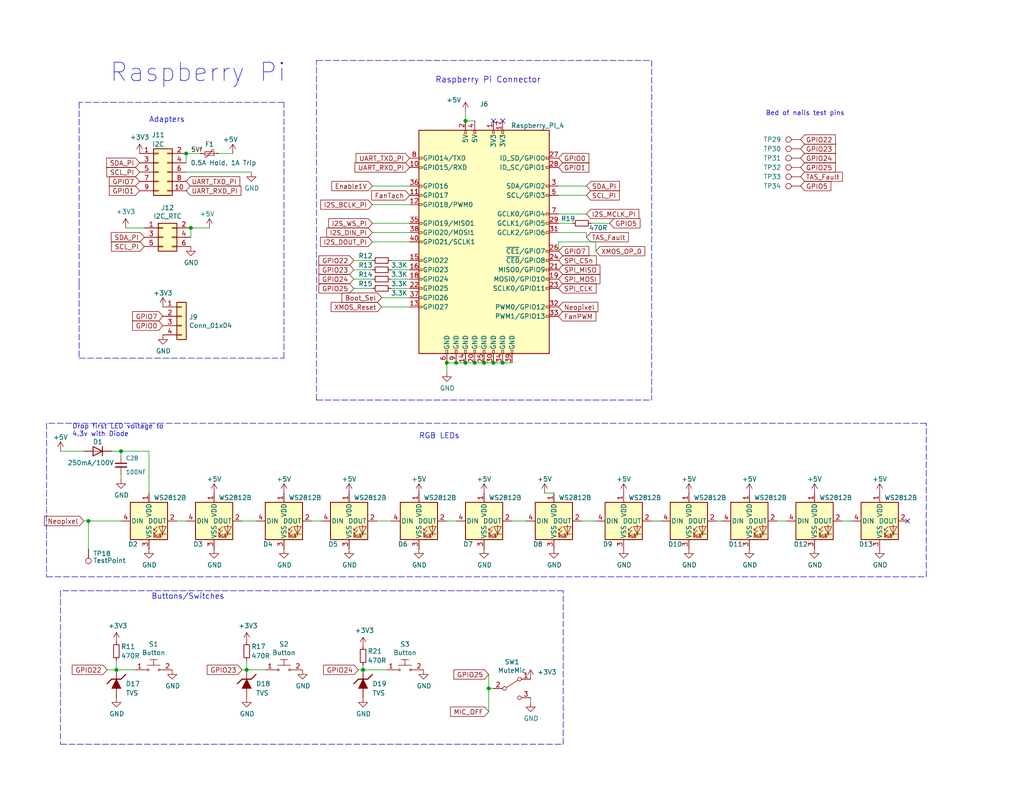
<source format=kicad_sch>
(kicad_sch (version 20211123) (generator eeschema)

  (uuid a2e3b4d2-73e7-4ccb-afe0-ee37e5807556)

  (paper "A")

  (title_block
    (title "Raspberry Pi")
    (date "2022-07-28")
    (rev "10")
    (company "Mycroft AI")
    (comment 1 "SJ-201")
  )

  (lib_symbols
    (symbol "Connector:Raspberry_Pi_2_3" (pin_names (offset 1.016)) (in_bom yes) (on_board yes)
      (property "Reference" "J" (id 0) (at -17.78 31.75 0)
        (effects (font (size 1.27 1.27)) (justify left bottom))
      )
      (property "Value" "Raspberry_Pi_2_3" (id 1) (at 10.16 -31.75 0)
        (effects (font (size 1.27 1.27)) (justify left top))
      )
      (property "Footprint" "" (id 2) (at 0 0 0)
        (effects (font (size 1.27 1.27)) hide)
      )
      (property "Datasheet" "https://www.raspberrypi.org/documentation/hardware/raspberrypi/schematics/rpi_SCH_3bplus_1p0_reduced.pdf" (id 3) (at 0 0 0)
        (effects (font (size 1.27 1.27)) hide)
      )
      (property "ki_keywords" "raspberrypi gpio" (id 4) (at 0 0 0)
        (effects (font (size 1.27 1.27)) hide)
      )
      (property "ki_description" "expansion header for Raspberry Pi 2 & 3" (id 5) (at 0 0 0)
        (effects (font (size 1.27 1.27)) hide)
      )
      (property "ki_fp_filters" "PinHeader*2x20*P2.54mm*Vertical* PinSocket*2x20*P2.54mm*Vertical*" (id 6) (at 0 0 0)
        (effects (font (size 1.27 1.27)) hide)
      )
      (symbol "Raspberry_Pi_2_3_0_1"
        (rectangle (start -17.78 30.48) (end 17.78 -30.48)
          (stroke (width 0.254) (type default) (color 0 0 0 0))
          (fill (type background))
        )
      )
      (symbol "Raspberry_Pi_2_3_1_1"
        (rectangle (start -16.891 -17.526) (end -17.78 -18.034)
          (stroke (width 0) (type default) (color 0 0 0 0))
          (fill (type none))
        )
        (rectangle (start -16.891 -14.986) (end -17.78 -15.494)
          (stroke (width 0) (type default) (color 0 0 0 0))
          (fill (type none))
        )
        (rectangle (start -16.891 -12.446) (end -17.78 -12.954)
          (stroke (width 0) (type default) (color 0 0 0 0))
          (fill (type none))
        )
        (rectangle (start -16.891 -9.906) (end -17.78 -10.414)
          (stroke (width 0) (type default) (color 0 0 0 0))
          (fill (type none))
        )
        (rectangle (start -16.891 -7.366) (end -17.78 -7.874)
          (stroke (width 0) (type default) (color 0 0 0 0))
          (fill (type none))
        )
        (rectangle (start -16.891 -4.826) (end -17.78 -5.334)
          (stroke (width 0) (type default) (color 0 0 0 0))
          (fill (type none))
        )
        (rectangle (start -16.891 0.254) (end -17.78 -0.254)
          (stroke (width 0) (type default) (color 0 0 0 0))
          (fill (type none))
        )
        (rectangle (start -16.891 2.794) (end -17.78 2.286)
          (stroke (width 0) (type default) (color 0 0 0 0))
          (fill (type none))
        )
        (rectangle (start -16.891 5.334) (end -17.78 4.826)
          (stroke (width 0) (type default) (color 0 0 0 0))
          (fill (type none))
        )
        (rectangle (start -16.891 10.414) (end -17.78 9.906)
          (stroke (width 0) (type default) (color 0 0 0 0))
          (fill (type none))
        )
        (rectangle (start -16.891 12.954) (end -17.78 12.446)
          (stroke (width 0) (type default) (color 0 0 0 0))
          (fill (type none))
        )
        (rectangle (start -16.891 15.494) (end -17.78 14.986)
          (stroke (width 0) (type default) (color 0 0 0 0))
          (fill (type none))
        )
        (rectangle (start -16.891 20.574) (end -17.78 20.066)
          (stroke (width 0) (type default) (color 0 0 0 0))
          (fill (type none))
        )
        (rectangle (start -16.891 23.114) (end -17.78 22.606)
          (stroke (width 0) (type default) (color 0 0 0 0))
          (fill (type none))
        )
        (rectangle (start -10.414 -29.591) (end -9.906 -30.48)
          (stroke (width 0) (type default) (color 0 0 0 0))
          (fill (type none))
        )
        (rectangle (start -7.874 -29.591) (end -7.366 -30.48)
          (stroke (width 0) (type default) (color 0 0 0 0))
          (fill (type none))
        )
        (rectangle (start -5.334 -29.591) (end -4.826 -30.48)
          (stroke (width 0) (type default) (color 0 0 0 0))
          (fill (type none))
        )
        (rectangle (start -5.334 30.48) (end -4.826 29.591)
          (stroke (width 0) (type default) (color 0 0 0 0))
          (fill (type none))
        )
        (rectangle (start -2.794 -29.591) (end -2.286 -30.48)
          (stroke (width 0) (type default) (color 0 0 0 0))
          (fill (type none))
        )
        (rectangle (start -2.794 30.48) (end -2.286 29.591)
          (stroke (width 0) (type default) (color 0 0 0 0))
          (fill (type none))
        )
        (rectangle (start -0.254 -29.591) (end 0.254 -30.48)
          (stroke (width 0) (type default) (color 0 0 0 0))
          (fill (type none))
        )
        (rectangle (start 2.286 -29.591) (end 2.794 -30.48)
          (stroke (width 0) (type default) (color 0 0 0 0))
          (fill (type none))
        )
        (rectangle (start 2.286 30.48) (end 2.794 29.591)
          (stroke (width 0) (type default) (color 0 0 0 0))
          (fill (type none))
        )
        (rectangle (start 4.826 -29.591) (end 5.334 -30.48)
          (stroke (width 0) (type default) (color 0 0 0 0))
          (fill (type none))
        )
        (rectangle (start 4.826 30.48) (end 5.334 29.591)
          (stroke (width 0) (type default) (color 0 0 0 0))
          (fill (type none))
        )
        (rectangle (start 7.366 -29.591) (end 7.874 -30.48)
          (stroke (width 0) (type default) (color 0 0 0 0))
          (fill (type none))
        )
        (rectangle (start 17.78 -20.066) (end 16.891 -20.574)
          (stroke (width 0) (type default) (color 0 0 0 0))
          (fill (type none))
        )
        (rectangle (start 17.78 -17.526) (end 16.891 -18.034)
          (stroke (width 0) (type default) (color 0 0 0 0))
          (fill (type none))
        )
        (rectangle (start 17.78 -12.446) (end 16.891 -12.954)
          (stroke (width 0) (type default) (color 0 0 0 0))
          (fill (type none))
        )
        (rectangle (start 17.78 -9.906) (end 16.891 -10.414)
          (stroke (width 0) (type default) (color 0 0 0 0))
          (fill (type none))
        )
        (rectangle (start 17.78 -7.366) (end 16.891 -7.874)
          (stroke (width 0) (type default) (color 0 0 0 0))
          (fill (type none))
        )
        (rectangle (start 17.78 -4.826) (end 16.891 -5.334)
          (stroke (width 0) (type default) (color 0 0 0 0))
          (fill (type none))
        )
        (rectangle (start 17.78 -2.286) (end 16.891 -2.794)
          (stroke (width 0) (type default) (color 0 0 0 0))
          (fill (type none))
        )
        (rectangle (start 17.78 2.794) (end 16.891 2.286)
          (stroke (width 0) (type default) (color 0 0 0 0))
          (fill (type none))
        )
        (rectangle (start 17.78 5.334) (end 16.891 4.826)
          (stroke (width 0) (type default) (color 0 0 0 0))
          (fill (type none))
        )
        (rectangle (start 17.78 7.874) (end 16.891 7.366)
          (stroke (width 0) (type default) (color 0 0 0 0))
          (fill (type none))
        )
        (rectangle (start 17.78 12.954) (end 16.891 12.446)
          (stroke (width 0) (type default) (color 0 0 0 0))
          (fill (type none))
        )
        (rectangle (start 17.78 15.494) (end 16.891 14.986)
          (stroke (width 0) (type default) (color 0 0 0 0))
          (fill (type none))
        )
        (rectangle (start 17.78 20.574) (end 16.891 20.066)
          (stroke (width 0) (type default) (color 0 0 0 0))
          (fill (type none))
        )
        (rectangle (start 17.78 23.114) (end 16.891 22.606)
          (stroke (width 0) (type default) (color 0 0 0 0))
          (fill (type none))
        )
        (pin power_in line (at 2.54 33.02 270) (length 2.54)
          (name "3V3" (effects (font (size 1.27 1.27))))
          (number "1" (effects (font (size 1.27 1.27))))
        )
        (pin bidirectional line (at -20.32 20.32 0) (length 2.54)
          (name "GPIO15/RXD" (effects (font (size 1.27 1.27))))
          (number "10" (effects (font (size 1.27 1.27))))
        )
        (pin bidirectional line (at -20.32 12.7 0) (length 2.54)
          (name "GPIO17" (effects (font (size 1.27 1.27))))
          (number "11" (effects (font (size 1.27 1.27))))
        )
        (pin bidirectional line (at -20.32 10.16 0) (length 2.54)
          (name "GPIO18/PWM0" (effects (font (size 1.27 1.27))))
          (number "12" (effects (font (size 1.27 1.27))))
        )
        (pin bidirectional line (at -20.32 -17.78 0) (length 2.54)
          (name "GPIO27" (effects (font (size 1.27 1.27))))
          (number "13" (effects (font (size 1.27 1.27))))
        )
        (pin power_in line (at -5.08 -33.02 90) (length 2.54)
          (name "GND" (effects (font (size 1.27 1.27))))
          (number "14" (effects (font (size 1.27 1.27))))
        )
        (pin bidirectional line (at -20.32 -5.08 0) (length 2.54)
          (name "GPIO22" (effects (font (size 1.27 1.27))))
          (number "15" (effects (font (size 1.27 1.27))))
        )
        (pin bidirectional line (at -20.32 -7.62 0) (length 2.54)
          (name "GPIO23" (effects (font (size 1.27 1.27))))
          (number "16" (effects (font (size 1.27 1.27))))
        )
        (pin power_in line (at 5.08 33.02 270) (length 2.54)
          (name "3V3" (effects (font (size 1.27 1.27))))
          (number "17" (effects (font (size 1.27 1.27))))
        )
        (pin bidirectional line (at -20.32 -10.16 0) (length 2.54)
          (name "GPIO24" (effects (font (size 1.27 1.27))))
          (number "18" (effects (font (size 1.27 1.27))))
        )
        (pin bidirectional line (at 20.32 -10.16 180) (length 2.54)
          (name "MOSI0/GPIO10" (effects (font (size 1.27 1.27))))
          (number "19" (effects (font (size 1.27 1.27))))
        )
        (pin power_in line (at -5.08 33.02 270) (length 2.54)
          (name "5V" (effects (font (size 1.27 1.27))))
          (number "2" (effects (font (size 1.27 1.27))))
        )
        (pin power_in line (at -2.54 -33.02 90) (length 2.54)
          (name "GND" (effects (font (size 1.27 1.27))))
          (number "20" (effects (font (size 1.27 1.27))))
        )
        (pin bidirectional line (at 20.32 -7.62 180) (length 2.54)
          (name "MISO0/GPIO9" (effects (font (size 1.27 1.27))))
          (number "21" (effects (font (size 1.27 1.27))))
        )
        (pin bidirectional line (at -20.32 -12.7 0) (length 2.54)
          (name "GPIO25" (effects (font (size 1.27 1.27))))
          (number "22" (effects (font (size 1.27 1.27))))
        )
        (pin bidirectional line (at 20.32 -12.7 180) (length 2.54)
          (name "SCLK0/GPIO11" (effects (font (size 1.27 1.27))))
          (number "23" (effects (font (size 1.27 1.27))))
        )
        (pin bidirectional line (at 20.32 -5.08 180) (length 2.54)
          (name "~{CE0}/GPIO8" (effects (font (size 1.27 1.27))))
          (number "24" (effects (font (size 1.27 1.27))))
        )
        (pin power_in line (at 0 -33.02 90) (length 2.54)
          (name "GND" (effects (font (size 1.27 1.27))))
          (number "25" (effects (font (size 1.27 1.27))))
        )
        (pin bidirectional line (at 20.32 -2.54 180) (length 2.54)
          (name "~{CE1}/GPIO7" (effects (font (size 1.27 1.27))))
          (number "26" (effects (font (size 1.27 1.27))))
        )
        (pin bidirectional line (at 20.32 22.86 180) (length 2.54)
          (name "ID_SD/GPIO0" (effects (font (size 1.27 1.27))))
          (number "27" (effects (font (size 1.27 1.27))))
        )
        (pin bidirectional line (at 20.32 20.32 180) (length 2.54)
          (name "ID_SC/GPIO1" (effects (font (size 1.27 1.27))))
          (number "28" (effects (font (size 1.27 1.27))))
        )
        (pin bidirectional line (at 20.32 5.08 180) (length 2.54)
          (name "GCLK1/GPIO5" (effects (font (size 1.27 1.27))))
          (number "29" (effects (font (size 1.27 1.27))))
        )
        (pin bidirectional line (at 20.32 15.24 180) (length 2.54)
          (name "SDA/GPIO2" (effects (font (size 1.27 1.27))))
          (number "3" (effects (font (size 1.27 1.27))))
        )
        (pin power_in line (at 2.54 -33.02 90) (length 2.54)
          (name "GND" (effects (font (size 1.27 1.27))))
          (number "30" (effects (font (size 1.27 1.27))))
        )
        (pin bidirectional line (at 20.32 2.54 180) (length 2.54)
          (name "GCLK2/GPIO6" (effects (font (size 1.27 1.27))))
          (number "31" (effects (font (size 1.27 1.27))))
        )
        (pin bidirectional line (at 20.32 -17.78 180) (length 2.54)
          (name "PWM0/GPIO12" (effects (font (size 1.27 1.27))))
          (number "32" (effects (font (size 1.27 1.27))))
        )
        (pin bidirectional line (at 20.32 -20.32 180) (length 2.54)
          (name "PWM1/GPIO13" (effects (font (size 1.27 1.27))))
          (number "33" (effects (font (size 1.27 1.27))))
        )
        (pin power_in line (at 5.08 -33.02 90) (length 2.54)
          (name "GND" (effects (font (size 1.27 1.27))))
          (number "34" (effects (font (size 1.27 1.27))))
        )
        (pin bidirectional line (at -20.32 5.08 0) (length 2.54)
          (name "GPIO19/MISO1" (effects (font (size 1.27 1.27))))
          (number "35" (effects (font (size 1.27 1.27))))
        )
        (pin bidirectional line (at -20.32 15.24 0) (length 2.54)
          (name "GPIO16" (effects (font (size 1.27 1.27))))
          (number "36" (effects (font (size 1.27 1.27))))
        )
        (pin bidirectional line (at -20.32 -15.24 0) (length 2.54)
          (name "GPIO26" (effects (font (size 1.27 1.27))))
          (number "37" (effects (font (size 1.27 1.27))))
        )
        (pin bidirectional line (at -20.32 2.54 0) (length 2.54)
          (name "GPIO20/MOSI1" (effects (font (size 1.27 1.27))))
          (number "38" (effects (font (size 1.27 1.27))))
        )
        (pin power_in line (at 7.62 -33.02 90) (length 2.54)
          (name "GND" (effects (font (size 1.27 1.27))))
          (number "39" (effects (font (size 1.27 1.27))))
        )
        (pin power_in line (at -2.54 33.02 270) (length 2.54)
          (name "5V" (effects (font (size 1.27 1.27))))
          (number "4" (effects (font (size 1.27 1.27))))
        )
        (pin bidirectional line (at -20.32 0 0) (length 2.54)
          (name "GPIO21/SCLK1" (effects (font (size 1.27 1.27))))
          (number "40" (effects (font (size 1.27 1.27))))
        )
        (pin bidirectional line (at 20.32 12.7 180) (length 2.54)
          (name "SCL/GPIO3" (effects (font (size 1.27 1.27))))
          (number "5" (effects (font (size 1.27 1.27))))
        )
        (pin power_in line (at -10.16 -33.02 90) (length 2.54)
          (name "GND" (effects (font (size 1.27 1.27))))
          (number "6" (effects (font (size 1.27 1.27))))
        )
        (pin bidirectional line (at 20.32 7.62 180) (length 2.54)
          (name "GCLK0/GPIO4" (effects (font (size 1.27 1.27))))
          (number "7" (effects (font (size 1.27 1.27))))
        )
        (pin bidirectional line (at -20.32 22.86 0) (length 2.54)
          (name "GPIO14/TXD" (effects (font (size 1.27 1.27))))
          (number "8" (effects (font (size 1.27 1.27))))
        )
        (pin power_in line (at -7.62 -33.02 90) (length 2.54)
          (name "GND" (effects (font (size 1.27 1.27))))
          (number "9" (effects (font (size 1.27 1.27))))
        )
      )
    )
    (symbol "Connector:TestPoint" (pin_numbers hide) (pin_names (offset 0.762) hide) (in_bom yes) (on_board yes)
      (property "Reference" "TP" (id 0) (at 0 6.858 0)
        (effects (font (size 1.27 1.27)))
      )
      (property "Value" "TestPoint" (id 1) (at 0 5.08 0)
        (effects (font (size 1.27 1.27)))
      )
      (property "Footprint" "" (id 2) (at 5.08 0 0)
        (effects (font (size 1.27 1.27)) hide)
      )
      (property "Datasheet" "~" (id 3) (at 5.08 0 0)
        (effects (font (size 1.27 1.27)) hide)
      )
      (property "ki_keywords" "test point tp" (id 4) (at 0 0 0)
        (effects (font (size 1.27 1.27)) hide)
      )
      (property "ki_description" "test point" (id 5) (at 0 0 0)
        (effects (font (size 1.27 1.27)) hide)
      )
      (property "ki_fp_filters" "Pin* Test*" (id 6) (at 0 0 0)
        (effects (font (size 1.27 1.27)) hide)
      )
      (symbol "TestPoint_0_1"
        (circle (center 0 3.302) (radius 0.762)
          (stroke (width 0) (type default) (color 0 0 0 0))
          (fill (type none))
        )
      )
      (symbol "TestPoint_1_1"
        (pin passive line (at 0 0 90) (length 2.54)
          (name "1" (effects (font (size 1.27 1.27))))
          (number "1" (effects (font (size 1.27 1.27))))
        )
      )
    )
    (symbol "Connector_Generic:Conn_01x04" (pin_names (offset 1.016) hide) (in_bom yes) (on_board yes)
      (property "Reference" "J" (id 0) (at 0 5.08 0)
        (effects (font (size 1.27 1.27)))
      )
      (property "Value" "Conn_01x04" (id 1) (at 0 -7.62 0)
        (effects (font (size 1.27 1.27)))
      )
      (property "Footprint" "" (id 2) (at 0 0 0)
        (effects (font (size 1.27 1.27)) hide)
      )
      (property "Datasheet" "~" (id 3) (at 0 0 0)
        (effects (font (size 1.27 1.27)) hide)
      )
      (property "ki_keywords" "connector" (id 4) (at 0 0 0)
        (effects (font (size 1.27 1.27)) hide)
      )
      (property "ki_description" "Generic connector, single row, 01x04, script generated (kicad-library-utils/schlib/autogen/connector/)" (id 5) (at 0 0 0)
        (effects (font (size 1.27 1.27)) hide)
      )
      (property "ki_fp_filters" "Connector*:*_1x??_*" (id 6) (at 0 0 0)
        (effects (font (size 1.27 1.27)) hide)
      )
      (symbol "Conn_01x04_1_1"
        (rectangle (start -1.27 -4.953) (end 0 -5.207)
          (stroke (width 0.1524) (type default) (color 0 0 0 0))
          (fill (type none))
        )
        (rectangle (start -1.27 -2.413) (end 0 -2.667)
          (stroke (width 0.1524) (type default) (color 0 0 0 0))
          (fill (type none))
        )
        (rectangle (start -1.27 0.127) (end 0 -0.127)
          (stroke (width 0.1524) (type default) (color 0 0 0 0))
          (fill (type none))
        )
        (rectangle (start -1.27 2.667) (end 0 2.413)
          (stroke (width 0.1524) (type default) (color 0 0 0 0))
          (fill (type none))
        )
        (rectangle (start -1.27 3.81) (end 1.27 -6.35)
          (stroke (width 0.254) (type default) (color 0 0 0 0))
          (fill (type background))
        )
        (pin passive line (at -5.08 2.54 0) (length 3.81)
          (name "Pin_1" (effects (font (size 1.27 1.27))))
          (number "1" (effects (font (size 1.27 1.27))))
        )
        (pin passive line (at -5.08 0 0) (length 3.81)
          (name "Pin_2" (effects (font (size 1.27 1.27))))
          (number "2" (effects (font (size 1.27 1.27))))
        )
        (pin passive line (at -5.08 -2.54 0) (length 3.81)
          (name "Pin_3" (effects (font (size 1.27 1.27))))
          (number "3" (effects (font (size 1.27 1.27))))
        )
        (pin passive line (at -5.08 -5.08 0) (length 3.81)
          (name "Pin_4" (effects (font (size 1.27 1.27))))
          (number "4" (effects (font (size 1.27 1.27))))
        )
      )
    )
    (symbol "Connector_Generic:Conn_02x03_Odd_Even" (pin_names (offset 1.016) hide) (in_bom yes) (on_board yes)
      (property "Reference" "J" (id 0) (at 1.27 5.08 0)
        (effects (font (size 1.27 1.27)))
      )
      (property "Value" "Conn_02x03_Odd_Even" (id 1) (at 1.27 -5.08 0)
        (effects (font (size 1.27 1.27)))
      )
      (property "Footprint" "" (id 2) (at 0 0 0)
        (effects (font (size 1.27 1.27)) hide)
      )
      (property "Datasheet" "~" (id 3) (at 0 0 0)
        (effects (font (size 1.27 1.27)) hide)
      )
      (property "ki_keywords" "connector" (id 4) (at 0 0 0)
        (effects (font (size 1.27 1.27)) hide)
      )
      (property "ki_description" "Generic connector, double row, 02x03, odd/even pin numbering scheme (row 1 odd numbers, row 2 even numbers), script generated (kicad-library-utils/schlib/autogen/connector/)" (id 5) (at 0 0 0)
        (effects (font (size 1.27 1.27)) hide)
      )
      (property "ki_fp_filters" "Connector*:*_2x??_*" (id 6) (at 0 0 0)
        (effects (font (size 1.27 1.27)) hide)
      )
      (symbol "Conn_02x03_Odd_Even_1_1"
        (rectangle (start -1.27 -2.413) (end 0 -2.667)
          (stroke (width 0.1524) (type default) (color 0 0 0 0))
          (fill (type none))
        )
        (rectangle (start -1.27 0.127) (end 0 -0.127)
          (stroke (width 0.1524) (type default) (color 0 0 0 0))
          (fill (type none))
        )
        (rectangle (start -1.27 2.667) (end 0 2.413)
          (stroke (width 0.1524) (type default) (color 0 0 0 0))
          (fill (type none))
        )
        (rectangle (start -1.27 3.81) (end 3.81 -3.81)
          (stroke (width 0.254) (type default) (color 0 0 0 0))
          (fill (type background))
        )
        (rectangle (start 3.81 -2.413) (end 2.54 -2.667)
          (stroke (width 0.1524) (type default) (color 0 0 0 0))
          (fill (type none))
        )
        (rectangle (start 3.81 0.127) (end 2.54 -0.127)
          (stroke (width 0.1524) (type default) (color 0 0 0 0))
          (fill (type none))
        )
        (rectangle (start 3.81 2.667) (end 2.54 2.413)
          (stroke (width 0.1524) (type default) (color 0 0 0 0))
          (fill (type none))
        )
        (pin passive line (at -5.08 2.54 0) (length 3.81)
          (name "Pin_1" (effects (font (size 1.27 1.27))))
          (number "1" (effects (font (size 1.27 1.27))))
        )
        (pin passive line (at 7.62 2.54 180) (length 3.81)
          (name "Pin_2" (effects (font (size 1.27 1.27))))
          (number "2" (effects (font (size 1.27 1.27))))
        )
        (pin passive line (at -5.08 0 0) (length 3.81)
          (name "Pin_3" (effects (font (size 1.27 1.27))))
          (number "3" (effects (font (size 1.27 1.27))))
        )
        (pin passive line (at 7.62 0 180) (length 3.81)
          (name "Pin_4" (effects (font (size 1.27 1.27))))
          (number "4" (effects (font (size 1.27 1.27))))
        )
        (pin passive line (at -5.08 -2.54 0) (length 3.81)
          (name "Pin_5" (effects (font (size 1.27 1.27))))
          (number "5" (effects (font (size 1.27 1.27))))
        )
        (pin passive line (at 7.62 -2.54 180) (length 3.81)
          (name "Pin_6" (effects (font (size 1.27 1.27))))
          (number "6" (effects (font (size 1.27 1.27))))
        )
      )
    )
    (symbol "Connector_Generic:Conn_02x05_Odd_Even" (pin_names (offset 1.016) hide) (in_bom yes) (on_board yes)
      (property "Reference" "J" (id 0) (at 1.27 7.62 0)
        (effects (font (size 1.27 1.27)))
      )
      (property "Value" "Conn_02x05_Odd_Even" (id 1) (at 1.27 -7.62 0)
        (effects (font (size 1.27 1.27)))
      )
      (property "Footprint" "" (id 2) (at 0 0 0)
        (effects (font (size 1.27 1.27)) hide)
      )
      (property "Datasheet" "~" (id 3) (at 0 0 0)
        (effects (font (size 1.27 1.27)) hide)
      )
      (property "ki_keywords" "connector" (id 4) (at 0 0 0)
        (effects (font (size 1.27 1.27)) hide)
      )
      (property "ki_description" "Generic connector, double row, 02x05, odd/even pin numbering scheme (row 1 odd numbers, row 2 even numbers), script generated (kicad-library-utils/schlib/autogen/connector/)" (id 5) (at 0 0 0)
        (effects (font (size 1.27 1.27)) hide)
      )
      (property "ki_fp_filters" "Connector*:*_2x??_*" (id 6) (at 0 0 0)
        (effects (font (size 1.27 1.27)) hide)
      )
      (symbol "Conn_02x05_Odd_Even_1_1"
        (rectangle (start -1.27 -4.953) (end 0 -5.207)
          (stroke (width 0.1524) (type default) (color 0 0 0 0))
          (fill (type none))
        )
        (rectangle (start -1.27 -2.413) (end 0 -2.667)
          (stroke (width 0.1524) (type default) (color 0 0 0 0))
          (fill (type none))
        )
        (rectangle (start -1.27 0.127) (end 0 -0.127)
          (stroke (width 0.1524) (type default) (color 0 0 0 0))
          (fill (type none))
        )
        (rectangle (start -1.27 2.667) (end 0 2.413)
          (stroke (width 0.1524) (type default) (color 0 0 0 0))
          (fill (type none))
        )
        (rectangle (start -1.27 5.207) (end 0 4.953)
          (stroke (width 0.1524) (type default) (color 0 0 0 0))
          (fill (type none))
        )
        (rectangle (start -1.27 6.35) (end 3.81 -6.35)
          (stroke (width 0.254) (type default) (color 0 0 0 0))
          (fill (type background))
        )
        (rectangle (start 3.81 -4.953) (end 2.54 -5.207)
          (stroke (width 0.1524) (type default) (color 0 0 0 0))
          (fill (type none))
        )
        (rectangle (start 3.81 -2.413) (end 2.54 -2.667)
          (stroke (width 0.1524) (type default) (color 0 0 0 0))
          (fill (type none))
        )
        (rectangle (start 3.81 0.127) (end 2.54 -0.127)
          (stroke (width 0.1524) (type default) (color 0 0 0 0))
          (fill (type none))
        )
        (rectangle (start 3.81 2.667) (end 2.54 2.413)
          (stroke (width 0.1524) (type default) (color 0 0 0 0))
          (fill (type none))
        )
        (rectangle (start 3.81 5.207) (end 2.54 4.953)
          (stroke (width 0.1524) (type default) (color 0 0 0 0))
          (fill (type none))
        )
        (pin passive line (at -5.08 5.08 0) (length 3.81)
          (name "Pin_1" (effects (font (size 1.27 1.27))))
          (number "1" (effects (font (size 1.27 1.27))))
        )
        (pin passive line (at 7.62 -5.08 180) (length 3.81)
          (name "Pin_10" (effects (font (size 1.27 1.27))))
          (number "10" (effects (font (size 1.27 1.27))))
        )
        (pin passive line (at 7.62 5.08 180) (length 3.81)
          (name "Pin_2" (effects (font (size 1.27 1.27))))
          (number "2" (effects (font (size 1.27 1.27))))
        )
        (pin passive line (at -5.08 2.54 0) (length 3.81)
          (name "Pin_3" (effects (font (size 1.27 1.27))))
          (number "3" (effects (font (size 1.27 1.27))))
        )
        (pin passive line (at 7.62 2.54 180) (length 3.81)
          (name "Pin_4" (effects (font (size 1.27 1.27))))
          (number "4" (effects (font (size 1.27 1.27))))
        )
        (pin passive line (at -5.08 0 0) (length 3.81)
          (name "Pin_5" (effects (font (size 1.27 1.27))))
          (number "5" (effects (font (size 1.27 1.27))))
        )
        (pin passive line (at 7.62 0 180) (length 3.81)
          (name "Pin_6" (effects (font (size 1.27 1.27))))
          (number "6" (effects (font (size 1.27 1.27))))
        )
        (pin passive line (at -5.08 -2.54 0) (length 3.81)
          (name "Pin_7" (effects (font (size 1.27 1.27))))
          (number "7" (effects (font (size 1.27 1.27))))
        )
        (pin passive line (at 7.62 -2.54 180) (length 3.81)
          (name "Pin_8" (effects (font (size 1.27 1.27))))
          (number "8" (effects (font (size 1.27 1.27))))
        )
        (pin passive line (at -5.08 -5.08 0) (length 3.81)
          (name "Pin_9" (effects (font (size 1.27 1.27))))
          (number "9" (effects (font (size 1.27 1.27))))
        )
      )
    )
    (symbol "Device:C_Small" (pin_numbers hide) (pin_names (offset 0.254) hide) (in_bom yes) (on_board yes)
      (property "Reference" "C" (id 0) (at 0.254 1.778 0)
        (effects (font (size 1.27 1.27)) (justify left))
      )
      (property "Value" "C_Small" (id 1) (at 0.254 -2.032 0)
        (effects (font (size 1.27 1.27)) (justify left))
      )
      (property "Footprint" "" (id 2) (at 0 0 0)
        (effects (font (size 1.27 1.27)) hide)
      )
      (property "Datasheet" "~" (id 3) (at 0 0 0)
        (effects (font (size 1.27 1.27)) hide)
      )
      (property "ki_keywords" "capacitor cap" (id 4) (at 0 0 0)
        (effects (font (size 1.27 1.27)) hide)
      )
      (property "ki_description" "Unpolarized capacitor, small symbol" (id 5) (at 0 0 0)
        (effects (font (size 1.27 1.27)) hide)
      )
      (property "ki_fp_filters" "C_*" (id 6) (at 0 0 0)
        (effects (font (size 1.27 1.27)) hide)
      )
      (symbol "C_Small_0_1"
        (polyline
          (pts
            (xy -1.524 -0.508)
            (xy 1.524 -0.508)
          )
          (stroke (width 0.3302) (type default) (color 0 0 0 0))
          (fill (type none))
        )
        (polyline
          (pts
            (xy -1.524 0.508)
            (xy 1.524 0.508)
          )
          (stroke (width 0.3048) (type default) (color 0 0 0 0))
          (fill (type none))
        )
      )
      (symbol "C_Small_1_1"
        (pin passive line (at 0 2.54 270) (length 2.032)
          (name "~" (effects (font (size 1.27 1.27))))
          (number "1" (effects (font (size 1.27 1.27))))
        )
        (pin passive line (at 0 -2.54 90) (length 2.032)
          (name "~" (effects (font (size 1.27 1.27))))
          (number "2" (effects (font (size 1.27 1.27))))
        )
      )
    )
    (symbol "Device:D" (pin_numbers hide) (pin_names (offset 1.016) hide) (in_bom yes) (on_board yes)
      (property "Reference" "D" (id 0) (at 0 2.54 0)
        (effects (font (size 1.27 1.27)))
      )
      (property "Value" "D" (id 1) (at 0 -2.54 0)
        (effects (font (size 1.27 1.27)))
      )
      (property "Footprint" "" (id 2) (at 0 0 0)
        (effects (font (size 1.27 1.27)) hide)
      )
      (property "Datasheet" "~" (id 3) (at 0 0 0)
        (effects (font (size 1.27 1.27)) hide)
      )
      (property "ki_keywords" "diode" (id 4) (at 0 0 0)
        (effects (font (size 1.27 1.27)) hide)
      )
      (property "ki_description" "Diode" (id 5) (at 0 0 0)
        (effects (font (size 1.27 1.27)) hide)
      )
      (property "ki_fp_filters" "TO-???* *_Diode_* *SingleDiode* D_*" (id 6) (at 0 0 0)
        (effects (font (size 1.27 1.27)) hide)
      )
      (symbol "D_0_1"
        (polyline
          (pts
            (xy -1.27 1.27)
            (xy -1.27 -1.27)
          )
          (stroke (width 0.254) (type default) (color 0 0 0 0))
          (fill (type none))
        )
        (polyline
          (pts
            (xy 1.27 0)
            (xy -1.27 0)
          )
          (stroke (width 0) (type default) (color 0 0 0 0))
          (fill (type none))
        )
        (polyline
          (pts
            (xy 1.27 1.27)
            (xy 1.27 -1.27)
            (xy -1.27 0)
            (xy 1.27 1.27)
          )
          (stroke (width 0.254) (type default) (color 0 0 0 0))
          (fill (type none))
        )
      )
      (symbol "D_1_1"
        (pin passive line (at -3.81 0 0) (length 2.54)
          (name "K" (effects (font (size 1.27 1.27))))
          (number "1" (effects (font (size 1.27 1.27))))
        )
        (pin passive line (at 3.81 0 180) (length 2.54)
          (name "A" (effects (font (size 1.27 1.27))))
          (number "2" (effects (font (size 1.27 1.27))))
        )
      )
    )
    (symbol "Device:Polyfuse_Small" (pin_numbers hide) (pin_names (offset 0)) (in_bom yes) (on_board yes)
      (property "Reference" "F" (id 0) (at -1.905 0 90)
        (effects (font (size 1.27 1.27)))
      )
      (property "Value" "Polyfuse_Small" (id 1) (at 1.905 0 90)
        (effects (font (size 1.27 1.27)))
      )
      (property "Footprint" "" (id 2) (at 1.27 -5.08 0)
        (effects (font (size 1.27 1.27)) (justify left) hide)
      )
      (property "Datasheet" "~" (id 3) (at 0 0 0)
        (effects (font (size 1.27 1.27)) hide)
      )
      (property "ki_keywords" "resettable fuse PTC PPTC polyfuse polyswitch" (id 4) (at 0 0 0)
        (effects (font (size 1.27 1.27)) hide)
      )
      (property "ki_description" "Resettable fuse, polymeric positive temperature coefficient, small symbol" (id 5) (at 0 0 0)
        (effects (font (size 1.27 1.27)) hide)
      )
      (property "ki_fp_filters" "*polyfuse* *PTC*" (id 6) (at 0 0 0)
        (effects (font (size 1.27 1.27)) hide)
      )
      (symbol "Polyfuse_Small_0_1"
        (rectangle (start -0.508 1.27) (end 0.508 -1.27)
          (stroke (width 0) (type default) (color 0 0 0 0))
          (fill (type none))
        )
        (polyline
          (pts
            (xy 0 2.54)
            (xy 0 -2.54)
          )
          (stroke (width 0) (type default) (color 0 0 0 0))
          (fill (type none))
        )
        (polyline
          (pts
            (xy -1.016 1.27)
            (xy -1.016 0.762)
            (xy 1.016 -0.762)
            (xy 1.016 -1.27)
          )
          (stroke (width 0) (type default) (color 0 0 0 0))
          (fill (type none))
        )
      )
      (symbol "Polyfuse_Small_1_1"
        (pin passive line (at 0 2.54 270) (length 0.635)
          (name "~" (effects (font (size 1.27 1.27))))
          (number "1" (effects (font (size 1.27 1.27))))
        )
        (pin passive line (at 0 -2.54 90) (length 0.635)
          (name "~" (effects (font (size 1.27 1.27))))
          (number "2" (effects (font (size 1.27 1.27))))
        )
      )
    )
    (symbol "Device:R_Small" (pin_numbers hide) (pin_names (offset 0.254) hide) (in_bom yes) (on_board yes)
      (property "Reference" "R" (id 0) (at 0.762 0.508 0)
        (effects (font (size 1.27 1.27)) (justify left))
      )
      (property "Value" "R_Small" (id 1) (at 0.762 -1.016 0)
        (effects (font (size 1.27 1.27)) (justify left))
      )
      (property "Footprint" "" (id 2) (at 0 0 0)
        (effects (font (size 1.27 1.27)) hide)
      )
      (property "Datasheet" "~" (id 3) (at 0 0 0)
        (effects (font (size 1.27 1.27)) hide)
      )
      (property "ki_keywords" "R resistor" (id 4) (at 0 0 0)
        (effects (font (size 1.27 1.27)) hide)
      )
      (property "ki_description" "Resistor, small symbol" (id 5) (at 0 0 0)
        (effects (font (size 1.27 1.27)) hide)
      )
      (property "ki_fp_filters" "R_*" (id 6) (at 0 0 0)
        (effects (font (size 1.27 1.27)) hide)
      )
      (symbol "R_Small_0_1"
        (rectangle (start -0.762 1.778) (end 0.762 -1.778)
          (stroke (width 0.2032) (type default) (color 0 0 0 0))
          (fill (type none))
        )
      )
      (symbol "R_Small_1_1"
        (pin passive line (at 0 2.54 270) (length 0.762)
          (name "~" (effects (font (size 1.27 1.27))))
          (number "1" (effects (font (size 1.27 1.27))))
        )
        (pin passive line (at 0 -2.54 90) (length 0.762)
          (name "~" (effects (font (size 1.27 1.27))))
          (number "2" (effects (font (size 1.27 1.27))))
        )
      )
    )
    (symbol "LED:WS2812B" (pin_names (offset 0.254)) (in_bom yes) (on_board yes)
      (property "Reference" "D" (id 0) (at 5.08 5.715 0)
        (effects (font (size 1.27 1.27)) (justify right bottom))
      )
      (property "Value" "WS2812B" (id 1) (at 1.27 -5.715 0)
        (effects (font (size 1.27 1.27)) (justify left top))
      )
      (property "Footprint" "LED_SMD:LED_WS2812B_PLCC4_5.0x5.0mm_P3.2mm" (id 2) (at 1.27 -7.62 0)
        (effects (font (size 1.27 1.27)) (justify left top) hide)
      )
      (property "Datasheet" "https://cdn-shop.adafruit.com/datasheets/WS2812B.pdf" (id 3) (at 2.54 -9.525 0)
        (effects (font (size 1.27 1.27)) (justify left top) hide)
      )
      (property "ki_keywords" "RGB LED NeoPixel addressable" (id 4) (at 0 0 0)
        (effects (font (size 1.27 1.27)) hide)
      )
      (property "ki_description" "RGB LED with integrated controller" (id 5) (at 0 0 0)
        (effects (font (size 1.27 1.27)) hide)
      )
      (property "ki_fp_filters" "LED*WS2812*PLCC*5.0x5.0mm*P3.2mm*" (id 6) (at 0 0 0)
        (effects (font (size 1.27 1.27)) hide)
      )
      (symbol "WS2812B_0_0"
        (text "RGB" (at 2.286 -4.191 0)
          (effects (font (size 0.762 0.762)))
        )
      )
      (symbol "WS2812B_0_1"
        (polyline
          (pts
            (xy 1.27 -3.556)
            (xy 1.778 -3.556)
          )
          (stroke (width 0) (type default) (color 0 0 0 0))
          (fill (type none))
        )
        (polyline
          (pts
            (xy 1.27 -2.54)
            (xy 1.778 -2.54)
          )
          (stroke (width 0) (type default) (color 0 0 0 0))
          (fill (type none))
        )
        (polyline
          (pts
            (xy 4.699 -3.556)
            (xy 2.667 -3.556)
          )
          (stroke (width 0) (type default) (color 0 0 0 0))
          (fill (type none))
        )
        (polyline
          (pts
            (xy 2.286 -2.54)
            (xy 1.27 -3.556)
            (xy 1.27 -3.048)
          )
          (stroke (width 0) (type default) (color 0 0 0 0))
          (fill (type none))
        )
        (polyline
          (pts
            (xy 2.286 -1.524)
            (xy 1.27 -2.54)
            (xy 1.27 -2.032)
          )
          (stroke (width 0) (type default) (color 0 0 0 0))
          (fill (type none))
        )
        (polyline
          (pts
            (xy 3.683 -1.016)
            (xy 3.683 -3.556)
            (xy 3.683 -4.064)
          )
          (stroke (width 0) (type default) (color 0 0 0 0))
          (fill (type none))
        )
        (polyline
          (pts
            (xy 4.699 -1.524)
            (xy 2.667 -1.524)
            (xy 3.683 -3.556)
            (xy 4.699 -1.524)
          )
          (stroke (width 0) (type default) (color 0 0 0 0))
          (fill (type none))
        )
        (rectangle (start 5.08 5.08) (end -5.08 -5.08)
          (stroke (width 0.254) (type default) (color 0 0 0 0))
          (fill (type background))
        )
      )
      (symbol "WS2812B_1_1"
        (pin power_in line (at 0 7.62 270) (length 2.54)
          (name "VDD" (effects (font (size 1.27 1.27))))
          (number "1" (effects (font (size 1.27 1.27))))
        )
        (pin output line (at 7.62 0 180) (length 2.54)
          (name "DOUT" (effects (font (size 1.27 1.27))))
          (number "2" (effects (font (size 1.27 1.27))))
        )
        (pin power_in line (at 0 -7.62 90) (length 2.54)
          (name "VSS" (effects (font (size 1.27 1.27))))
          (number "3" (effects (font (size 1.27 1.27))))
        )
        (pin input line (at -7.62 0 0) (length 2.54)
          (name "DIN" (effects (font (size 1.27 1.27))))
          (number "4" (effects (font (size 1.27 1.27))))
        )
      )
    )
    (symbol "Switch:SW_SPDT" (pin_names (offset 0) hide) (in_bom yes) (on_board yes)
      (property "Reference" "SW" (id 0) (at 0 4.318 0)
        (effects (font (size 1.27 1.27)))
      )
      (property "Value" "SW_SPDT" (id 1) (at 0 -5.08 0)
        (effects (font (size 1.27 1.27)))
      )
      (property "Footprint" "" (id 2) (at 0 0 0)
        (effects (font (size 1.27 1.27)) hide)
      )
      (property "Datasheet" "~" (id 3) (at 0 0 0)
        (effects (font (size 1.27 1.27)) hide)
      )
      (property "ki_keywords" "switch single-pole double-throw spdt ON-ON" (id 4) (at 0 0 0)
        (effects (font (size 1.27 1.27)) hide)
      )
      (property "ki_description" "Switch, single pole double throw" (id 5) (at 0 0 0)
        (effects (font (size 1.27 1.27)) hide)
      )
      (symbol "SW_SPDT_0_0"
        (circle (center -2.032 0) (radius 0.508)
          (stroke (width 0) (type default) (color 0 0 0 0))
          (fill (type none))
        )
        (circle (center 2.032 -2.54) (radius 0.508)
          (stroke (width 0) (type default) (color 0 0 0 0))
          (fill (type none))
        )
      )
      (symbol "SW_SPDT_0_1"
        (polyline
          (pts
            (xy -1.524 0.254)
            (xy 1.651 2.286)
          )
          (stroke (width 0) (type default) (color 0 0 0 0))
          (fill (type none))
        )
        (circle (center 2.032 2.54) (radius 0.508)
          (stroke (width 0) (type default) (color 0 0 0 0))
          (fill (type none))
        )
      )
      (symbol "SW_SPDT_1_1"
        (pin passive line (at 5.08 2.54 180) (length 2.54)
          (name "A" (effects (font (size 1.27 1.27))))
          (number "1" (effects (font (size 1.27 1.27))))
        )
        (pin passive line (at -5.08 0 0) (length 2.54)
          (name "B" (effects (font (size 1.27 1.27))))
          (number "2" (effects (font (size 1.27 1.27))))
        )
        (pin passive line (at 5.08 -2.54 180) (length 2.54)
          (name "C" (effects (font (size 1.27 1.27))))
          (number "3" (effects (font (size 1.27 1.27))))
        )
      )
    )
    (symbol "dk_Pushbutton-Switches:GPTS203211B" (pin_names (offset 1.016)) (in_bom yes) (on_board yes)
      (property "Reference" "S" (id 0) (at -3.81 3.81 0)
        (effects (font (size 1.27 1.27)))
      )
      (property "Value" "GPTS203211B" (id 1) (at 0 -2.54 0)
        (effects (font (size 1.27 1.27)))
      )
      (property "Footprint" "digikey-footprints:PushButton_12x12mm_THT_GPTS203211B" (id 2) (at 5.08 5.08 0)
        (effects (font (size 1.27 1.27)) (justify left) hide)
      )
      (property "Datasheet" "http://switches-connectors-custom.cwind.com/Asset/GPTS203211BR2.pdf" (id 3) (at 5.08 7.62 0)
        (effects (font (size 1.524 1.524)) (justify left) hide)
      )
      (property "Digi-Key_PN" "CW181-ND" (id 4) (at 5.08 10.16 0)
        (effects (font (size 1.524 1.524)) (justify left) hide)
      )
      (property "MPN" "GPTS203211B" (id 5) (at 5.08 12.7 0)
        (effects (font (size 1.524 1.524)) (justify left) hide)
      )
      (property "Category" "Switches" (id 6) (at 5.08 15.24 0)
        (effects (font (size 1.524 1.524)) (justify left) hide)
      )
      (property "Family" "Pushbutton Switches" (id 7) (at 5.08 17.78 0)
        (effects (font (size 1.524 1.524)) (justify left) hide)
      )
      (property "DK_Datasheet_Link" "http://switches-connectors-custom.cwind.com/Asset/GPTS203211BR2.pdf" (id 8) (at 5.08 20.32 0)
        (effects (font (size 1.524 1.524)) (justify left) hide)
      )
      (property "DK_Detail_Page" "/product-detail/en/cw-industries/GPTS203211B/CW181-ND/3190590" (id 9) (at 5.08 22.86 0)
        (effects (font (size 1.524 1.524)) (justify left) hide)
      )
      (property "Description" "SWITCH PUSHBUTTON SPST 1A 30V" (id 10) (at 5.08 25.4 0)
        (effects (font (size 1.524 1.524)) (justify left) hide)
      )
      (property "Manufacturer" "CW Industries" (id 11) (at 5.08 27.94 0)
        (effects (font (size 1.524 1.524)) (justify left) hide)
      )
      (property "Status" "Active" (id 12) (at 5.08 30.48 0)
        (effects (font (size 1.524 1.524)) (justify left) hide)
      )
      (property "ki_keywords" "CW181-ND GPTS" (id 13) (at 0 0 0)
        (effects (font (size 1.27 1.27)) hide)
      )
      (property "ki_description" "SWITCH PUSHBUTTON SPST 1A 30V" (id 14) (at 0 0 0)
        (effects (font (size 1.27 1.27)) hide)
      )
      (symbol "GPTS203211B_0_1"
        (circle (center -1.524 0) (radius 0.254)
          (stroke (width 0) (type default) (color 0 0 0 0))
          (fill (type none))
        )
        (polyline
          (pts
            (xy -2.54 0)
            (xy -1.778 0)
          )
          (stroke (width 0) (type default) (color 0 0 0 0))
          (fill (type none))
        )
        (polyline
          (pts
            (xy -1.778 1.27)
            (xy 1.778 1.27)
          )
          (stroke (width 0) (type default) (color 0 0 0 0))
          (fill (type none))
        )
        (polyline
          (pts
            (xy -1.016 2.794)
            (xy 1.016 2.794)
          )
          (stroke (width 0) (type default) (color 0 0 0 0))
          (fill (type none))
        )
        (polyline
          (pts
            (xy 0 1.27)
            (xy 0 2.794)
          )
          (stroke (width 0) (type default) (color 0 0 0 0))
          (fill (type none))
        )
        (polyline
          (pts
            (xy 2.54 0)
            (xy 1.778 0)
          )
          (stroke (width 0) (type default) (color 0 0 0 0))
          (fill (type none))
        )
        (circle (center 1.524 0) (radius 0.254)
          (stroke (width 0) (type default) (color 0 0 0 0))
          (fill (type none))
        )
      )
      (symbol "GPTS203211B_1_1"
        (pin passive line (at -5.08 0 0) (length 2.54)
          (name "~" (effects (font (size 1.27 1.27))))
          (number "1" (effects (font (size 1.27 1.27))))
        )
        (pin passive line (at 5.08 0 180) (length 2.54)
          (name "~" (effects (font (size 1.27 1.27))))
          (number "2" (effects (font (size 1.27 1.27))))
        )
      )
    )
    (symbol "kevin:TVS_single_direction" (pin_numbers hide) (pin_names (offset 1.016)) (in_bom yes) (on_board yes)
      (property "Reference" "D" (id 0) (at 2.54 1.27 0)
        (effects (font (size 1.27 1.27)) (justify left))
      )
      (property "Value" "TVS_single_direction" (id 1) (at 2.54 -1.27 0)
        (effects (font (size 1.27 1.27)) (justify left))
      )
      (property "Footprint" "" (id 2) (at 0 0 90)
        (effects (font (size 1.27 1.27)))
      )
      (property "Datasheet" "" (id 3) (at 0 0 90)
        (effects (font (size 1.27 1.27)))
      )
      (property "ki_keywords" "DEV TVS TRANSIENT SUPPROESSOR ESD" (id 4) (at 0 0 0)
        (effects (font (size 1.27 1.27)) hide)
      )
      (property "ki_description" "Transient voltage suppressor diode (bi-directional)" (id 5) (at 0 0 0)
        (effects (font (size 1.27 1.27)) hide)
      )
      (symbol "TVS_single_direction_0_1"
        (polyline
          (pts
            (xy -1.27 0)
            (xy -2.54 -1.27)
          )
          (stroke (width 0.3048) (type default) (color 0 0 0 0))
          (fill (type none))
        )
        (polyline
          (pts
            (xy -1.27 0)
            (xy 1.27 0)
          )
          (stroke (width 0.3048) (type default) (color 0 0 0 0))
          (fill (type none))
        )
        (polyline
          (pts
            (xy 1.27 0)
            (xy 2.54 1.27)
          )
          (stroke (width 0.3048) (type default) (color 0 0 0 0))
          (fill (type none))
        )
        (polyline
          (pts
            (xy 0 0)
            (xy -1.27 -2.54)
            (xy 1.27 -2.54)
            (xy 0 0)
          )
          (stroke (width 0) (type default) (color 0 0 0 0))
          (fill (type outline))
        )
      )
      (symbol "TVS_single_direction_1_1"
        (pin passive line (at 0 2.54 270) (length 2.54)
          (name "~" (effects (font (size 0 0))))
          (number "1" (effects (font (size 1.27 1.27))))
        )
        (pin passive line (at 0 -5.08 90) (length 2.54)
          (name "~" (effects (font (size 1.27 1.27))))
          (number "2" (effects (font (size 1.27 1.27))))
        )
      )
    )
    (symbol "power:+3.3V" (power) (pin_names (offset 0)) (in_bom yes) (on_board yes)
      (property "Reference" "#PWR" (id 0) (at 0 -3.81 0)
        (effects (font (size 1.27 1.27)) hide)
      )
      (property "Value" "+3.3V" (id 1) (at 0 3.556 0)
        (effects (font (size 1.27 1.27)))
      )
      (property "Footprint" "" (id 2) (at 0 0 0)
        (effects (font (size 1.27 1.27)) hide)
      )
      (property "Datasheet" "" (id 3) (at 0 0 0)
        (effects (font (size 1.27 1.27)) hide)
      )
      (property "ki_keywords" "power-flag" (id 4) (at 0 0 0)
        (effects (font (size 1.27 1.27)) hide)
      )
      (property "ki_description" "Power symbol creates a global label with name \"+3.3V\"" (id 5) (at 0 0 0)
        (effects (font (size 1.27 1.27)) hide)
      )
      (symbol "+3.3V_0_1"
        (polyline
          (pts
            (xy -0.762 1.27)
            (xy 0 2.54)
          )
          (stroke (width 0) (type default) (color 0 0 0 0))
          (fill (type none))
        )
        (polyline
          (pts
            (xy 0 0)
            (xy 0 2.54)
          )
          (stroke (width 0) (type default) (color 0 0 0 0))
          (fill (type none))
        )
        (polyline
          (pts
            (xy 0 2.54)
            (xy 0.762 1.27)
          )
          (stroke (width 0) (type default) (color 0 0 0 0))
          (fill (type none))
        )
      )
      (symbol "+3.3V_1_1"
        (pin power_in line (at 0 0 90) (length 0) hide
          (name "+3V3" (effects (font (size 1.27 1.27))))
          (number "1" (effects (font (size 1.27 1.27))))
        )
      )
    )
    (symbol "power:+3V3" (power) (pin_names (offset 0)) (in_bom yes) (on_board yes)
      (property "Reference" "#PWR" (id 0) (at 0 -3.81 0)
        (effects (font (size 1.27 1.27)) hide)
      )
      (property "Value" "+3V3" (id 1) (at 0 3.556 0)
        (effects (font (size 1.27 1.27)))
      )
      (property "Footprint" "" (id 2) (at 0 0 0)
        (effects (font (size 1.27 1.27)) hide)
      )
      (property "Datasheet" "" (id 3) (at 0 0 0)
        (effects (font (size 1.27 1.27)) hide)
      )
      (property "ki_keywords" "power-flag" (id 4) (at 0 0 0)
        (effects (font (size 1.27 1.27)) hide)
      )
      (property "ki_description" "Power symbol creates a global label with name \"+3V3\"" (id 5) (at 0 0 0)
        (effects (font (size 1.27 1.27)) hide)
      )
      (symbol "+3V3_0_1"
        (polyline
          (pts
            (xy -0.762 1.27)
            (xy 0 2.54)
          )
          (stroke (width 0) (type default) (color 0 0 0 0))
          (fill (type none))
        )
        (polyline
          (pts
            (xy 0 0)
            (xy 0 2.54)
          )
          (stroke (width 0) (type default) (color 0 0 0 0))
          (fill (type none))
        )
        (polyline
          (pts
            (xy 0 2.54)
            (xy 0.762 1.27)
          )
          (stroke (width 0) (type default) (color 0 0 0 0))
          (fill (type none))
        )
      )
      (symbol "+3V3_1_1"
        (pin power_in line (at 0 0 90) (length 0) hide
          (name "+3V3" (effects (font (size 1.27 1.27))))
          (number "1" (effects (font (size 1.27 1.27))))
        )
      )
    )
    (symbol "power:+5V" (power) (pin_names (offset 0)) (in_bom yes) (on_board yes)
      (property "Reference" "#PWR" (id 0) (at 0 -3.81 0)
        (effects (font (size 1.27 1.27)) hide)
      )
      (property "Value" "+5V" (id 1) (at 0 3.556 0)
        (effects (font (size 1.27 1.27)))
      )
      (property "Footprint" "" (id 2) (at 0 0 0)
        (effects (font (size 1.27 1.27)) hide)
      )
      (property "Datasheet" "" (id 3) (at 0 0 0)
        (effects (font (size 1.27 1.27)) hide)
      )
      (property "ki_keywords" "power-flag" (id 4) (at 0 0 0)
        (effects (font (size 1.27 1.27)) hide)
      )
      (property "ki_description" "Power symbol creates a global label with name \"+5V\"" (id 5) (at 0 0 0)
        (effects (font (size 1.27 1.27)) hide)
      )
      (symbol "+5V_0_1"
        (polyline
          (pts
            (xy -0.762 1.27)
            (xy 0 2.54)
          )
          (stroke (width 0) (type default) (color 0 0 0 0))
          (fill (type none))
        )
        (polyline
          (pts
            (xy 0 0)
            (xy 0 2.54)
          )
          (stroke (width 0) (type default) (color 0 0 0 0))
          (fill (type none))
        )
        (polyline
          (pts
            (xy 0 2.54)
            (xy 0.762 1.27)
          )
          (stroke (width 0) (type default) (color 0 0 0 0))
          (fill (type none))
        )
      )
      (symbol "+5V_1_1"
        (pin power_in line (at 0 0 90) (length 0) hide
          (name "+5V" (effects (font (size 1.27 1.27))))
          (number "1" (effects (font (size 1.27 1.27))))
        )
      )
    )
    (symbol "power:GND" (power) (pin_names (offset 0)) (in_bom yes) (on_board yes)
      (property "Reference" "#PWR" (id 0) (at 0 -6.35 0)
        (effects (font (size 1.27 1.27)) hide)
      )
      (property "Value" "GND" (id 1) (at 0 -3.81 0)
        (effects (font (size 1.27 1.27)))
      )
      (property "Footprint" "" (id 2) (at 0 0 0)
        (effects (font (size 1.27 1.27)) hide)
      )
      (property "Datasheet" "" (id 3) (at 0 0 0)
        (effects (font (size 1.27 1.27)) hide)
      )
      (property "ki_keywords" "power-flag" (id 4) (at 0 0 0)
        (effects (font (size 1.27 1.27)) hide)
      )
      (property "ki_description" "Power symbol creates a global label with name \"GND\" , ground" (id 5) (at 0 0 0)
        (effects (font (size 1.27 1.27)) hide)
      )
      (symbol "GND_0_1"
        (polyline
          (pts
            (xy 0 0)
            (xy 0 -1.27)
            (xy 1.27 -1.27)
            (xy 0 -2.54)
            (xy -1.27 -1.27)
            (xy 0 -1.27)
          )
          (stroke (width 0) (type default) (color 0 0 0 0))
          (fill (type none))
        )
      )
      (symbol "GND_1_1"
        (pin power_in line (at 0 0 270) (length 0) hide
          (name "GND" (effects (font (size 1.27 1.27))))
          (number "1" (effects (font (size 1.27 1.27))))
        )
      )
    )
  )

  (junction (at 137.16 99.06) (diameter 0) (color 0 0 0 0)
    (uuid 05ae6dc4-ed55-4c89-8ead-544330e8f6ce)
  )
  (junction (at 121.92 99.06) (diameter 0) (color 0 0 0 0)
    (uuid 54cfcf49-83c9-403f-b144-112e4b0ddef8)
  )
  (junction (at 52.07 62.23) (diameter 0) (color 0 0 0 0)
    (uuid 5a0f2dc4-540a-460b-a5b6-0e7e0baafdef)
  )
  (junction (at 132.08 99.06) (diameter 0) (color 0 0 0 0)
    (uuid 663822a0-3870-4e51-ba9a-d3af1163b598)
  )
  (junction (at 33.02 123.19) (diameter 0) (color 0 0 0 0)
    (uuid 6f5c9dc8-83e4-4beb-b3b3-708b69cc9a4f)
  )
  (junction (at 124.46 99.06) (diameter 0) (color 0 0 0 0)
    (uuid 81379533-ccca-4b5e-9a5e-2d5e99b4b474)
  )
  (junction (at 24.13 142.24) (diameter 0) (color 0 0 0 0)
    (uuid 85572aaa-69e1-42b5-9e1d-b473ffeba69a)
  )
  (junction (at 31.75 182.88) (diameter 0) (color 0 0 0 0)
    (uuid a6e73968-bfeb-49ba-b5d0-6a71117f7ee3)
  )
  (junction (at 134.62 99.06) (diameter 0) (color 0 0 0 0)
    (uuid bd52af28-c185-440e-a00c-fbe2137dc9e4)
  )
  (junction (at 133.35 187.96) (diameter 0) (color 0 0 0 0)
    (uuid c616a105-78a0-43c3-aed2-dc0aff6bc3a3)
  )
  (junction (at 50.8 41.91) (diameter 0) (color 0 0 0 0)
    (uuid e173d4b5-d926-4e80-8455-a0994ad20bb1)
  )
  (junction (at 129.54 99.06) (diameter 0) (color 0 0 0 0)
    (uuid eb8c2792-7415-4215-b77c-33b25c68dfa4)
  )
  (junction (at 67.31 182.88) (diameter 0) (color 0 0 0 0)
    (uuid f59c464d-b008-448f-97da-9521c60cdf40)
  )
  (junction (at 127 99.06) (diameter 0) (color 0 0 0 0)
    (uuid f5a9e066-7696-4a01-bc50-1691f59fa112)
  )
  (junction (at 127 33.02) (diameter 0) (color 0 0 0 0)
    (uuid fb06e66b-ebcf-4af5-bd8e-672b4b9a5d68)
  )
  (junction (at 99.06 182.88) (diameter 0) (color 0 0 0 0)
    (uuid fd4c17d8-ce8b-41fa-87cf-1e9f12037dcf)
  )

  (no_connect (at 247.65 142.24) (uuid 787fe404-bfef-4411-94f8-ff72d0eec98c))
  (no_connect (at 134.62 33.02) (uuid 8ba33b81-7d4e-4581-9e02-20aee34f61d7))
  (no_connect (at 137.16 33.02) (uuid ef7161d5-aa46-4eaf-abf7-ac74972e93a1))

  (polyline (pts (xy 252.73 115.57) (xy 12.7 115.57))
    (stroke (width 0) (type default) (color 0 0 0 0))
    (uuid 03b6df44-c76c-460c-ac54-48fa3280f7b0)
  )

  (wire (pts (xy 139.7 142.24) (xy 143.51 142.24))
    (stroke (width 0) (type default) (color 0 0 0 0))
    (uuid 0d89953b-9cca-409a-b60f-07814d92e3df)
  )
  (wire (pts (xy 106.68 78.74) (xy 111.76 78.74))
    (stroke (width 0) (type default) (color 0 0 0 0))
    (uuid 116add07-28e3-4d01-9c52-9e205f7b0225)
  )
  (polyline (pts (xy 252.73 157.48) (xy 252.73 115.57))
    (stroke (width 0) (type default) (color 0 0 0 0))
    (uuid 12174b28-fa2c-42b3-aecd-4250e814e7aa)
  )

  (wire (pts (xy 160.02 63.5) (xy 160.02 64.77))
    (stroke (width 0) (type default) (color 0 0 0 0))
    (uuid 1375cd6e-aaf3-448d-b773-2f95267d94ab)
  )
  (wire (pts (xy 152.4 66.04) (xy 162.56 66.04))
    (stroke (width 0) (type default) (color 0 0 0 0))
    (uuid 13dd38e2-f84d-45fa-84ca-78d909aa6177)
  )
  (wire (pts (xy 101.6 71.12) (xy 96.52 71.12))
    (stroke (width 0) (type default) (color 0 0 0 0))
    (uuid 1ae71939-fb17-4328-91c0-7535a39a3da2)
  )
  (wire (pts (xy 158.75 142.24) (xy 162.56 142.24))
    (stroke (width 0) (type default) (color 0 0 0 0))
    (uuid 1b91f469-c98c-4fa4-a069-e353cb428908)
  )
  (wire (pts (xy 24.13 149.86) (xy 24.13 142.24))
    (stroke (width 0) (type default) (color 0 0 0 0))
    (uuid 1c295183-3925-4924-bad2-d7938bef4d1e)
  )
  (polyline (pts (xy 177.8 16.51) (xy 177.8 109.22))
    (stroke (width 0) (type default) (color 0 0 0 0))
    (uuid 1d8a481b-7b2d-429e-8928-c1285f325549)
  )

  (wire (pts (xy 160.02 53.34) (xy 152.4 53.34))
    (stroke (width 0) (type default) (color 0 0 0 0))
    (uuid 2606ddb8-7b47-4aa9-a4e2-2acb5c9c7ce2)
  )
  (wire (pts (xy 127 99.06) (xy 129.54 99.06))
    (stroke (width 0) (type default) (color 0 0 0 0))
    (uuid 260d85f3-86fc-41f2-8580-006a0d775b1e)
  )
  (wire (pts (xy 67.31 180.34) (xy 67.31 182.88))
    (stroke (width 0) (type default) (color 0 0 0 0))
    (uuid 26d6043e-eb48-4919-b5d7-75eff12235af)
  )
  (polyline (pts (xy 12.7 115.57) (xy 12.7 157.48))
    (stroke (width 0) (type default) (color 0 0 0 0))
    (uuid 2a9032b8-cf1e-40ec-8340-bd77f5c983af)
  )

  (wire (pts (xy 31.75 182.88) (xy 36.83 182.88))
    (stroke (width 0) (type default) (color 0 0 0 0))
    (uuid 2dcc61e8-9a8f-4345-b47c-935855420d4d)
  )
  (polyline (pts (xy 21.59 77.47) (xy 21.59 97.79))
    (stroke (width 0) (type default) (color 0 0 0 0))
    (uuid 2f65f3bf-e3f5-4739-bc6d-49581a57de74)
  )

  (wire (pts (xy 121.92 142.24) (xy 124.46 142.24))
    (stroke (width 0) (type default) (color 0 0 0 0))
    (uuid 350b2f08-667e-48a9-ada5-d3e508dd7e8c)
  )
  (wire (pts (xy 99.06 182.88) (xy 105.41 182.88))
    (stroke (width 0) (type default) (color 0 0 0 0))
    (uuid 361c1d3b-01a8-4b18-8ced-bf6b16498f26)
  )
  (wire (pts (xy 121.92 101.6) (xy 121.92 99.06))
    (stroke (width 0) (type default) (color 0 0 0 0))
    (uuid 389e7c27-04a7-47dc-b68e-dac4855d2e83)
  )
  (wire (pts (xy 33.02 123.19) (xy 40.64 123.19))
    (stroke (width 0) (type default) (color 0 0 0 0))
    (uuid 426af15a-941d-4ec4-8888-32befd7b2fbd)
  )
  (wire (pts (xy 133.35 187.96) (xy 134.62 187.96))
    (stroke (width 0) (type default) (color 0 0 0 0))
    (uuid 4352ce3a-b9fe-4025-86da-b5f8bb58b524)
  )
  (polyline (pts (xy 21.59 27.94) (xy 21.59 77.47))
    (stroke (width 0) (type default) (color 0 0 0 0))
    (uuid 436a3121-ef56-4bfd-897a-05c3be189d3a)
  )
  (polyline (pts (xy 16.51 203.2) (xy 153.67 203.2))
    (stroke (width 0) (type default) (color 0 0 0 0))
    (uuid 47e0ac7e-a38a-41a8-b5ac-00170645c671)
  )
  (polyline (pts (xy 77.47 77.47) (xy 77.47 27.94))
    (stroke (width 0) (type default) (color 0 0 0 0))
    (uuid 5115fc15-bbb5-4d9d-a26b-0e1ba1ac3ba4)
  )
  (polyline (pts (xy 77.47 97.79) (xy 77.47 77.47))
    (stroke (width 0) (type default) (color 0 0 0 0))
    (uuid 527f4d80-8df1-42df-92fa-af2217d16b9c)
  )

  (wire (pts (xy 106.68 71.12) (xy 111.76 71.12))
    (stroke (width 0) (type default) (color 0 0 0 0))
    (uuid 54b4a7e9-2d30-4fae-b521-1800bdcff2a0)
  )
  (wire (pts (xy 111.76 66.04) (xy 101.6 66.04))
    (stroke (width 0) (type default) (color 0 0 0 0))
    (uuid 5a0ae724-ffb6-49f2-8d81-6e1bb149b580)
  )
  (wire (pts (xy 22.86 142.24) (xy 24.13 142.24))
    (stroke (width 0) (type default) (color 0 0 0 0))
    (uuid 5c3110ec-8419-4776-baed-82f8a457af06)
  )
  (polyline (pts (xy 21.59 97.79) (xy 77.47 97.79))
    (stroke (width 0) (type default) (color 0 0 0 0))
    (uuid 601debf8-a1b1-4357-88b1-5313e1f50225)
  )

  (wire (pts (xy 104.14 81.28) (xy 111.76 81.28))
    (stroke (width 0) (type default) (color 0 0 0 0))
    (uuid 61562508-b76a-41c1-97e0-665911d3c06a)
  )
  (wire (pts (xy 161.29 60.96) (xy 166.37 60.96))
    (stroke (width 0) (type default) (color 0 0 0 0))
    (uuid 62d8ee48-b005-4e5d-936b-c155ad88d4d6)
  )
  (wire (pts (xy 160.02 58.42) (xy 152.4 58.42))
    (stroke (width 0) (type default) (color 0 0 0 0))
    (uuid 6522b17c-da87-43f8-8dce-77de4416ac0e)
  )
  (wire (pts (xy 129.54 99.06) (xy 132.08 99.06))
    (stroke (width 0) (type default) (color 0 0 0 0))
    (uuid 6a2deb2c-c4b3-4444-b8a5-bda751a8d8ef)
  )
  (wire (pts (xy 106.68 73.66) (xy 111.76 73.66))
    (stroke (width 0) (type default) (color 0 0 0 0))
    (uuid 754bc684-c689-4de9-bd80-5928f62b1848)
  )
  (wire (pts (xy 127 33.02) (xy 127 30.48))
    (stroke (width 0) (type default) (color 0 0 0 0))
    (uuid 7b655cc3-a95c-4bd4-8b0a-e912436b7cd8)
  )
  (polyline (pts (xy 86.36 109.22) (xy 177.8 109.22))
    (stroke (width 0) (type default) (color 0 0 0 0))
    (uuid 7c3bdbf4-649c-4531-b898-4966b671a98a)
  )

  (wire (pts (xy 101.6 63.5) (xy 111.76 63.5))
    (stroke (width 0) (type default) (color 0 0 0 0))
    (uuid 804e9c24-e6c8-48e4-bbbf-d9e2ff2b4a50)
  )
  (wire (pts (xy 151.13 134.62) (xy 148.59 134.62))
    (stroke (width 0) (type default) (color 0 0 0 0))
    (uuid 82603307-6e28-474b-ae41-7491d27d93a8)
  )
  (wire (pts (xy 102.87 142.24) (xy 106.68 142.24))
    (stroke (width 0) (type default) (color 0 0 0 0))
    (uuid 844ea2b0-58fc-4e5f-9b55-5098cc32f598)
  )
  (wire (pts (xy 97.79 182.88) (xy 99.06 182.88))
    (stroke (width 0) (type default) (color 0 0 0 0))
    (uuid 874ba6df-48a1-43d9-874c-cb12cdbd3257)
  )
  (wire (pts (xy 24.13 142.24) (xy 33.02 142.24))
    (stroke (width 0) (type default) (color 0 0 0 0))
    (uuid 8a85f267-47f0-4625-81a5-c264bb3258d5)
  )
  (wire (pts (xy 101.6 76.2) (xy 96.52 76.2))
    (stroke (width 0) (type default) (color 0 0 0 0))
    (uuid 8acff6b5-dca7-4c52-ad1b-88d5cfc14add)
  )
  (polyline (pts (xy 153.67 203.2) (xy 153.67 161.29))
    (stroke (width 0) (type default) (color 0 0 0 0))
    (uuid 8bc0e99b-763d-4eb5-a38e-a52ce7581a77)
  )

  (wire (pts (xy 196.85 142.24) (xy 195.58 142.24))
    (stroke (width 0) (type default) (color 0 0 0 0))
    (uuid 8c35d187-d2af-4c4c-a5db-5041491ae221)
  )
  (wire (pts (xy 52.07 62.23) (xy 52.07 64.77))
    (stroke (width 0) (type default) (color 0 0 0 0))
    (uuid 8f5f4684-566f-446c-9252-b7124bcff5ca)
  )
  (wire (pts (xy 96.52 73.66) (xy 101.6 73.66))
    (stroke (width 0) (type default) (color 0 0 0 0))
    (uuid 8f811c6d-2c02-4231-9110-0c21d3675238)
  )
  (wire (pts (xy 152.4 63.5) (xy 160.02 63.5))
    (stroke (width 0) (type default) (color 0 0 0 0))
    (uuid 9068d1a4-87f2-46c4-b426-78882fc6b54c)
  )
  (wire (pts (xy 85.09 142.24) (xy 87.63 142.24))
    (stroke (width 0) (type default) (color 0 0 0 0))
    (uuid 9099f1d3-e7df-4d31-b94c-3b4b3ea9ee3e)
  )
  (wire (pts (xy 162.56 66.04) (xy 162.56 68.58))
    (stroke (width 0) (type default) (color 0 0 0 0))
    (uuid 91e12859-ab9d-4d44-aaba-bb398c3e788f)
  )
  (wire (pts (xy 31.75 182.88) (xy 29.21 182.88))
    (stroke (width 0) (type default) (color 0 0 0 0))
    (uuid 9338e1df-3255-4d34-a853-8eecd0bd60e2)
  )
  (wire (pts (xy 96.52 78.74) (xy 101.6 78.74))
    (stroke (width 0) (type default) (color 0 0 0 0))
    (uuid 9570a5bf-9aae-487c-aff9-13dd0c736342)
  )
  (wire (pts (xy 66.04 182.88) (xy 67.31 182.88))
    (stroke (width 0) (type default) (color 0 0 0 0))
    (uuid 9811da15-a5d9-4f8c-b134-60c0a3153f9b)
  )
  (wire (pts (xy 214.63 142.24) (xy 212.09 142.24))
    (stroke (width 0) (type default) (color 0 0 0 0))
    (uuid 9bd45824-e4c7-4dc9-85ac-e63f49855959)
  )
  (wire (pts (xy 152.4 60.96) (xy 156.21 60.96))
    (stroke (width 0) (type default) (color 0 0 0 0))
    (uuid 9c92bb5e-256a-45a1-a768-7e76ba06089c)
  )
  (wire (pts (xy 33.02 129.54) (xy 33.02 130.81))
    (stroke (width 0) (type default) (color 0 0 0 0))
    (uuid 9e0b8bba-fd88-494b-9e38-c6799ddc522e)
  )
  (wire (pts (xy 22.86 123.19) (xy 16.51 123.19))
    (stroke (width 0) (type default) (color 0 0 0 0))
    (uuid a11f4a74-2ada-42c2-b53c-89220f878027)
  )
  (polyline (pts (xy 77.47 27.94) (xy 21.59 27.94))
    (stroke (width 0) (type default) (color 0 0 0 0))
    (uuid a4975157-b37f-47ba-88a2-6a09d1be3372)
  )

  (wire (pts (xy 137.16 99.06) (xy 139.7 99.06))
    (stroke (width 0) (type default) (color 0 0 0 0))
    (uuid a55cc1f5-42da-46f3-8fb5-8517627ef20c)
  )
  (wire (pts (xy 124.46 99.06) (xy 127 99.06))
    (stroke (width 0) (type default) (color 0 0 0 0))
    (uuid a74cbd17-fc77-47b3-9512-38bcd3146f2b)
  )
  (wire (pts (xy 39.37 62.23) (xy 34.29 62.23))
    (stroke (width 0) (type default) (color 0 0 0 0))
    (uuid a8b31ffe-8f48-4090-81bd-dbdf2399a476)
  )
  (polyline (pts (xy 86.36 16.51) (xy 177.8 16.51))
    (stroke (width 0) (type default) (color 0 0 0 0))
    (uuid b24d3e37-c20a-4392-a70c-1dc190da6b13)
  )

  (wire (pts (xy 134.62 99.06) (xy 137.16 99.06))
    (stroke (width 0) (type default) (color 0 0 0 0))
    (uuid b2718ad9-c905-4b54-b1e6-93b9538e43be)
  )
  (wire (pts (xy 111.76 60.96) (xy 101.6 60.96))
    (stroke (width 0) (type default) (color 0 0 0 0))
    (uuid b5d4c743-68a2-4b98-8f59-992af15b468e)
  )
  (wire (pts (xy 111.76 83.82) (xy 104.14 83.82))
    (stroke (width 0) (type default) (color 0 0 0 0))
    (uuid b601945e-0567-4897-a391-1b76ed7c53b0)
  )
  (wire (pts (xy 67.31 182.88) (xy 72.39 182.88))
    (stroke (width 0) (type default) (color 0 0 0 0))
    (uuid b921d26f-7ef4-44ea-b823-31f7682918a6)
  )
  (wire (pts (xy 152.4 68.58) (xy 152.4 66.04))
    (stroke (width 0) (type default) (color 0 0 0 0))
    (uuid b96105c2-0904-4147-ab68-765b12264a46)
  )
  (wire (pts (xy 50.8 46.99) (xy 68.58 46.99))
    (stroke (width 0) (type default) (color 0 0 0 0))
    (uuid bbd9c8b2-30d8-4b4d-900b-eb52c4d7ce6a)
  )
  (polyline (pts (xy 16.51 161.29) (xy 16.51 203.2))
    (stroke (width 0) (type default) (color 0 0 0 0))
    (uuid c3a97e03-d1a5-4290-ba49-a87c3c4505bf)
  )

  (wire (pts (xy 31.75 180.34) (xy 31.75 182.88))
    (stroke (width 0) (type default) (color 0 0 0 0))
    (uuid c6088b7c-82d7-46a8-af67-8f78469aaf4c)
  )
  (wire (pts (xy 59.69 41.91) (xy 63.5 41.91))
    (stroke (width 0) (type default) (color 0 0 0 0))
    (uuid c6505361-9fde-467b-bbfc-fe98466b4eb4)
  )
  (wire (pts (xy 99.06 181.61) (xy 99.06 182.88))
    (stroke (width 0) (type default) (color 0 0 0 0))
    (uuid c6712a62-abcb-4fa6-845a-f86b7c45b588)
  )
  (wire (pts (xy 129.54 33.02) (xy 127 33.02))
    (stroke (width 0) (type default) (color 0 0 0 0))
    (uuid c96be2b6-3ab1-4d32-94cc-f127921adcf9)
  )
  (wire (pts (xy 121.92 99.06) (xy 124.46 99.06))
    (stroke (width 0) (type default) (color 0 0 0 0))
    (uuid ca1df078-a338-4f08-9b0f-17537815e1aa)
  )
  (wire (pts (xy 33.02 124.46) (xy 33.02 123.19))
    (stroke (width 0) (type default) (color 0 0 0 0))
    (uuid cd21470e-e91f-48f8-a790-212dac6a08d3)
  )
  (wire (pts (xy 48.26 142.24) (xy 50.8 142.24))
    (stroke (width 0) (type default) (color 0 0 0 0))
    (uuid cd465fe2-5541-4e71-ae1e-8af5e74b8b85)
  )
  (polyline (pts (xy 12.7 157.48) (xy 252.73 157.48))
    (stroke (width 0) (type default) (color 0 0 0 0))
    (uuid cd7976bc-960e-47ef-a3ec-59d7063f1873)
  )

  (wire (pts (xy 50.8 41.91) (xy 50.8 44.45))
    (stroke (width 0) (type default) (color 0 0 0 0))
    (uuid d4c29d0c-1020-4c6f-8ebb-8698d9953497)
  )
  (wire (pts (xy 133.35 184.15) (xy 133.35 187.96))
    (stroke (width 0) (type default) (color 0 0 0 0))
    (uuid d4db0edd-a695-4c1e-afce-bcb6a6c993c0)
  )
  (wire (pts (xy 30.48 123.19) (xy 33.02 123.19))
    (stroke (width 0) (type default) (color 0 0 0 0))
    (uuid d71e58c2-d13f-4236-873a-62da42f0e47d)
  )
  (wire (pts (xy 232.41 142.24) (xy 229.87 142.24))
    (stroke (width 0) (type default) (color 0 0 0 0))
    (uuid dd25d964-e865-42e7-8ad7-bf5fa7f0278a)
  )
  (wire (pts (xy 40.64 123.19) (xy 40.64 134.62))
    (stroke (width 0) (type default) (color 0 0 0 0))
    (uuid dd3f475d-4898-4d00-8258-392b73ad671a)
  )
  (wire (pts (xy 106.68 76.2) (xy 111.76 76.2))
    (stroke (width 0) (type default) (color 0 0 0 0))
    (uuid dff22fbd-37bb-4551-9e5f-ec8710e3df0f)
  )
  (wire (pts (xy 66.04 142.24) (xy 69.85 142.24))
    (stroke (width 0) (type default) (color 0 0 0 0))
    (uuid e0f1bf95-1974-484c-b11b-df413261f619)
  )
  (polyline (pts (xy 153.67 161.29) (xy 16.51 161.29))
    (stroke (width 0) (type default) (color 0 0 0 0))
    (uuid e3642736-fde5-4563-8610-b990573b1e31)
  )

  (wire (pts (xy 111.76 50.8) (xy 101.6 50.8))
    (stroke (width 0) (type default) (color 0 0 0 0))
    (uuid e36c42bc-a075-405d-bb62-8bb682416534)
  )
  (wire (pts (xy 132.08 99.06) (xy 134.62 99.06))
    (stroke (width 0) (type default) (color 0 0 0 0))
    (uuid e9ea59a0-f2fe-434c-9571-bb2151debdfd)
  )
  (wire (pts (xy 152.4 50.8) (xy 160.02 50.8))
    (stroke (width 0) (type default) (color 0 0 0 0))
    (uuid ecbdc010-653b-4eed-936f-0b0577a0021c)
  )
  (wire (pts (xy 111.76 55.88) (xy 101.6 55.88))
    (stroke (width 0) (type default) (color 0 0 0 0))
    (uuid ed0cc58c-1ddd-490e-b00b-67e5aac60aa1)
  )
  (wire (pts (xy 177.8 142.24) (xy 180.34 142.24))
    (stroke (width 0) (type default) (color 0 0 0 0))
    (uuid ee07cf10-8af6-4aef-8c5e-2027d0b3da4c)
  )
  (polyline (pts (xy 86.36 109.22) (xy 86.36 16.51))
    (stroke (width 0) (type default) (color 0 0 0 0))
    (uuid f03b0d75-6211-4fbe-bc07-a35aed71a23b)
  )

  (wire (pts (xy 50.8 41.91) (xy 54.61 41.91))
    (stroke (width 0) (type default) (color 0 0 0 0))
    (uuid f03b9217-b0ac-4383-bd91-791f4b1a9bd0)
  )
  (wire (pts (xy 133.35 194.31) (xy 133.35 187.96))
    (stroke (width 0) (type default) (color 0 0 0 0))
    (uuid f121565f-1e83-46fe-b408-0e7478f06e60)
  )
  (wire (pts (xy 144.78 190.5) (xy 144.78 191.77))
    (stroke (width 0) (type default) (color 0 0 0 0))
    (uuid f12b6934-7dc8-44ad-90dc-aeb37bcb85a9)
  )
  (wire (pts (xy 57.15 62.23) (xy 52.07 62.23))
    (stroke (width 0) (type default) (color 0 0 0 0))
    (uuid fea51bcd-d1e1-461f-95ec-601bc3ba551a)
  )

  (text "NeoPixels must be connected to \nGPIO10, GPIO12, GPIO18 or GPIO21 to work! \nGPIO18 is the standard pin."
    (at -46.99 55.88 0)
    (effects (font (size 1.27 1.27)) (justify left bottom))
    (uuid 064e6dc0-4951-4c46-92eb-ffd5bb4a7f06)
  )
  (text "Raspberry Pi " (at 29.845 22.86 0)
    (effects (font (size 5.0038 5.0038)) (justify left bottom))
    (uuid 0f2983a2-f995-4fe6-99a3-86d6b88b0333)
  )
  (text "Adapters" (at 40.64 33.655 0)
    (effects (font (size 1.4986 1.4986)) (justify left bottom))
    (uuid 159582f1-4072-4712-b89b-0095e09d1ee6)
  )
  (text "Raspberry Pi Connector" (at 118.745 22.86 0)
    (effects (font (size 1.6002 1.6002)) (justify left bottom))
    (uuid 2ccf28e8-8a39-4397-9e83-232a34c63a23)
  )
  (text "RGB LEDs " (at 114.3 120.015 0)
    (effects (font (size 1.4986 1.4986)) (justify left bottom))
    (uuid 4319cf90-0bee-4d24-80af-71d3ee881cb2)
  )
  (text "GPIO #18 - I2S Clock\nGPIO #19 - I2S LR Clock (also sometimes called WS Clock)\nGPIO #21 - I2S Data Into the amplifier (out from Pi)\n\nGPIO #16 - Mute pin, you can use this to mute the output complete, \nsometimes helpful if you want to keep audio running and then turn \nit on/off with a switch or button.\nGPIO #20 - I2S Data Out from a microphone (into the Pi)"
    (at -68.58 83.185 0)
    (effects (font (size 1.27 1.27)) (justify left bottom))
    (uuid 66d6db1f-4093-4fcc-b1fd-fc6b80b772ea)
  )
  (text "ToDo: Add PWM Fan Controller" (at 66.04 219.075 0)
    (effects (font (size 1.27 1.27)) (justify left bottom))
    (uuid 6e49eaf9-64e6-4ce5-bc4c-6789713220f1)
  )
  (text "https://github.com/SpenceKonde/megaTinyCore/blob/master/megaavr/extras/ATtiny_x14.md"
    (at -0.635 224.79 0)
    (effects (font (size 1.27 1.27)) (justify left bottom))
    (uuid 9bec31ee-54ab-4d9c-8bc8-003e068392b4)
  )
  (text "Bed of nails test pins" (at 208.915 31.75 0)
    (effects (font (size 1.27 1.27)) (justify left bottom))
    (uuid becc889e-8181-4fdf-a81f-8593fbc46b00)
  )
  (text "Buttons/Switches" (at 41.275 163.83 0)
    (effects (font (size 1.4986 1.4986)) (justify left bottom))
    (uuid ca8807be-0bf7-45e2-b143-11a5c784efee)
  )
  (text "Drop first LED voltage to \n4.3v with Diode" (at 19.685 119.38 0)
    (effects (font (size 1.2954 1.2954)) (justify left bottom))
    (uuid f9d21918-fcae-4082-bbf6-963f6f37202f)
  )

  (label "5Vf" (at 52.07 41.91 0)
    (effects (font (size 1.27 1.27)) (justify left bottom))
    (uuid 07c673ea-58cc-4bcc-a801-9a357ea5697c)
  )

  (global_label "GPIO25" (shape input) (at 133.35 184.15 180) (fields_autoplaced)
    (effects (font (size 1.2954 1.2954)) (justify right))
    (uuid 044dbba4-6690-40d4-a386-30fdf72df499)
    (property "Intersheet References" "${INTERSHEET_REFS}" (id 0) (at 67.31 -3.175 0)
      (effects (font (size 1.27 1.27)) hide)
    )
  )
  (global_label "GPIO5" (shape input) (at 218.44 50.8 0) (fields_autoplaced)
    (effects (font (size 1.2954 1.2954)) (justify left))
    (uuid 0631d1a0-afa6-41fe-bfe9-3ec0b86e7de3)
    (property "Intersheet References" "${INTERSHEET_REFS}" (id 0) (at -0.635 -27.305 0)
      (effects (font (size 1.27 1.27)) hide)
    )
  )
  (global_label "UART_TXD_PI" (shape input) (at 111.76 43.18 180) (fields_autoplaced)
    (effects (font (size 1.2954 1.2954)) (justify right))
    (uuid 07cee9f8-fb45-4a95-bf19-42449b60ec7f)
    (property "Intersheet References" "${INTERSHEET_REFS}" (id 0) (at 0 0 0)
      (effects (font (size 1.27 1.27)) hide)
    )
  )
  (global_label "UART_RXD_PI" (shape input) (at 111.76 45.72 180) (fields_autoplaced)
    (effects (font (size 1.2954 1.2954)) (justify right))
    (uuid 09ff3764-0da6-4588-a99b-66296e5e641b)
    (property "Intersheet References" "${INTERSHEET_REFS}" (id 0) (at 0 0 0)
      (effects (font (size 1.27 1.27)) hide)
    )
  )
  (global_label "GPIO0" (shape input) (at 152.4 43.18 0) (fields_autoplaced)
    (effects (font (size 1.2954 1.2954)) (justify left))
    (uuid 0d086406-8c88-46e7-a04e-4312afccbce0)
    (property "Intersheet References" "${INTERSHEET_REFS}" (id 0) (at 0 0 0)
      (effects (font (size 1.27 1.27)) hide)
    )
  )
  (global_label "SDA_PI" (shape input) (at 38.1 44.45 180) (fields_autoplaced)
    (effects (font (size 1.2954 1.2954)) (justify right))
    (uuid 1bd2a1fe-2cec-4bb4-a055-144ebbaaf932)
    (property "Intersheet References" "${INTERSHEET_REFS}" (id 0) (at -0.635 -49.53 0)
      (effects (font (size 1.27 1.27)) hide)
    )
  )
  (global_label "GPIO1" (shape input) (at 38.1 52.07 180) (fields_autoplaced)
    (effects (font (size 1.2954 1.2954)) (justify right))
    (uuid 3995d716-4aee-4015-a3bb-7e48619b9ce6)
    (property "Intersheet References" "${INTERSHEET_REFS}" (id 0) (at 88.9 125.095 0)
      (effects (font (size 1.27 1.27)) hide)
    )
  )
  (global_label "GPIO22" (shape input) (at 218.44 38.1 0) (fields_autoplaced)
    (effects (font (size 1.2954 1.2954)) (justify left))
    (uuid 469853b8-c5ea-4e1f-a8b2-98343d345b39)
    (property "Intersheet References" "${INTERSHEET_REFS}" (id 0) (at -0.635 -27.305 0)
      (effects (font (size 1.27 1.27)) hide)
    )
  )
  (global_label "I2S_DOUT_PI" (shape input) (at 101.6 66.04 180) (fields_autoplaced)
    (effects (font (size 1.27 1.27)) (justify right))
    (uuid 46c43635-1183-46fb-b915-1387c4792221)
    (property "Intersheet References" "${INTERSHEET_REFS}" (id 0) (at 0 0 0)
      (effects (font (size 1.27 1.27)) hide)
    )
  )
  (global_label "Boot_Sel" (shape input) (at 104.14 81.28 180) (fields_autoplaced)
    (effects (font (size 1.2954 1.2954)) (justify right))
    (uuid 4abbeca2-33ba-42f9-8556-d2cf77bd7eec)
    (property "Intersheet References" "${INTERSHEET_REFS}" (id 0) (at 0 0 0)
      (effects (font (size 1.27 1.27)) hide)
    )
  )
  (global_label "I2S_MCLK_PI" (shape input) (at 160.02 58.42 0) (fields_autoplaced)
    (effects (font (size 1.27 1.27)) (justify left))
    (uuid 4c015dbe-9a8c-4852-a7c7-6950be02445f)
    (property "Intersheet References" "${INTERSHEET_REFS}" (id 0) (at 0 0 0)
      (effects (font (size 1.27 1.27)) hide)
    )
  )
  (global_label "SCL_PI" (shape input) (at 38.1 46.99 180) (fields_autoplaced)
    (effects (font (size 1.2954 1.2954)) (justify right))
    (uuid 4c5cc26b-a96f-49b7-b2c9-db4ae0d4ab51)
    (property "Intersheet References" "${INTERSHEET_REFS}" (id 0) (at -0.635 -49.53 0)
      (effects (font (size 1.27 1.27)) hide)
    )
  )
  (global_label "SPI_CLK" (shape input) (at 152.4 78.74 0) (fields_autoplaced)
    (effects (font (size 1.2954 1.2954)) (justify left))
    (uuid 4e1bae11-93b4-445c-b6dc-2254f9ace799)
    (property "Intersheet References" "${INTERSHEET_REFS}" (id 0) (at 0 0 0)
      (effects (font (size 1.27 1.27)) hide)
    )
  )
  (global_label "GPIO22" (shape input) (at 29.21 182.88 180) (fields_autoplaced)
    (effects (font (size 1.2954 1.2954)) (justify right))
    (uuid 5574e8bb-4b66-4b83-9411-31b005cf15ec)
    (property "Intersheet References" "${INTERSHEET_REFS}" (id 0) (at 0 5.08 0)
      (effects (font (size 1.27 1.27)) hide)
    )
  )
  (global_label "FanTach" (shape input) (at 111.76 53.34 180) (fields_autoplaced)
    (effects (font (size 1.2954 1.2954)) (justify right))
    (uuid 5c458ff7-d3f7-4417-a611-6f2981d0e9cc)
    (property "Intersheet References" "${INTERSHEET_REFS}" (id 0) (at 257.81 113.665 0)
      (effects (font (size 1.27 1.27)) hide)
    )
  )
  (global_label "GPIO24" (shape input) (at 97.79 182.88 180) (fields_autoplaced)
    (effects (font (size 1.2954 1.2954)) (justify right))
    (uuid 5d0a1925-cf92-4506-a942-fb736cbcfdaa)
    (property "Intersheet References" "${INTERSHEET_REFS}" (id 0) (at 38.1 6.35 0)
      (effects (font (size 1.27 1.27)) hide)
    )
  )
  (global_label "GPIO22" (shape input) (at 96.52 71.12 180) (fields_autoplaced)
    (effects (font (size 1.2954 1.2954)) (justify right))
    (uuid 5d59c1fa-bf2f-4879-8e0b-02bc837a7e18)
    (property "Intersheet References" "${INTERSHEET_REFS}" (id 0) (at 0 0 0)
      (effects (font (size 1.27 1.27)) hide)
    )
  )
  (global_label "SPI_MOSI" (shape input) (at 152.4 76.2 0) (fields_autoplaced)
    (effects (font (size 1.2954 1.2954)) (justify left))
    (uuid 62cc6668-4261-4d61-b92b-c8411cc08cfa)
    (property "Intersheet References" "${INTERSHEET_REFS}" (id 0) (at 0 0 0)
      (effects (font (size 1.27 1.27)) hide)
    )
  )
  (global_label "Neopixel" (shape input) (at 152.4 83.82 0) (fields_autoplaced)
    (effects (font (size 1.2954 1.2954)) (justify left))
    (uuid 6b74ce51-0851-44d9-ba35-f631aa075f73)
    (property "Intersheet References" "${INTERSHEET_REFS}" (id 0) (at 6.35 18.415 0)
      (effects (font (size 1.27 1.27)) hide)
    )
  )
  (global_label "GPIO23" (shape input) (at 66.04 182.88 180) (fields_autoplaced)
    (effects (font (size 1.2954 1.2954)) (justify right))
    (uuid 6f8a76e5-acc4-4a2a-80cb-c36845c77eed)
    (property "Intersheet References" "${INTERSHEET_REFS}" (id 0) (at 36.195 -10.795 0)
      (effects (font (size 1.27 1.27)) hide)
    )
  )
  (global_label "GPIO23" (shape input) (at 96.52 73.66 180) (fields_autoplaced)
    (effects (font (size 1.2954 1.2954)) (justify right))
    (uuid 728bc508-cf23-44a7-9978-578577dc4f8f)
    (property "Intersheet References" "${INTERSHEET_REFS}" (id 0) (at 0 0 0)
      (effects (font (size 1.27 1.27)) hide)
    )
  )
  (global_label "GPIO23" (shape input) (at 218.44 40.64 0) (fields_autoplaced)
    (effects (font (size 1.2954 1.2954)) (justify left))
    (uuid 7cdda4bf-ae1f-4100-90ad-63b68a8801f8)
    (property "Intersheet References" "${INTERSHEET_REFS}" (id 0) (at -0.635 -27.305 0)
      (effects (font (size 1.27 1.27)) hide)
    )
  )
  (global_label "I2S_DIN_PI" (shape input) (at 101.6 63.5 180) (fields_autoplaced)
    (effects (font (size 1.27 1.27)) (justify right))
    (uuid 8269bcd5-cd68-403e-b7d5-6653aa5032fe)
    (property "Intersheet References" "${INTERSHEET_REFS}" (id 0) (at 0 0 0)
      (effects (font (size 1.27 1.27)) hide)
    )
  )
  (global_label "GPIO0" (shape input) (at 44.45 88.9 180) (fields_autoplaced)
    (effects (font (size 1.2954 1.2954)) (justify right))
    (uuid 8982da96-44bc-4d20-afe1-274cb61d39e5)
    (property "Intersheet References" "${INTERSHEET_REFS}" (id 0) (at 36.281 88.8191 0)
      (effects (font (size 1.2954 1.2954)) (justify right) hide)
    )
  )
  (global_label "SCL_PI" (shape input) (at 39.37 67.31 180) (fields_autoplaced)
    (effects (font (size 1.2954 1.2954)) (justify right))
    (uuid 8dc73d4d-fb72-432d-9b62-63092efe4613)
    (property "Intersheet References" "${INTERSHEET_REFS}" (id 0) (at 0.635 -29.21 0)
      (effects (font (size 1.27 1.27)) hide)
    )
  )
  (global_label "GPIO25" (shape input) (at 96.52 78.74 180) (fields_autoplaced)
    (effects (font (size 1.2954 1.2954)) (justify right))
    (uuid 8efeb9d7-3f1a-485a-9842-44cf7f9feb7a)
    (property "Intersheet References" "${INTERSHEET_REFS}" (id 0) (at 0 0 0)
      (effects (font (size 1.27 1.27)) hide)
    )
  )
  (global_label "GPIO7" (shape input) (at 38.1 49.53 180) (fields_autoplaced)
    (effects (font (size 1.2954 1.2954)) (justify right))
    (uuid 93185648-b7e8-4015-9360-538f344de7c5)
    (property "Intersheet References" "${INTERSHEET_REFS}" (id 0) (at 29.931 49.6109 0)
      (effects (font (size 1.2954 1.2954)) (justify right) hide)
    )
  )
  (global_label "SPI_CSn" (shape input) (at 152.4 71.12 0) (fields_autoplaced)
    (effects (font (size 1.2954 1.2954)) (justify left))
    (uuid 93370336-1503-464f-878b-31df52a1cb3b)
    (property "Intersheet References" "${INTERSHEET_REFS}" (id 0) (at 0 0 0)
      (effects (font (size 1.27 1.27)) hide)
    )
  )
  (global_label "GPIO7" (shape input) (at 44.45 86.36 180) (fields_autoplaced)
    (effects (font (size 1.2954 1.2954)) (justify right))
    (uuid 93da0310-b7b4-4d2e-8307-f4f6b6d21968)
    (property "Intersheet References" "${INTERSHEET_REFS}" (id 0) (at 36.281 86.4409 0)
      (effects (font (size 1.2954 1.2954)) (justify right) hide)
    )
  )
  (global_label "I2S_WS_PI" (shape input) (at 101.6 60.96 180) (fields_autoplaced)
    (effects (font (size 1.27 1.27)) (justify right))
    (uuid 9d724e6b-91c1-4f9c-97a9-bde5795c41d2)
    (property "Intersheet References" "${INTERSHEET_REFS}" (id 0) (at 0 0 0)
      (effects (font (size 1.27 1.27)) hide)
    )
  )
  (global_label "FanPWM" (shape input) (at 152.4 86.36 0) (fields_autoplaced)
    (effects (font (size 1.2954 1.2954)) (justify left))
    (uuid 9f2913ee-f300-41d4-9b7a-339ae5970c4d)
    (property "Intersheet References" "${INTERSHEET_REFS}" (id 0) (at 6.35 23.495 0)
      (effects (font (size 1.27 1.27)) hide)
    )
  )
  (global_label "UART_RXD_PI" (shape input) (at 50.8 52.07 0) (fields_autoplaced)
    (effects (font (size 1.2954 1.2954)) (justify left))
    (uuid a0e5efe5-1a09-46c5-870f-c4daf59b00f1)
    (property "Intersheet References" "${INTERSHEET_REFS}" (id 0) (at 162.56 97.79 0)
      (effects (font (size 1.27 1.27)) hide)
    )
  )
  (global_label "SPI_MISO" (shape input) (at 152.4 73.66 0) (fields_autoplaced)
    (effects (font (size 1.2954 1.2954)) (justify left))
    (uuid a1aff3ce-cc36-4b43-90f6-b7b2b7b3ae36)
    (property "Intersheet References" "${INTERSHEET_REFS}" (id 0) (at 0 0 0)
      (effects (font (size 1.27 1.27)) hide)
    )
  )
  (global_label "XMOS_OP_0" (shape input) (at 162.56 68.58 0) (fields_autoplaced)
    (effects (font (size 1.27 1.27)) (justify left))
    (uuid a8ca874f-67ab-477b-820d-450e24974fb0)
    (property "Intersheet References" "${INTERSHEET_REFS}" (id 0) (at 175.8304 68.5006 0)
      (effects (font (size 1.27 1.27)) (justify left) hide)
    )
  )
  (global_label "Enable1V" (shape input) (at 101.6 50.8 180) (fields_autoplaced)
    (effects (font (size 1.27 1.27)) (justify right))
    (uuid ae324bcf-3fc0-4e95-9921-17179322b8f1)
    (property "Intersheet References" "${INTERSHEET_REFS}" (id 0) (at 0 0 0)
      (effects (font (size 1.27 1.27)) hide)
    )
  )
  (global_label "Neopixel" (shape input) (at 22.86 142.24 180) (fields_autoplaced)
    (effects (font (size 1.2954 1.2954)) (justify right))
    (uuid b13a3b8c-cdf3-4e55-86e7-f469cb7d7ca3)
    (property "Intersheet References" "${INTERSHEET_REFS}" (id 0) (at 0.635 0.635 0)
      (effects (font (size 1.27 1.27)) hide)
    )
  )
  (global_label "MIC_OFF" (shape input) (at 133.35 194.31 180) (fields_autoplaced)
    (effects (font (size 1.2954 1.2954)) (justify right))
    (uuid b4938524-93df-4926-baad-1f3af56f09c4)
    (property "Intersheet References" "${INTERSHEET_REFS}" (id 0) (at 67.31 -3.175 0)
      (effects (font (size 1.27 1.27)) hide)
    )
  )
  (global_label "SCL_PI" (shape input) (at 160.02 53.34 0) (fields_autoplaced)
    (effects (font (size 1.2954 1.2954)) (justify left))
    (uuid c0739c95-ba95-419d-9069-53842ab2a742)
    (property "Intersheet References" "${INTERSHEET_REFS}" (id 0) (at 0 0 0)
      (effects (font (size 1.27 1.27)) hide)
    )
  )
  (global_label "GPIO7" (shape input) (at 152.4 68.58 0) (fields_autoplaced)
    (effects (font (size 1.2954 1.2954)) (justify left))
    (uuid cbb34921-651d-4f20-b2b7-d3f013b226ee)
    (property "Intersheet References" "${INTERSHEET_REFS}" (id 0) (at 160.569 68.4991 0)
      (effects (font (size 1.2954 1.2954)) (justify left) hide)
    )
  )
  (global_label "TAS_Fault" (shape input) (at 218.44 48.26 0) (fields_autoplaced)
    (effects (font (size 1.27 1.27)) (justify left))
    (uuid ce62b3a7-34ea-4449-8c5d-42d60d699d87)
    (property "Intersheet References" "${INTERSHEET_REFS}" (id 0) (at -0.635 -27.305 0)
      (effects (font (size 1.27 1.27)) hide)
    )
  )
  (global_label "SDA_PI" (shape input) (at 160.02 50.8 0) (fields_autoplaced)
    (effects (font (size 1.2954 1.2954)) (justify left))
    (uuid d4518013-3c8c-4298-9a72-2a3019a8b08f)
    (property "Intersheet References" "${INTERSHEET_REFS}" (id 0) (at 0 0 0)
      (effects (font (size 1.27 1.27)) hide)
    )
  )
  (global_label "XMOS_Reset" (shape input) (at 104.14 83.82 180) (fields_autoplaced)
    (effects (font (size 1.27 1.27)) (justify right))
    (uuid db1b2c6b-edb5-4493-a0ae-e4109b7093b0)
    (property "Intersheet References" "${INTERSHEET_REFS}" (id 0) (at 0 0 0)
      (effects (font (size 1.27 1.27)) hide)
    )
  )
  (global_label "TAS_Fault" (shape input) (at 160.02 64.77 0) (fields_autoplaced)
    (effects (font (size 1.27 1.27)) (justify left))
    (uuid dd85f891-1b39-4394-8b79-f6f8953b16a8)
    (property "Intersheet References" "${INTERSHEET_REFS}" (id 0) (at 0 0 0)
      (effects (font (size 1.27 1.27)) hide)
    )
  )
  (global_label "GPIO5" (shape input) (at 166.37 60.96 0) (fields_autoplaced)
    (effects (font (size 1.2954 1.2954)) (justify left))
    (uuid e22bfc3e-86d3-425c-b2e6-7f828f47dba0)
    (property "Intersheet References" "${INTERSHEET_REFS}" (id 0) (at 0 0 0)
      (effects (font (size 1.27 1.27)) hide)
    )
  )
  (global_label "I2S_BCLK_PI" (shape input) (at 101.6 55.88 180) (fields_autoplaced)
    (effects (font (size 1.27 1.27)) (justify right))
    (uuid e27ff9bc-2ef6-4f93-8a03-efc25d847c12)
    (property "Intersheet References" "${INTERSHEET_REFS}" (id 0) (at 0 0 0)
      (effects (font (size 1.27 1.27)) hide)
    )
  )
  (global_label "GPIO1" (shape input) (at 152.4 45.72 0) (fields_autoplaced)
    (effects (font (size 1.2954 1.2954)) (justify left))
    (uuid ec3de4e1-0065-4561-bd23-903a2288792f)
    (property "Intersheet References" "${INTERSHEET_REFS}" (id 0) (at 0 0 0)
      (effects (font (size 1.27 1.27)) hide)
    )
  )
  (global_label "GPIO24" (shape input) (at 218.44 43.18 0) (fields_autoplaced)
    (effects (font (size 1.2954 1.2954)) (justify left))
    (uuid f022daf9-20c5-498f-ba4c-c5163fabc9c9)
    (property "Intersheet References" "${INTERSHEET_REFS}" (id 0) (at -0.635 -27.305 0)
      (effects (font (size 1.27 1.27)) hide)
    )
  )
  (global_label "GPIO24" (shape input) (at 96.52 76.2 180) (fields_autoplaced)
    (effects (font (size 1.2954 1.2954)) (justify right))
    (uuid f28eeb7f-75ff-48b0-b329-44d349b443b1)
    (property "Intersheet References" "${INTERSHEET_REFS}" (id 0) (at 0 0 0)
      (effects (font (size 1.27 1.27)) hide)
    )
  )
  (global_label "GPIO25" (shape input) (at 218.44 45.72 0) (fields_autoplaced)
    (effects (font (size 1.2954 1.2954)) (justify left))
    (uuid f76d9f90-6077-4c3b-b14c-e605e90ba93c)
    (property "Intersheet References" "${INTERSHEET_REFS}" (id 0) (at -0.635 -27.305 0)
      (effects (font (size 1.27 1.27)) hide)
    )
  )
  (global_label "UART_TXD_PI" (shape input) (at 50.8 49.53 0) (fields_autoplaced)
    (effects (font (size 1.2954 1.2954)) (justify left))
    (uuid f7b4f25e-9991-4695-897f-d29298d9dbc3)
    (property "Intersheet References" "${INTERSHEET_REFS}" (id 0) (at 162.56 92.71 0)
      (effects (font (size 1.27 1.27)) hide)
    )
  )
  (global_label "SDA_PI" (shape input) (at 39.37 64.77 180) (fields_autoplaced)
    (effects (font (size 1.2954 1.2954)) (justify right))
    (uuid ff4b523c-0865-4c4f-b0a7-c8e0ea51c27c)
    (property "Intersheet References" "${INTERSHEET_REFS}" (id 0) (at 0.635 -29.21 0)
      (effects (font (size 1.27 1.27)) hide)
    )
  )

  (symbol (lib_id "Connector:Raspberry_Pi_2_3") (at 132.08 66.04 0) (unit 1)
    (in_bom yes) (on_board yes)
    (uuid 00000000-0000-0000-0000-00005eaa46aa)
    (property "Reference" "J6" (id 0) (at 132.08 28.4226 0))
    (property "Value" "Raspberry_Pi_4" (id 1) (at 146.685 34.29 0))
    (property "Footprint" "Connector_PinSocket_2.54mm:PinSocket_2x20_P2.54mm_Horizontal" (id 2) (at 132.08 66.04 0)
      (effects (font (size 1.27 1.27)) hide)
    )
    (property "Datasheet" "https://www.raspberrypi.org/documentation/hardware/raspberrypi/schematics/rpi_SCH_3bplus_1p0_reduced.pdf" (id 3) (at 132.08 66.04 0)
      (effects (font (size 1.27 1.27)) hide)
    )
    (property "MPN" "FH412-2*20P 0.8U" (id 4) (at 132.08 66.04 0)
      (effects (font (size 1.27 1.27)) hide)
    )
    (property "Description" "2X20 PIN 2.54MM DOUBLE ROW RIGHT ANGLE FEMALE PIN HEADER" (id 5) (at 132.08 66.04 0)
      (effects (font (size 1.27 1.27)) hide)
    )
    (property "Link" "https://www.taydaelectronics.com/connectors-sockets/2x20-pin-2-54mm-dounle-row-right-angle-female-pin-header.html" (id 6) (at 132.08 66.04 0)
      (effects (font (size 1.27 1.27)) hide)
    )
    (pin "1" (uuid 97fe7e90-72a2-429e-833e-cb39cb6a8492))
    (pin "10" (uuid 192765e1-c7fa-49cb-acc9-63786b5def36))
    (pin "11" (uuid afdec19d-55fa-43eb-81d9-f8930fda8d86))
    (pin "12" (uuid 68aab050-c945-47d9-a689-557ed40bda3b))
    (pin "13" (uuid 5ad3b3d8-6b9b-48b6-94be-d41ceccb5f66))
    (pin "14" (uuid 19503a98-f9ab-4946-9189-4ec096b15cd6))
    (pin "15" (uuid 32bfd85c-4db4-43a7-aea2-db5238549412))
    (pin "16" (uuid c57ebf4e-e89c-4426-b9df-1a4f352c2134))
    (pin "17" (uuid 449ee7b3-ca27-4384-97fa-34d2af005fdb))
    (pin "18" (uuid c0a398d3-cc35-4f8a-9006-5ac68adc7032))
    (pin "19" (uuid 1fa1e055-df8d-4fde-a7f9-e6cb44bf06ae))
    (pin "2" (uuid 04077bc5-de24-4993-977d-1586542d4092))
    (pin "20" (uuid e2563765-2203-40b6-a48a-36059af7261c))
    (pin "21" (uuid a6e72568-4fa6-4add-a966-5d2031e5b22f))
    (pin "22" (uuid 96c3de75-eeea-447a-9fd5-65f7ed333704))
    (pin "23" (uuid 46c83dbc-8a3b-442d-93b5-8f275fe02cfb))
    (pin "24" (uuid c723ede1-096c-40ae-8dea-928a20cb5e1f))
    (pin "25" (uuid d9ebd50d-3ad0-4e80-8a80-cd4496ac8521))
    (pin "26" (uuid 30df39c0-a6f5-48d4-aebc-48ba2496c446))
    (pin "27" (uuid 7c18e8d0-81c4-4a44-93c0-160b03c32aa6))
    (pin "28" (uuid 73beafc8-5c4c-480f-9c12-4a90ccd9927f))
    (pin "29" (uuid df5ff209-9c76-428c-b758-90cdd493a215))
    (pin "3" (uuid f9aab216-b687-4dce-8512-e82bac0e234e))
    (pin "30" (uuid aa78eab3-1652-4c15-9ec2-0759782ef877))
    (pin "31" (uuid 9f7eb380-fe84-4022-85f7-8b4c40845d54))
    (pin "32" (uuid 6420bd31-2fd8-44cd-af15-9bab87ff9d04))
    (pin "33" (uuid 2e82b800-412b-41de-b836-df0ef61b9da0))
    (pin "34" (uuid 83ad1081-73c9-4e3b-bd2b-01c7c4d74736))
    (pin "35" (uuid a54ef199-db7e-4f6b-b26f-a3c6844bedbe))
    (pin "36" (uuid b26816a6-bd1b-4e14-b65b-06fd4303c298))
    (pin "37" (uuid 6b287860-4e10-4fd0-9bfa-48d950a8455c))
    (pin "38" (uuid 3495a44b-7ebd-4776-8a50-3f81aca9f1c4))
    (pin "39" (uuid 4ea6e4bd-f058-4fa8-bb50-15b9c42ed23f))
    (pin "4" (uuid 81839ce9-ecec-405f-846c-32a3b618a13f))
    (pin "40" (uuid 5c8a4db0-982a-4382-9f39-55cda73d63ac))
    (pin "5" (uuid 62344f19-c4b4-49fc-94a3-f0177ec80f43))
    (pin "6" (uuid 2e35a696-4002-46d1-a65c-3406a007c1ab))
    (pin "7" (uuid bc72d12d-cc78-49b4-916b-751ffa92f546))
    (pin "8" (uuid e2575590-ba77-4f74-bc5a-d4e1717b857f))
    (pin "9" (uuid fb606911-4d13-4a23-bfcf-b311cdcd6d75))
  )

  (symbol (lib_id "power:GND") (at 121.92 101.6 0) (unit 1)
    (in_bom yes) (on_board yes)
    (uuid 00000000-0000-0000-0000-00005eaa6813)
    (property "Reference" "#PWR043" (id 0) (at 121.92 107.95 0)
      (effects (font (size 1.27 1.27)) hide)
    )
    (property "Value" "GND" (id 1) (at 122.047 105.9942 0))
    (property "Footprint" "" (id 2) (at 121.92 101.6 0)
      (effects (font (size 1.27 1.27)) hide)
    )
    (property "Datasheet" "" (id 3) (at 121.92 101.6 0)
      (effects (font (size 1.27 1.27)) hide)
    )
    (pin "1" (uuid 350e7b17-f015-45d4-8043-c9363a866a87))
  )

  (symbol (lib_id "dk_Pushbutton-Switches:GPTS203211B") (at 41.91 182.88 0) (unit 1)
    (in_bom yes) (on_board yes)
    (uuid 00000000-0000-0000-0000-00005ee0a661)
    (property "Reference" "S1" (id 0) (at 41.91 175.895 0))
    (property "Value" "Button" (id 1) (at 41.91 178.2064 0))
    (property "Footprint" "Button_Switch_SMD:SW_SPST_TL3342" (id 2) (at 46.99 177.8 0)
      (effects (font (size 1.27 1.27)) (justify left) hide)
    )
    (property "Datasheet" "" (id 3) (at 46.99 175.26 0)
      (effects (font (size 1.524 1.524)) (justify left) hide)
    )
    (property "Digi-Key_PN" "" (id 4) (at 46.99 172.72 0)
      (effects (font (size 1.524 1.524)) (justify left) hide)
    )
    (property "MPN" "TL3342F160QG/TR" (id 5) (at 46.99 170.18 0)
      (effects (font (size 1.524 1.524)) (justify left) hide)
    )
    (property "Category" "" (id 6) (at 46.99 167.64 0)
      (effects (font (size 1.524 1.524)) (justify left) hide)
    )
    (property "Family" "" (id 7) (at 46.99 165.1 0)
      (effects (font (size 1.524 1.524)) (justify left) hide)
    )
    (property "DK_Datasheet_Link" "" (id 8) (at 46.99 162.56 0)
      (effects (font (size 1.524 1.524)) (justify left) hide)
    )
    (property "DK_Detail_Page" "" (id 9) (at 46.99 160.02 0)
      (effects (font (size 1.524 1.524)) (justify left) hide)
    )
    (property "Description" "SWITCH TACTILE SPST-NO 0.05A 12V" (id 10) (at 46.99 157.48 0)
      (effects (font (size 1.524 1.524)) (justify left) hide)
    )
    (property "Manufacturer" "" (id 11) (at 46.99 154.94 0)
      (effects (font (size 1.524 1.524)) (justify left) hide)
    )
    (property "Status" "" (id 12) (at 46.99 152.4 0)
      (effects (font (size 1.524 1.524)) (justify left) hide)
    )
    (property "Digikey" "EG2531TR-ND" (id 13) (at 41.91 182.88 0)
      (effects (font (size 1.27 1.27)) hide)
    )
    (property "Link" "https://www.digikey.com/product-detail/en/e-switch/TL3342F160QG-TR/EG2531CT-ND/379004" (id 14) (at 41.91 182.88 0)
      (effects (font (size 1.27 1.27)) hide)
    )
    (property "LCSC" "C318884" (id 15) (at 41.91 182.88 0)
      (effects (font (size 1.27 1.27)) hide)
    )
    (pin "1" (uuid 2800b69d-79fb-4acf-9b2a-217cfa1f3589))
    (pin "2" (uuid 8cbf77c6-529a-42d2-8c85-dacfb212e698))
  )

  (symbol (lib_id "dk_Pushbutton-Switches:GPTS203211B") (at 77.47 182.88 0) (unit 1)
    (in_bom yes) (on_board yes)
    (uuid 00000000-0000-0000-0000-00005ee0b2ce)
    (property "Reference" "S2" (id 0) (at 77.47 175.895 0))
    (property "Value" "Button" (id 1) (at 77.47 178.2064 0))
    (property "Footprint" "Button_Switch_SMD:SW_SPST_TL3342" (id 2) (at 82.55 177.8 0)
      (effects (font (size 1.27 1.27)) (justify left) hide)
    )
    (property "Datasheet" "" (id 3) (at 82.55 175.26 0)
      (effects (font (size 1.524 1.524)) (justify left) hide)
    )
    (property "Digi-Key_PN" "EG2531TR-ND" (id 4) (at 82.55 172.72 0)
      (effects (font (size 1.524 1.524)) (justify left) hide)
    )
    (property "MPN" "TL3342F160QG/TR" (id 5) (at 82.55 170.18 0)
      (effects (font (size 1.524 1.524)) (justify left) hide)
    )
    (property "Category" "" (id 6) (at 82.55 167.64 0)
      (effects (font (size 1.524 1.524)) (justify left) hide)
    )
    (property "Family" "" (id 7) (at 82.55 165.1 0)
      (effects (font (size 1.524 1.524)) (justify left) hide)
    )
    (property "DK_Datasheet_Link" "" (id 8) (at 82.55 162.56 0)
      (effects (font (size 1.524 1.524)) (justify left) hide)
    )
    (property "DK_Detail_Page" "" (id 9) (at 82.55 160.02 0)
      (effects (font (size 1.524 1.524)) (justify left) hide)
    )
    (property "Description" "SWITCH TACTILE SPST-NO 0.05A 12V" (id 10) (at 82.55 157.48 0)
      (effects (font (size 1.524 1.524)) (justify left) hide)
    )
    (property "Manufacturer" "" (id 11) (at 82.55 154.94 0)
      (effects (font (size 1.524 1.524)) (justify left) hide)
    )
    (property "Status" "" (id 12) (at 82.55 152.4 0)
      (effects (font (size 1.524 1.524)) (justify left) hide)
    )
    (property "Digikey" "EG2531TR-ND" (id 13) (at 77.47 182.88 0)
      (effects (font (size 1.27 1.27)) hide)
    )
    (property "Link" "https://www.digikey.com/product-detail/en/e-switch/TL3342F160QG-TR/EG2531CT-ND/379004" (id 14) (at 77.47 182.88 0)
      (effects (font (size 1.27 1.27)) hide)
    )
    (property "LCSC" "C318884" (id 15) (at 77.47 182.88 0)
      (effects (font (size 1.27 1.27)) hide)
    )
    (pin "1" (uuid 8581b019-44c0-42ce-a203-765dc6396774))
    (pin "2" (uuid 4ade5353-2749-47b9-8ef7-b02d2365811c))
  )

  (symbol (lib_id "dk_Pushbutton-Switches:GPTS203211B") (at 110.49 182.88 0) (unit 1)
    (in_bom yes) (on_board yes)
    (uuid 00000000-0000-0000-0000-00005ee0b66b)
    (property "Reference" "S3" (id 0) (at 110.49 175.895 0))
    (property "Value" "Button" (id 1) (at 110.49 178.2064 0))
    (property "Footprint" "Button_Switch_SMD:SW_SPST_TL3342" (id 2) (at 115.57 177.8 0)
      (effects (font (size 1.27 1.27)) (justify left) hide)
    )
    (property "Datasheet" "" (id 3) (at 115.57 175.26 0)
      (effects (font (size 1.524 1.524)) (justify left) hide)
    )
    (property "Digi-Key_PN" "EG2531TR-ND" (id 4) (at 115.57 172.72 0)
      (effects (font (size 1.524 1.524)) (justify left) hide)
    )
    (property "MPN" "TL3342F160QG/TR" (id 5) (at 115.57 170.18 0)
      (effects (font (size 1.524 1.524)) (justify left) hide)
    )
    (property "Category" "" (id 6) (at 115.57 167.64 0)
      (effects (font (size 1.524 1.524)) (justify left) hide)
    )
    (property "Family" "" (id 7) (at 115.57 165.1 0)
      (effects (font (size 1.524 1.524)) (justify left) hide)
    )
    (property "DK_Datasheet_Link" "" (id 8) (at 115.57 162.56 0)
      (effects (font (size 1.524 1.524)) (justify left) hide)
    )
    (property "DK_Detail_Page" "" (id 9) (at 115.57 160.02 0)
      (effects (font (size 1.524 1.524)) (justify left) hide)
    )
    (property "Description" "" (id 10) (at 115.57 157.48 0)
      (effects (font (size 1.524 1.524)) (justify left) hide)
    )
    (property "Manufacturer" "" (id 11) (at 115.57 154.94 0)
      (effects (font (size 1.524 1.524)) (justify left) hide)
    )
    (property "Status" "" (id 12) (at 115.57 152.4 0)
      (effects (font (size 1.524 1.524)) (justify left) hide)
    )
    (property "Digikey" "EG2531TR-ND" (id 13) (at 110.49 182.88 0)
      (effects (font (size 1.27 1.27)) hide)
    )
    (property "Link" "https://www.digikey.com/product-detail/en/e-switch/TL3342F160QG-TR/EG2531CT-ND/379004" (id 14) (at 110.49 182.88 0)
      (effects (font (size 1.27 1.27)) hide)
    )
    (property "LCSC" "C318884" (id 15) (at 110.49 182.88 0)
      (effects (font (size 1.27 1.27)) hide)
    )
    (pin "1" (uuid c48a6859-0b84-4572-9ad9-1b8da65799b4))
    (pin "2" (uuid 5c9ef830-c16f-420a-ab94-2b74b9685473))
  )

  (symbol (lib_id "LED:WS2812B") (at 40.64 142.24 0) (unit 1)
    (in_bom yes) (on_board yes)
    (uuid 00000000-0000-0000-0000-00005eead132)
    (property "Reference" "D2" (id 0) (at 34.925 148.59 0)
      (effects (font (size 1.27 1.27)) (justify left))
    )
    (property "Value" "WS2812B" (id 1) (at 41.91 135.89 0)
      (effects (font (size 1.27 1.27)) (justify left))
    )
    (property "Footprint" "Mycroft:LED_WS2812_Mini_3.5x3.5mm_P1.1mm" (id 2) (at 41.91 149.86 0)
      (effects (font (size 1.27 1.27)) (justify left top) hide)
    )
    (property "Datasheet" "http://www.world-semi.com/DownLoadFile/112" (id 3) (at 43.18 151.765 0)
      (effects (font (size 1.27 1.27)) (justify left top) hide)
    )
    (property "MPN" "WS2812B-Mini" (id 4) (at 40.64 142.24 0)
      (effects (font (size 1.27 1.27)) hide)
    )
    (property "LCSC" "C527089" (id 5) (at 40.64 142.24 0)
      (effects (font (size 1.27 1.27)) hide)
    )
    (pin "1" (uuid 5d6187de-8839-4c4e-b555-bd7826fad71c))
    (pin "2" (uuid dda8fa32-71c6-4133-b05b-f0a12db42553))
    (pin "3" (uuid 8d5505be-7a70-4900-b7e3-f3e2c3eac2c8))
    (pin "4" (uuid 8d2e5fe4-a767-4ebd-9a8a-e9fb2bf74b97))
  )

  (symbol (lib_id "power:GND") (at 40.64 149.86 0) (unit 1)
    (in_bom yes) (on_board yes)
    (uuid 00000000-0000-0000-0000-00005eeb2a35)
    (property "Reference" "#PWR0101" (id 0) (at 40.64 156.21 0)
      (effects (font (size 1.27 1.27)) hide)
    )
    (property "Value" "GND" (id 1) (at 40.767 154.2542 0))
    (property "Footprint" "" (id 2) (at 40.64 149.86 0)
      (effects (font (size 1.27 1.27)) hide)
    )
    (property "Datasheet" "" (id 3) (at 40.64 149.86 0)
      (effects (font (size 1.27 1.27)) hide)
    )
    (pin "1" (uuid a9633bd9-0fdb-44ba-9ceb-ffd64f086d8d))
  )

  (symbol (lib_id "Device:D") (at 26.67 123.19 180) (unit 1)
    (in_bom yes) (on_board yes)
    (uuid 00000000-0000-0000-0000-00005eebce20)
    (property "Reference" "D1" (id 0) (at 26.67 120.65 0))
    (property "Value" "250mA/100V" (id 1) (at 24.765 126.365 0))
    (property "Footprint" "Diode_SMD:D_SOD-323F" (id 2) (at 26.67 123.19 0)
      (effects (font (size 1.27 1.27)) hide)
    )
    (property "Datasheet" "~" (id 3) (at 26.67 123.19 0)
      (effects (font (size 1.27 1.27)) hide)
    )
    (property "MPN" "1N4148WSF-7" (id 4) (at 26.67 123.19 0)
      (effects (font (size 1.27 1.27)) hide)
    )
    (property "LCSC" "C2128" (id 5) (at 26.67 123.19 0)
      (effects (font (size 1.27 1.27)) hide)
    )
    (pin "1" (uuid 1ec2abd7-750f-459d-be96-4197cd83aab5))
    (pin "2" (uuid f0c11bcd-5b69-4b18-bbac-ea5ed7d1b9c3))
  )

  (symbol (lib_id "LED:WS2812B") (at 58.42 142.24 0) (unit 1)
    (in_bom yes) (on_board yes)
    (uuid 00000000-0000-0000-0000-00005eecea07)
    (property "Reference" "D3" (id 0) (at 52.705 148.59 0)
      (effects (font (size 1.27 1.27)) (justify left))
    )
    (property "Value" "WS2812B" (id 1) (at 59.69 135.89 0)
      (effects (font (size 1.27 1.27)) (justify left))
    )
    (property "Footprint" "Mycroft:LED_WS2812_Mini_3.5x3.5mm_P1.1mm" (id 2) (at 59.69 149.86 0)
      (effects (font (size 1.27 1.27)) (justify left top) hide)
    )
    (property "Datasheet" "http://www.world-semi.com/DownLoadFile/112" (id 3) (at 60.96 151.765 0)
      (effects (font (size 1.27 1.27)) (justify left top) hide)
    )
    (property "MPN" "WS2812B-MINI(WS2812B-3535)" (id 4) (at 58.42 142.24 0)
      (effects (font (size 1.27 1.27)) hide)
    )
    (property "Link" "https://lcsc.com/product-detail/Others_WS2812B-Mini-WS2812B-3535_C189639.html" (id 5) (at 58.42 142.24 0)
      (effects (font (size 1.27 1.27)) hide)
    )
    (property "LCSC" "C527089" (id 6) (at 40.64 142.24 0)
      (effects (font (size 1.27 1.27)) hide)
    )
    (pin "1" (uuid 2b4d33fc-a873-4c20-813d-e8358e697835))
    (pin "2" (uuid 8740751f-276e-4a10-8aa9-b9f51ae0d523))
    (pin "3" (uuid baa0091e-5d25-4977-893f-4d9c98f8baa4))
    (pin "4" (uuid d261e656-1f1a-4758-b67c-fc66ab6b3f33))
  )

  (symbol (lib_id "power:GND") (at 58.42 149.86 0) (unit 1)
    (in_bom yes) (on_board yes)
    (uuid 00000000-0000-0000-0000-00005eecea0d)
    (property "Reference" "#PWR0102" (id 0) (at 58.42 156.21 0)
      (effects (font (size 1.27 1.27)) hide)
    )
    (property "Value" "GND" (id 1) (at 58.547 154.2542 0))
    (property "Footprint" "" (id 2) (at 58.42 149.86 0)
      (effects (font (size 1.27 1.27)) hide)
    )
    (property "Datasheet" "" (id 3) (at 58.42 149.86 0)
      (effects (font (size 1.27 1.27)) hide)
    )
    (pin "1" (uuid 20a304f9-7d12-4cbf-ad39-d9dc89fda5b2))
  )

  (symbol (lib_id "Device:C_Small") (at 33.02 127 0) (unit 1)
    (in_bom yes) (on_board yes)
    (uuid 00000000-0000-0000-0000-00005eef814c)
    (property "Reference" "C28" (id 0) (at 34.29 125.095 0)
      (effects (font (size 1.143 1.143)) (justify left))
    )
    (property "Value" "100NF" (id 1) (at 34.29 128.905 0)
      (effects (font (size 1.143 1.143)) (justify left))
    )
    (property "Footprint" "Capacitor_SMD:C_0402_1005Metric" (id 2) (at 33.02 127 0)
      (effects (font (size 1.27 1.27)) hide)
    )
    (property "Datasheet" "" (id 3) (at 33.02 127 0)
      (effects (font (size 1.27 1.27)) hide)
    )
    (property "MPN" "CC0402KRX7R8BB104" (id 4) (at 33.782 123.19 0)
      (effects (font (size 0.508 0.508)) hide)
    )
    (property "SKU" "302010024" (id 5) (at 33.782 123.19 0)
      (effects (font (size 0.508 0.508)) hide)
    )
    (property "LCSC" "C1525" (id 6) (at 33.02 127 0)
      (effects (font (size 1.27 1.27)) hide)
    )
    (pin "1" (uuid f19e12e6-3cb9-4907-bdea-ea2456f18214))
    (pin "2" (uuid b115914b-342e-4f04-855a-02d2d1f8fb4f))
  )

  (symbol (lib_id "power:GND") (at 33.02 130.81 0) (unit 1)
    (in_bom yes) (on_board yes)
    (uuid 00000000-0000-0000-0000-00005eefa1de)
    (property "Reference" "#PWR0103" (id 0) (at 33.02 137.16 0)
      (effects (font (size 1.27 1.27)) hide)
    )
    (property "Value" "GND" (id 1) (at 33.147 135.2042 0))
    (property "Footprint" "" (id 2) (at 33.02 130.81 0)
      (effects (font (size 1.27 1.27)) hide)
    )
    (property "Datasheet" "" (id 3) (at 33.02 130.81 0)
      (effects (font (size 1.27 1.27)) hide)
    )
    (pin "1" (uuid 6935cba4-4105-417a-adc8-05b8774d578e))
  )

  (symbol (lib_id "LED:WS2812B") (at 77.47 142.24 0) (unit 1)
    (in_bom yes) (on_board yes)
    (uuid 00000000-0000-0000-0000-00005eefa57d)
    (property "Reference" "D4" (id 0) (at 71.755 148.59 0)
      (effects (font (size 1.27 1.27)) (justify left))
    )
    (property "Value" "WS2812B" (id 1) (at 78.74 135.89 0)
      (effects (font (size 1.27 1.27)) (justify left))
    )
    (property "Footprint" "Mycroft:LED_WS2812_Mini_3.5x3.5mm_P1.1mm" (id 2) (at 78.74 149.86 0)
      (effects (font (size 1.27 1.27)) (justify left top) hide)
    )
    (property "Datasheet" "http://www.world-semi.com/DownLoadFile/112" (id 3) (at 80.01 151.765 0)
      (effects (font (size 1.27 1.27)) (justify left top) hide)
    )
    (property "MPN" "WS2812B-MINI(WS2812B-3535)" (id 4) (at 77.47 142.24 0)
      (effects (font (size 1.27 1.27)) hide)
    )
    (property "Link" "https://lcsc.com/product-detail/Others_WS2812B-Mini-WS2812B-3535_C189639.html" (id 5) (at 77.47 142.24 0)
      (effects (font (size 1.27 1.27)) hide)
    )
    (property "LCSC" "C527089" (id 6) (at 40.64 142.24 0)
      (effects (font (size 1.27 1.27)) hide)
    )
    (pin "1" (uuid 760f4faa-45e9-429c-a62c-564a4db3f5ef))
    (pin "2" (uuid 8717a098-8ab4-4188-8ae0-026041b3d60a))
    (pin "3" (uuid 4e9ee59b-c755-4ed0-8b9c-f2731ce84f1b))
    (pin "4" (uuid 15f38db2-7a93-4bcb-8e23-eb8a766fc98b))
  )

  (symbol (lib_id "power:GND") (at 77.47 149.86 0) (unit 1)
    (in_bom yes) (on_board yes)
    (uuid 00000000-0000-0000-0000-00005eefa587)
    (property "Reference" "#PWR0104" (id 0) (at 77.47 156.21 0)
      (effects (font (size 1.27 1.27)) hide)
    )
    (property "Value" "GND" (id 1) (at 77.597 154.2542 0))
    (property "Footprint" "" (id 2) (at 77.47 149.86 0)
      (effects (font (size 1.27 1.27)) hide)
    )
    (property "Datasheet" "" (id 3) (at 77.47 149.86 0)
      (effects (font (size 1.27 1.27)) hide)
    )
    (pin "1" (uuid 75cd5efb-f3a0-4014-bcff-419850831502))
  )

  (symbol (lib_id "LED:WS2812B") (at 95.25 142.24 0) (unit 1)
    (in_bom yes) (on_board yes)
    (uuid 00000000-0000-0000-0000-00005ef1eeca)
    (property "Reference" "D5" (id 0) (at 89.535 148.59 0)
      (effects (font (size 1.27 1.27)) (justify left))
    )
    (property "Value" "WS2812B" (id 1) (at 96.52 135.89 0)
      (effects (font (size 1.27 1.27)) (justify left))
    )
    (property "Footprint" "Mycroft:LED_WS2812_Mini_3.5x3.5mm_P1.1mm" (id 2) (at 96.52 149.86 0)
      (effects (font (size 1.27 1.27)) (justify left top) hide)
    )
    (property "Datasheet" "http://www.world-semi.com/DownLoadFile/112" (id 3) (at 97.79 151.765 0)
      (effects (font (size 1.27 1.27)) (justify left top) hide)
    )
    (property "MPN" "WS2812B-MINI(WS2812B-3535)" (id 4) (at 95.25 142.24 0)
      (effects (font (size 1.27 1.27)) hide)
    )
    (property "Link" "https://lcsc.com/product-detail/Others_WS2812B-Mini-WS2812B-3535_C189639.html" (id 5) (at 95.25 142.24 0)
      (effects (font (size 1.27 1.27)) hide)
    )
    (property "LCSC" "C527089" (id 6) (at 40.005 142.24 0)
      (effects (font (size 1.27 1.27)) hide)
    )
    (pin "1" (uuid 72003427-95e6-4799-a5e3-9fec044657a6))
    (pin "2" (uuid 5ee530b4-0438-4df1-9b72-2dd00a93fadf))
    (pin "3" (uuid a032eb98-c652-46e8-b93d-0f3396c7b477))
    (pin "4" (uuid d43f7732-314e-455a-aa8a-39ba783ecfca))
  )

  (symbol (lib_id "power:GND") (at 95.25 149.86 0) (unit 1)
    (in_bom yes) (on_board yes)
    (uuid 00000000-0000-0000-0000-00005ef1eed0)
    (property "Reference" "#PWR0105" (id 0) (at 95.25 156.21 0)
      (effects (font (size 1.27 1.27)) hide)
    )
    (property "Value" "GND" (id 1) (at 95.377 154.2542 0))
    (property "Footprint" "" (id 2) (at 95.25 149.86 0)
      (effects (font (size 1.27 1.27)) hide)
    )
    (property "Datasheet" "" (id 3) (at 95.25 149.86 0)
      (effects (font (size 1.27 1.27)) hide)
    )
    (pin "1" (uuid ad966e3a-b0ae-45ed-a021-c01c02a28933))
  )

  (symbol (lib_id "LED:WS2812B") (at 114.3 142.24 0) (unit 1)
    (in_bom yes) (on_board yes)
    (uuid 00000000-0000-0000-0000-00005ef1eeda)
    (property "Reference" "D6" (id 0) (at 108.585 148.59 0)
      (effects (font (size 1.27 1.27)) (justify left))
    )
    (property "Value" "WS2812B" (id 1) (at 115.57 135.89 0)
      (effects (font (size 1.27 1.27)) (justify left))
    )
    (property "Footprint" "Mycroft:LED_WS2812_Mini_3.5x3.5mm_P1.1mm" (id 2) (at 115.57 149.86 0)
      (effects (font (size 1.27 1.27)) (justify left top) hide)
    )
    (property "Datasheet" "http://www.world-semi.com/DownLoadFile/112" (id 3) (at 116.84 151.765 0)
      (effects (font (size 1.27 1.27)) (justify left top) hide)
    )
    (property "MPN" "WS2812B-MINI(WS2812B-3535)" (id 4) (at 114.3 142.24 0)
      (effects (font (size 1.27 1.27)) hide)
    )
    (property "Link" "https://lcsc.com/product-detail/Others_WS2812B-Mini-WS2812B-3535_C189639.html" (id 5) (at 114.3 142.24 0)
      (effects (font (size 1.27 1.27)) hide)
    )
    (property "LCSC" "C527089" (id 6) (at 40.005 142.24 0)
      (effects (font (size 1.27 1.27)) hide)
    )
    (pin "1" (uuid 55b717b8-5f1c-41b7-94e0-f6c077b348f7))
    (pin "2" (uuid eb673d10-60a3-4c25-8ce3-31b03111c3a2))
    (pin "3" (uuid e4edc2e5-7642-4292-9518-c960e699a96a))
    (pin "4" (uuid 57ac986f-5fd8-4d62-b48b-c429dac1b50a))
  )

  (symbol (lib_id "power:GND") (at 114.3 149.86 0) (unit 1)
    (in_bom yes) (on_board yes)
    (uuid 00000000-0000-0000-0000-00005ef1eee0)
    (property "Reference" "#PWR0106" (id 0) (at 114.3 156.21 0)
      (effects (font (size 1.27 1.27)) hide)
    )
    (property "Value" "GND" (id 1) (at 114.427 154.2542 0))
    (property "Footprint" "" (id 2) (at 114.3 149.86 0)
      (effects (font (size 1.27 1.27)) hide)
    )
    (property "Datasheet" "" (id 3) (at 114.3 149.86 0)
      (effects (font (size 1.27 1.27)) hide)
    )
    (pin "1" (uuid f53116cd-5630-47f0-a511-e7c13ce1eb5c))
  )

  (symbol (lib_id "LED:WS2812B") (at 132.08 142.24 0) (unit 1)
    (in_bom yes) (on_board yes)
    (uuid 00000000-0000-0000-0000-00005ef2cc78)
    (property "Reference" "D7" (id 0) (at 126.365 148.59 0)
      (effects (font (size 1.27 1.27)) (justify left))
    )
    (property "Value" "WS2812B" (id 1) (at 133.35 135.89 0)
      (effects (font (size 1.27 1.27)) (justify left))
    )
    (property "Footprint" "Mycroft:LED_WS2812_Mini_3.5x3.5mm_P1.1mm" (id 2) (at 133.35 149.86 0)
      (effects (font (size 1.27 1.27)) (justify left top) hide)
    )
    (property "Datasheet" "http://www.world-semi.com/DownLoadFile/112" (id 3) (at 134.62 151.765 0)
      (effects (font (size 1.27 1.27)) (justify left top) hide)
    )
    (property "MPN" "WS2812B-MINI(WS2812B-3535)" (id 4) (at 132.08 142.24 0)
      (effects (font (size 1.27 1.27)) hide)
    )
    (property "Link" "https://lcsc.com/product-detail/Others_WS2812B-Mini-WS2812B-3535_C189639.html" (id 5) (at 132.08 142.24 0)
      (effects (font (size 1.27 1.27)) hide)
    )
    (property "LCSC" "C527089" (id 6) (at 40.005 142.24 0)
      (effects (font (size 1.27 1.27)) hide)
    )
    (pin "1" (uuid 10ac562e-8704-4f4a-94df-410a71bc2e31))
    (pin "2" (uuid 3061ec41-e551-492a-b6c3-5f4e02cda675))
    (pin "3" (uuid 762bd050-ba42-4d08-b210-6aea6f24d3cd))
    (pin "4" (uuid 8cbe7bfe-d451-4619-989f-2bf20221bbec))
  )

  (symbol (lib_id "power:GND") (at 132.08 149.86 0) (unit 1)
    (in_bom yes) (on_board yes)
    (uuid 00000000-0000-0000-0000-00005ef2cc7e)
    (property "Reference" "#PWR0107" (id 0) (at 132.08 156.21 0)
      (effects (font (size 1.27 1.27)) hide)
    )
    (property "Value" "GND" (id 1) (at 132.207 154.2542 0))
    (property "Footprint" "" (id 2) (at 132.08 149.86 0)
      (effects (font (size 1.27 1.27)) hide)
    )
    (property "Datasheet" "" (id 3) (at 132.08 149.86 0)
      (effects (font (size 1.27 1.27)) hide)
    )
    (pin "1" (uuid 76dfe4c7-d9a9-4a5b-bcab-78099732f492))
  )

  (symbol (lib_id "LED:WS2812B") (at 151.13 142.24 0) (unit 1)
    (in_bom yes) (on_board yes)
    (uuid 00000000-0000-0000-0000-00005ef2cc88)
    (property "Reference" "D8" (id 0) (at 145.415 148.59 0)
      (effects (font (size 1.27 1.27)) (justify left))
    )
    (property "Value" "WS2812B" (id 1) (at 152.4 135.89 0)
      (effects (font (size 1.27 1.27)) (justify left))
    )
    (property "Footprint" "Mycroft:LED_WS2812_Mini_3.5x3.5mm_P1.1mm" (id 2) (at 152.4 149.86 0)
      (effects (font (size 1.27 1.27)) (justify left top) hide)
    )
    (property "Datasheet" "http://www.world-semi.com/DownLoadFile/112" (id 3) (at 153.67 151.765 0)
      (effects (font (size 1.27 1.27)) (justify left top) hide)
    )
    (property "MPN" "WS2812B-MINI(WS2812B-3535)" (id 4) (at 151.13 142.24 0)
      (effects (font (size 1.27 1.27)) hide)
    )
    (property "Link" "https://lcsc.com/product-detail/Others_WS2812B-Mini-WS2812B-3535_C189639.html" (id 5) (at 151.13 142.24 0)
      (effects (font (size 1.27 1.27)) hide)
    )
    (property "LCSC" "C527089" (id 6) (at 40.005 142.24 0)
      (effects (font (size 1.27 1.27)) hide)
    )
    (pin "1" (uuid 4b199bec-f76f-4c6e-9109-4d049aa0fc4d))
    (pin "2" (uuid 78d3afb7-3af0-4218-bf81-28fa2141d6f5))
    (pin "3" (uuid 5b3e8ed7-f5cf-4225-a57b-c055ed819585))
    (pin "4" (uuid 037ca2f0-a1da-492c-8b6d-c30cae015713))
  )

  (symbol (lib_id "power:GND") (at 151.13 149.86 0) (unit 1)
    (in_bom yes) (on_board yes)
    (uuid 00000000-0000-0000-0000-00005ef2cc8e)
    (property "Reference" "#PWR0108" (id 0) (at 151.13 156.21 0)
      (effects (font (size 1.27 1.27)) hide)
    )
    (property "Value" "GND" (id 1) (at 151.257 154.2542 0))
    (property "Footprint" "" (id 2) (at 151.13 149.86 0)
      (effects (font (size 1.27 1.27)) hide)
    )
    (property "Datasheet" "" (id 3) (at 151.13 149.86 0)
      (effects (font (size 1.27 1.27)) hide)
    )
    (pin "1" (uuid cd0328af-1a6b-49e0-b80d-410d9345628f))
  )

  (symbol (lib_id "LED:WS2812B") (at 170.18 142.24 0) (unit 1)
    (in_bom yes) (on_board yes)
    (uuid 00000000-0000-0000-0000-00005ef39185)
    (property "Reference" "D9" (id 0) (at 164.465 148.59 0)
      (effects (font (size 1.27 1.27)) (justify left))
    )
    (property "Value" "WS2812B" (id 1) (at 171.45 135.89 0)
      (effects (font (size 1.27 1.27)) (justify left))
    )
    (property "Footprint" "Mycroft:LED_WS2812_Mini_3.5x3.5mm_P1.1mm" (id 2) (at 171.45 149.86 0)
      (effects (font (size 1.27 1.27)) (justify left top) hide)
    )
    (property "Datasheet" "http://www.world-semi.com/DownLoadFile/112" (id 3) (at 172.72 151.765 0)
      (effects (font (size 1.27 1.27)) (justify left top) hide)
    )
    (property "MPN" "WS2812B-MINI(WS2812B-3535)" (id 4) (at 170.18 142.24 0)
      (effects (font (size 1.27 1.27)) hide)
    )
    (property "Link" "https://lcsc.com/product-detail/Others_WS2812B-Mini-WS2812B-3535_C189639.html" (id 5) (at 170.18 142.24 0)
      (effects (font (size 1.27 1.27)) hide)
    )
    (property "LCSC" "C527089" (id 6) (at 40.64 142.24 0)
      (effects (font (size 1.27 1.27)) hide)
    )
    (pin "1" (uuid b6cad067-ef7d-4be7-ae0d-fb97c8acfd01))
    (pin "2" (uuid 6a50add3-1e3a-49e3-910f-59bbc671fcd4))
    (pin "3" (uuid e69ebe49-f254-4633-a27c-c5caed84b454))
    (pin "4" (uuid 3ee95096-1479-412c-b89f-ad87b5f005b7))
  )

  (symbol (lib_id "LED:WS2812B") (at 187.96 142.24 0) (unit 1)
    (in_bom yes) (on_board yes)
    (uuid 00000000-0000-0000-0000-00005ef39195)
    (property "Reference" "D10" (id 0) (at 182.245 148.59 0)
      (effects (font (size 1.27 1.27)) (justify left))
    )
    (property "Value" "WS2812B" (id 1) (at 189.23 135.89 0)
      (effects (font (size 1.27 1.27)) (justify left))
    )
    (property "Footprint" "Mycroft:LED_WS2812_Mini_3.5x3.5mm_P1.1mm" (id 2) (at 189.23 149.86 0)
      (effects (font (size 1.27 1.27)) (justify left top) hide)
    )
    (property "Datasheet" "http://www.world-semi.com/DownLoadFile/112" (id 3) (at 190.5 151.765 0)
      (effects (font (size 1.27 1.27)) (justify left top) hide)
    )
    (property "MPN" "WS2812B-MINI(WS2812B-3535)" (id 4) (at 187.96 142.24 0)
      (effects (font (size 1.27 1.27)) hide)
    )
    (property "Link" "https://lcsc.com/product-detail/Others_WS2812B-Mini-WS2812B-3535_C189639.html" (id 5) (at 187.96 142.24 0)
      (effects (font (size 1.27 1.27)) hide)
    )
    (property "LCSC" "C527089" (id 6) (at 40.64 142.24 0)
      (effects (font (size 1.27 1.27)) hide)
    )
    (pin "1" (uuid 4c6124e5-b72b-4e2b-a67f-4b3c927ef22d))
    (pin "2" (uuid 05167018-43f6-452a-9f19-7965bc8bb557))
    (pin "3" (uuid 99445454-5ea4-42f2-96c5-9d07dc136c2d))
    (pin "4" (uuid 07a2c8df-a29c-4993-9fbc-3ce9ec352906))
  )

  (symbol (lib_id "power:GND") (at 187.96 149.86 0) (unit 1)
    (in_bom yes) (on_board yes)
    (uuid 00000000-0000-0000-0000-00005ef3919b)
    (property "Reference" "#PWR0110" (id 0) (at 187.96 156.21 0)
      (effects (font (size 1.27 1.27)) hide)
    )
    (property "Value" "GND" (id 1) (at 188.087 154.2542 0))
    (property "Footprint" "" (id 2) (at 187.96 149.86 0)
      (effects (font (size 1.27 1.27)) hide)
    )
    (property "Datasheet" "" (id 3) (at 187.96 149.86 0)
      (effects (font (size 1.27 1.27)) hide)
    )
    (pin "1" (uuid 764d8799-c3e1-4a6e-8bd4-eb4259d327c3))
  )

  (symbol (lib_id "LED:WS2812B") (at 204.47 142.24 0) (unit 1)
    (in_bom yes) (on_board yes)
    (uuid 00000000-0000-0000-0000-00005efcbe87)
    (property "Reference" "D11" (id 0) (at 198.755 148.59 0)
      (effects (font (size 1.27 1.27)) (justify left))
    )
    (property "Value" "WS2812B" (id 1) (at 205.74 135.89 0)
      (effects (font (size 1.27 1.27)) (justify left))
    )
    (property "Footprint" "Mycroft:LED_WS2812_Mini_3.5x3.5mm_P1.1mm" (id 2) (at 205.74 149.86 0)
      (effects (font (size 1.27 1.27)) (justify left top) hide)
    )
    (property "Datasheet" "http://www.world-semi.com/DownLoadFile/112" (id 3) (at 207.01 151.765 0)
      (effects (font (size 1.27 1.27)) (justify left top) hide)
    )
    (property "MPN" "WS2812B-MINI(WS2812B-3535)" (id 4) (at 204.47 142.24 0)
      (effects (font (size 1.27 1.27)) hide)
    )
    (property "Link" "https://lcsc.com/product-detail/Others_WS2812B-Mini-WS2812B-3535_C189639.html" (id 5) (at 204.47 142.24 0)
      (effects (font (size 1.27 1.27)) hide)
    )
    (property "LCSC" "C527089" (id 6) (at 40.005 142.24 0)
      (effects (font (size 1.27 1.27)) hide)
    )
    (pin "1" (uuid 98eb0731-8da3-4d03-aad6-b1658ce75928))
    (pin "2" (uuid f8294074-bbba-476f-bbc9-5e0449941fe3))
    (pin "3" (uuid 906a11c9-4e05-4d93-808f-6b221d58ec59))
    (pin "4" (uuid 527c44f4-b89a-46a0-aac1-0dbd2f59fe2a))
  )

  (symbol (lib_id "power:GND") (at 204.47 149.86 0) (unit 1)
    (in_bom yes) (on_board yes)
    (uuid 00000000-0000-0000-0000-00005efcbe91)
    (property "Reference" "#PWR0111" (id 0) (at 204.47 156.21 0)
      (effects (font (size 1.27 1.27)) hide)
    )
    (property "Value" "GND" (id 1) (at 204.597 154.2542 0))
    (property "Footprint" "" (id 2) (at 204.47 149.86 0)
      (effects (font (size 1.27 1.27)) hide)
    )
    (property "Datasheet" "" (id 3) (at 204.47 149.86 0)
      (effects (font (size 1.27 1.27)) hide)
    )
    (pin "1" (uuid 64252490-a415-4695-b884-94b6226e8d7c))
  )

  (symbol (lib_id "LED:WS2812B") (at 222.25 142.24 0) (unit 1)
    (in_bom yes) (on_board yes)
    (uuid 00000000-0000-0000-0000-00005efcbe9e)
    (property "Reference" "D12" (id 0) (at 216.535 148.59 0)
      (effects (font (size 1.27 1.27)) (justify left))
    )
    (property "Value" "WS2812B" (id 1) (at 223.52 135.89 0)
      (effects (font (size 1.27 1.27)) (justify left))
    )
    (property "Footprint" "Mycroft:LED_WS2812_Mini_3.5x3.5mm_P1.1mm" (id 2) (at 223.52 149.86 0)
      (effects (font (size 1.27 1.27)) (justify left top) hide)
    )
    (property "Datasheet" "http://www.world-semi.com/DownLoadFile/112" (id 3) (at 224.79 151.765 0)
      (effects (font (size 1.27 1.27)) (justify left top) hide)
    )
    (property "MPN" "WS2812B-MINI(WS2812B-3535)" (id 4) (at 222.25 142.24 0)
      (effects (font (size 1.27 1.27)) hide)
    )
    (property "Link" "https://lcsc.com/product-detail/Others_WS2812B-Mini-WS2812B-3535_C189639.html" (id 5) (at 222.25 142.24 0)
      (effects (font (size 1.27 1.27)) hide)
    )
    (property "LCSC" "C527089" (id 6) (at 40.005 142.24 0)
      (effects (font (size 1.27 1.27)) hide)
    )
    (pin "1" (uuid c407de90-8b8a-4a5a-9741-3b6ff389699e))
    (pin "2" (uuid a058fbae-3eeb-457a-9523-4cc7bfcebef7))
    (pin "3" (uuid 21f51400-0d38-4b9d-ad68-db5ce9ce5762))
    (pin "4" (uuid 7f10cdb5-4a14-4cd1-a53b-eae4be02bc94))
  )

  (symbol (lib_id "power:GND") (at 222.25 149.86 0) (unit 1)
    (in_bom yes) (on_board yes)
    (uuid 00000000-0000-0000-0000-00005efcbea8)
    (property "Reference" "#PWR0112" (id 0) (at 222.25 156.21 0)
      (effects (font (size 1.27 1.27)) hide)
    )
    (property "Value" "GND" (id 1) (at 222.377 154.2542 0))
    (property "Footprint" "" (id 2) (at 222.25 149.86 0)
      (effects (font (size 1.27 1.27)) hide)
    )
    (property "Datasheet" "" (id 3) (at 222.25 149.86 0)
      (effects (font (size 1.27 1.27)) hide)
    )
    (pin "1" (uuid 4a3ac1a3-dbbd-468e-b869-ecc353d2ab0b))
  )

  (symbol (lib_id "LED:WS2812B") (at 240.03 142.24 0) (unit 1)
    (in_bom yes) (on_board yes)
    (uuid 00000000-0000-0000-0000-00005f00167c)
    (property "Reference" "D13" (id 0) (at 234.315 148.59 0)
      (effects (font (size 1.27 1.27)) (justify left))
    )
    (property "Value" "WS2812B" (id 1) (at 241.3 135.89 0)
      (effects (font (size 1.27 1.27)) (justify left))
    )
    (property "Footprint" "Mycroft:LED_WS2812_Mini_3.5x3.5mm_P1.1mm" (id 2) (at 241.3 149.86 0)
      (effects (font (size 1.27 1.27)) (justify left top) hide)
    )
    (property "Datasheet" "http://www.world-semi.com/DownLoadFile/112" (id 3) (at 242.57 151.765 0)
      (effects (font (size 1.27 1.27)) (justify left top) hide)
    )
    (property "MPN" "WS2812B-MINI(WS2812B-3535)" (id 4) (at 240.03 142.24 0)
      (effects (font (size 1.27 1.27)) hide)
    )
    (property "Link" "https://lcsc.com/product-detail/Others_WS2812B-Mini-WS2812B-3535_C189639.html" (id 5) (at 240.03 142.24 0)
      (effects (font (size 1.27 1.27)) hide)
    )
    (property "LCSC" "C527089" (id 6) (at 40.005 142.24 0)
      (effects (font (size 1.27 1.27)) hide)
    )
    (pin "1" (uuid bed9f77c-c7b5-49b0-9ada-07177f32a019))
    (pin "2" (uuid 8fbdd12e-cbe7-4a20-ab3b-7dcb0b143148))
    (pin "3" (uuid f35246ad-aba2-457f-ab58-02ff743cec0c))
    (pin "4" (uuid 21c4a65c-31ee-4832-b5c3-eddb62e755fa))
  )

  (symbol (lib_id "power:GND") (at 240.03 149.86 0) (unit 1)
    (in_bom yes) (on_board yes)
    (uuid 00000000-0000-0000-0000-00005f001682)
    (property "Reference" "#PWR0113" (id 0) (at 240.03 156.21 0)
      (effects (font (size 1.27 1.27)) hide)
    )
    (property "Value" "GND" (id 1) (at 240.157 154.2542 0))
    (property "Footprint" "" (id 2) (at 240.03 149.86 0)
      (effects (font (size 1.27 1.27)) hide)
    )
    (property "Datasheet" "" (id 3) (at 240.03 149.86 0)
      (effects (font (size 1.27 1.27)) hide)
    )
    (pin "1" (uuid 977b150e-f7fc-451c-b2a5-8f532241cf3d))
  )

  (symbol (lib_id "power:+5V") (at 127 30.48 0) (unit 1)
    (in_bom yes) (on_board yes)
    (uuid 00000000-0000-0000-0000-00005f0dc3cf)
    (property "Reference" "#PWR0118" (id 0) (at 127 34.29 0)
      (effects (font (size 1.27 1.27)) hide)
    )
    (property "Value" "+5V" (id 1) (at 123.825 27.305 0))
    (property "Footprint" "" (id 2) (at 127 30.48 0)
      (effects (font (size 1.27 1.27)) hide)
    )
    (property "Datasheet" "" (id 3) (at 127 30.48 0)
      (effects (font (size 1.27 1.27)) hide)
    )
    (pin "1" (uuid 2c7759ea-7b3c-42b0-9212-f829bf343c20))
  )

  (symbol (lib_id "power:+5V") (at 16.51 123.19 0) (unit 1)
    (in_bom yes) (on_board yes)
    (uuid 00000000-0000-0000-0000-00005f0fae6c)
    (property "Reference" "#PWR0121" (id 0) (at 16.51 127 0)
      (effects (font (size 1.27 1.27)) hide)
    )
    (property "Value" "+5V" (id 1) (at 16.51 119.38 0))
    (property "Footprint" "" (id 2) (at 16.51 123.19 0)
      (effects (font (size 1.27 1.27)) hide)
    )
    (property "Datasheet" "" (id 3) (at 16.51 123.19 0)
      (effects (font (size 1.27 1.27)) hide)
    )
    (pin "1" (uuid 3acd6591-0bdf-4323-95bf-66be420734df))
  )

  (symbol (lib_id "power:+5V") (at 240.03 134.62 0) (unit 1)
    (in_bom yes) (on_board yes)
    (uuid 00000000-0000-0000-0000-00005f106ae2)
    (property "Reference" "#PWR0122" (id 0) (at 240.03 138.43 0)
      (effects (font (size 1.27 1.27)) hide)
    )
    (property "Value" "+5V" (id 1) (at 240.03 130.81 0))
    (property "Footprint" "" (id 2) (at 240.03 134.62 0)
      (effects (font (size 1.27 1.27)) hide)
    )
    (property "Datasheet" "" (id 3) (at 240.03 134.62 0)
      (effects (font (size 1.27 1.27)) hide)
    )
    (pin "1" (uuid a4e94926-228e-4e5b-81fe-35294b63372e))
  )

  (symbol (lib_id "power:+5V") (at 222.25 134.62 0) (unit 1)
    (in_bom yes) (on_board yes)
    (uuid 00000000-0000-0000-0000-00005f10be81)
    (property "Reference" "#PWR0123" (id 0) (at 222.25 138.43 0)
      (effects (font (size 1.27 1.27)) hide)
    )
    (property "Value" "+5V" (id 1) (at 222.25 130.81 0))
    (property "Footprint" "" (id 2) (at 222.25 134.62 0)
      (effects (font (size 1.27 1.27)) hide)
    )
    (property "Datasheet" "" (id 3) (at 222.25 134.62 0)
      (effects (font (size 1.27 1.27)) hide)
    )
    (pin "1" (uuid dfbda769-bc7d-4697-ab56-5d3e04cd8ea7))
  )

  (symbol (lib_id "power:+5V") (at 204.47 134.62 0) (unit 1)
    (in_bom yes) (on_board yes)
    (uuid 00000000-0000-0000-0000-00005f111982)
    (property "Reference" "#PWR0124" (id 0) (at 204.47 138.43 0)
      (effects (font (size 1.27 1.27)) hide)
    )
    (property "Value" "+5V" (id 1) (at 204.47 130.81 0))
    (property "Footprint" "" (id 2) (at 204.47 134.62 0)
      (effects (font (size 1.27 1.27)) hide)
    )
    (property "Datasheet" "" (id 3) (at 204.47 134.62 0)
      (effects (font (size 1.27 1.27)) hide)
    )
    (pin "1" (uuid 4a0ff28a-c67e-4989-b687-db2baa51219c))
  )

  (symbol (lib_id "power:+5V") (at 187.96 134.62 0) (unit 1)
    (in_bom yes) (on_board yes)
    (uuid 00000000-0000-0000-0000-00005f116e43)
    (property "Reference" "#PWR0125" (id 0) (at 187.96 138.43 0)
      (effects (font (size 1.27 1.27)) hide)
    )
    (property "Value" "+5V" (id 1) (at 187.96 130.81 0))
    (property "Footprint" "" (id 2) (at 187.96 134.62 0)
      (effects (font (size 1.27 1.27)) hide)
    )
    (property "Datasheet" "" (id 3) (at 187.96 134.62 0)
      (effects (font (size 1.27 1.27)) hide)
    )
    (pin "1" (uuid 7207d613-a688-4057-983e-92a651a0aa03))
  )

  (symbol (lib_id "power:+5V") (at 170.18 134.62 0) (unit 1)
    (in_bom yes) (on_board yes)
    (uuid 00000000-0000-0000-0000-00005f11c4c9)
    (property "Reference" "#PWR0126" (id 0) (at 170.18 138.43 0)
      (effects (font (size 1.27 1.27)) hide)
    )
    (property "Value" "+5V" (id 1) (at 170.18 130.81 0))
    (property "Footprint" "" (id 2) (at 170.18 134.62 0)
      (effects (font (size 1.27 1.27)) hide)
    )
    (property "Datasheet" "" (id 3) (at 170.18 134.62 0)
      (effects (font (size 1.27 1.27)) hide)
    )
    (pin "1" (uuid c0613b48-8276-4c09-9eb0-5b9b0fd7b0f0))
  )

  (symbol (lib_id "power:+5V") (at 148.59 134.62 0) (unit 1)
    (in_bom yes) (on_board yes)
    (uuid 00000000-0000-0000-0000-00005f121d03)
    (property "Reference" "#PWR0127" (id 0) (at 148.59 138.43 0)
      (effects (font (size 1.27 1.27)) hide)
    )
    (property "Value" "+5V" (id 1) (at 148.59 130.81 0))
    (property "Footprint" "" (id 2) (at 148.59 134.62 0)
      (effects (font (size 1.27 1.27)) hide)
    )
    (property "Datasheet" "" (id 3) (at 148.59 134.62 0)
      (effects (font (size 1.27 1.27)) hide)
    )
    (pin "1" (uuid ebb4c539-6f02-45b6-858a-0bc12f27a99a))
  )

  (symbol (lib_id "power:+5V") (at 132.08 134.62 0) (unit 1)
    (in_bom yes) (on_board yes)
    (uuid 00000000-0000-0000-0000-00005f127ab3)
    (property "Reference" "#PWR0128" (id 0) (at 132.08 138.43 0)
      (effects (font (size 1.27 1.27)) hide)
    )
    (property "Value" "+5V" (id 1) (at 132.08 130.81 0))
    (property "Footprint" "" (id 2) (at 132.08 134.62 0)
      (effects (font (size 1.27 1.27)) hide)
    )
    (property "Datasheet" "" (id 3) (at 132.08 134.62 0)
      (effects (font (size 1.27 1.27)) hide)
    )
    (pin "1" (uuid 9fb75b78-78ae-45cd-a6b3-d75416bf4950))
  )

  (symbol (lib_id "power:+5V") (at 114.3 134.62 0) (unit 1)
    (in_bom yes) (on_board yes)
    (uuid 00000000-0000-0000-0000-00005f12d173)
    (property "Reference" "#PWR0129" (id 0) (at 114.3 138.43 0)
      (effects (font (size 1.27 1.27)) hide)
    )
    (property "Value" "+5V" (id 1) (at 114.3 130.81 0))
    (property "Footprint" "" (id 2) (at 114.3 134.62 0)
      (effects (font (size 1.27 1.27)) hide)
    )
    (property "Datasheet" "" (id 3) (at 114.3 134.62 0)
      (effects (font (size 1.27 1.27)) hide)
    )
    (pin "1" (uuid a7cc11b0-2e8d-449a-b549-999a3a875038))
  )

  (symbol (lib_id "power:+5V") (at 95.25 134.62 0) (unit 1)
    (in_bom yes) (on_board yes)
    (uuid 00000000-0000-0000-0000-00005f13274d)
    (property "Reference" "#PWR0130" (id 0) (at 95.25 138.43 0)
      (effects (font (size 1.27 1.27)) hide)
    )
    (property "Value" "+5V" (id 1) (at 95.25 130.81 0))
    (property "Footprint" "" (id 2) (at 95.25 134.62 0)
      (effects (font (size 1.27 1.27)) hide)
    )
    (property "Datasheet" "" (id 3) (at 95.25 134.62 0)
      (effects (font (size 1.27 1.27)) hide)
    )
    (pin "1" (uuid d30c731c-5f59-4e43-8665-49658e51038d))
  )

  (symbol (lib_id "power:+5V") (at 77.47 134.62 0) (unit 1)
    (in_bom yes) (on_board yes)
    (uuid 00000000-0000-0000-0000-00005f137de4)
    (property "Reference" "#PWR0131" (id 0) (at 77.47 138.43 0)
      (effects (font (size 1.27 1.27)) hide)
    )
    (property "Value" "+5V" (id 1) (at 77.47 130.81 0))
    (property "Footprint" "" (id 2) (at 77.47 134.62 0)
      (effects (font (size 1.27 1.27)) hide)
    )
    (property "Datasheet" "" (id 3) (at 77.47 134.62 0)
      (effects (font (size 1.27 1.27)) hide)
    )
    (pin "1" (uuid a2e555f9-f43b-4706-bf61-24426f2cb851))
  )

  (symbol (lib_id "power:+5V") (at 58.42 134.62 0) (unit 1)
    (in_bom yes) (on_board yes)
    (uuid 00000000-0000-0000-0000-00005f13da27)
    (property "Reference" "#PWR0132" (id 0) (at 58.42 138.43 0)
      (effects (font (size 1.27 1.27)) hide)
    )
    (property "Value" "+5V" (id 1) (at 58.42 130.81 0))
    (property "Footprint" "" (id 2) (at 58.42 134.62 0)
      (effects (font (size 1.27 1.27)) hide)
    )
    (property "Datasheet" "" (id 3) (at 58.42 134.62 0)
      (effects (font (size 1.27 1.27)) hide)
    )
    (pin "1" (uuid 63bbda8a-4cdb-45d8-92e5-f2c9fc720015))
  )

  (symbol (lib_id "power:GND") (at 46.99 182.88 0) (unit 1)
    (in_bom yes) (on_board yes)
    (uuid 00000000-0000-0000-0000-00005f3b9fde)
    (property "Reference" "#PWR042" (id 0) (at 46.99 189.23 0)
      (effects (font (size 1.27 1.27)) hide)
    )
    (property "Value" "GND" (id 1) (at 47.117 187.2742 0))
    (property "Footprint" "" (id 2) (at 46.99 182.88 0)
      (effects (font (size 1.27 1.27)) hide)
    )
    (property "Datasheet" "" (id 3) (at 46.99 182.88 0)
      (effects (font (size 1.27 1.27)) hide)
    )
    (pin "1" (uuid a3945223-8556-45e9-8e5d-33e01fdd141e))
  )

  (symbol (lib_id "power:GND") (at 82.55 182.88 0) (unit 1)
    (in_bom yes) (on_board yes)
    (uuid 00000000-0000-0000-0000-00005f3ba33f)
    (property "Reference" "#PWR044" (id 0) (at 82.55 189.23 0)
      (effects (font (size 1.27 1.27)) hide)
    )
    (property "Value" "GND" (id 1) (at 82.677 187.2742 0))
    (property "Footprint" "" (id 2) (at 82.55 182.88 0)
      (effects (font (size 1.27 1.27)) hide)
    )
    (property "Datasheet" "" (id 3) (at 82.55 182.88 0)
      (effects (font (size 1.27 1.27)) hide)
    )
    (pin "1" (uuid d7885b9b-5d9f-4fb6-b9e7-9c645d50f9b5))
  )

  (symbol (lib_id "power:GND") (at 115.57 182.88 0) (unit 1)
    (in_bom yes) (on_board yes)
    (uuid 00000000-0000-0000-0000-00005f3ba660)
    (property "Reference" "#PWR048" (id 0) (at 115.57 189.23 0)
      (effects (font (size 1.27 1.27)) hide)
    )
    (property "Value" "GND" (id 1) (at 115.697 187.2742 0))
    (property "Footprint" "" (id 2) (at 115.57 182.88 0)
      (effects (font (size 1.27 1.27)) hide)
    )
    (property "Datasheet" "" (id 3) (at 115.57 182.88 0)
      (effects (font (size 1.27 1.27)) hide)
    )
    (pin "1" (uuid 402d68a7-6161-42cc-a839-64b31eb968ea))
  )

  (symbol (lib_id "power:GND") (at 144.78 191.77 0) (unit 1)
    (in_bom yes) (on_board yes)
    (uuid 00000000-0000-0000-0000-00005f3c3b25)
    (property "Reference" "#PWR050" (id 0) (at 144.78 198.12 0)
      (effects (font (size 1.27 1.27)) hide)
    )
    (property "Value" "GND" (id 1) (at 144.907 196.1642 0))
    (property "Footprint" "" (id 2) (at 144.78 191.77 0)
      (effects (font (size 1.27 1.27)) hide)
    )
    (property "Datasheet" "" (id 3) (at 144.78 191.77 0)
      (effects (font (size 1.27 1.27)) hide)
    )
    (pin "1" (uuid 711303b7-49b9-4f6e-b998-bcc00b441bc4))
  )

  (symbol (lib_id "Switch:SW_SPDT") (at 139.7 187.96 0) (unit 1)
    (in_bom yes) (on_board yes)
    (uuid 00000000-0000-0000-0000-00005f3c5c94)
    (property "Reference" "SW1" (id 0) (at 139.7 180.721 0))
    (property "Value" "MuteMic" (id 1) (at 139.7 183.0324 0))
    (property "Footprint" "Button_Switch_SMD:SW_SPDT_PCM12" (id 2) (at 139.7 187.96 0)
      (effects (font (size 1.27 1.27)) hide)
    )
    (property "Datasheet" "https://www.ckswitches.com/media/1424/pcm.pdf" (id 3) (at 139.7 187.96 0)
      (effects (font (size 1.27 1.27)) hide)
    )
    (property "MPN" "PCM12SMTR" (id 4) (at 139.7 187.96 0)
      (effects (font (size 1.27 1.27)) hide)
    )
    (property "Digikey" "401-2016-2-ND" (id 5) (at 139.7 187.96 0)
      (effects (font (size 1.27 1.27)) hide)
    )
    (property "LCSC" "C221841" (id 6) (at 139.7 187.96 0)
      (effects (font (size 1.27 1.27)) hide)
    )
    (pin "1" (uuid 89a21c9f-9407-43f7-a119-f1498ddcb99e))
    (pin "2" (uuid 60dca17f-915b-4e11-bb8a-2f4e4c477d71))
    (pin "3" (uuid 19c89ab8-fc5b-4011-b45a-e248fe4002f4))
  )

  (symbol (lib_id "power:+3.3V") (at 144.78 185.42 0) (unit 1)
    (in_bom yes) (on_board yes)
    (uuid 00000000-0000-0000-0000-00005f3c7014)
    (property "Reference" "#PWR049" (id 0) (at 144.78 189.23 0)
      (effects (font (size 1.27 1.27)) hide)
    )
    (property "Value" "+3.3V" (id 1) (at 149.225 183.515 0))
    (property "Footprint" "" (id 2) (at 144.78 185.42 0)
      (effects (font (size 1.27 1.27)) hide)
    )
    (property "Datasheet" "" (id 3) (at 144.78 185.42 0)
      (effects (font (size 1.27 1.27)) hide)
    )
    (pin "1" (uuid 86c0aaa0-50db-4f9f-a5f6-7894f245851b))
  )

  (symbol (lib_id "Connector:TestPoint") (at 24.13 149.86 180) (unit 1)
    (in_bom yes) (on_board yes)
    (uuid 00000000-0000-0000-0000-00005f4edc05)
    (property "Reference" "TP18" (id 0) (at 25.4 151.13 0)
      (effects (font (size 1.27 1.27)) (justify right))
    )
    (property "Value" "TestPoint" (id 1) (at 25.4 153.035 0)
      (effects (font (size 1.27 1.27)) (justify right))
    )
    (property "Footprint" "TestPoint:TestPoint_Pad_D1.0mm" (id 2) (at 19.05 149.86 0)
      (effects (font (size 1.27 1.27)) hide)
    )
    (property "Datasheet" "~" (id 3) (at 19.05 149.86 0)
      (effects (font (size 1.27 1.27)) hide)
    )
    (property "MPN" "DNP" (id 4) (at 24.13 149.86 0)
      (effects (font (size 1.27 1.27)) hide)
    )
    (pin "1" (uuid 3fa16628-1e27-49f1-b8ef-46f47aa82a36))
  )

  (symbol (lib_id "power:+3.3V") (at 31.75 175.26 0) (unit 1)
    (in_bom yes) (on_board yes)
    (uuid 00000000-0000-0000-0000-00005f95e006)
    (property "Reference" "#PWR0185" (id 0) (at 31.75 179.07 0)
      (effects (font (size 1.27 1.27)) hide)
    )
    (property "Value" "+3.3V" (id 1) (at 32.131 170.8658 0))
    (property "Footprint" "" (id 2) (at 31.75 175.26 0)
      (effects (font (size 1.27 1.27)) hide)
    )
    (property "Datasheet" "" (id 3) (at 31.75 175.26 0)
      (effects (font (size 1.27 1.27)) hide)
    )
    (pin "1" (uuid ccd258cc-c815-41a8-99d5-ca4f8a9e7507))
  )

  (symbol (lib_id "power:+3.3V") (at 99.06 176.53 0) (unit 1)
    (in_bom yes) (on_board yes)
    (uuid 00000000-0000-0000-0000-00005f9684dc)
    (property "Reference" "#PWR0186" (id 0) (at 99.06 180.34 0)
      (effects (font (size 1.27 1.27)) hide)
    )
    (property "Value" "+3.3V" (id 1) (at 99.441 172.1358 0))
    (property "Footprint" "" (id 2) (at 99.06 176.53 0)
      (effects (font (size 1.27 1.27)) hide)
    )
    (property "Datasheet" "" (id 3) (at 99.06 176.53 0)
      (effects (font (size 1.27 1.27)) hide)
    )
    (pin "1" (uuid 5154fc01-cd41-4624-b9b4-9bd3a602fede))
  )

  (symbol (lib_id "power:+3.3V") (at 67.31 175.26 0) (unit 1)
    (in_bom yes) (on_board yes)
    (uuid 00000000-0000-0000-0000-00005f971537)
    (property "Reference" "#PWR0187" (id 0) (at 67.31 179.07 0)
      (effects (font (size 1.27 1.27)) hide)
    )
    (property "Value" "+3.3V" (id 1) (at 67.691 170.8658 0))
    (property "Footprint" "" (id 2) (at 67.31 175.26 0)
      (effects (font (size 1.27 1.27)) hide)
    )
    (property "Datasheet" "" (id 3) (at 67.31 175.26 0)
      (effects (font (size 1.27 1.27)) hide)
    )
    (pin "1" (uuid ca4184a6-ba89-47f8-8ac6-c9eda4be9846))
  )

  (symbol (lib_id "power:+3V3") (at 38.1 41.91 0) (unit 1)
    (in_bom yes) (on_board yes)
    (uuid 00000000-0000-0000-0000-00005fdfb93c)
    (property "Reference" "#PWR0215" (id 0) (at 38.1 45.72 0)
      (effects (font (size 1.27 1.27)) hide)
    )
    (property "Value" "+3V3" (id 1) (at 38.1 37.465 0))
    (property "Footprint" "" (id 2) (at 38.1 41.91 0)
      (effects (font (size 1.27 1.27)) hide)
    )
    (property "Datasheet" "" (id 3) (at 38.1 41.91 0)
      (effects (font (size 1.27 1.27)) hide)
    )
    (pin "1" (uuid efa5f8c8-5591-4187-8eb0-5d5508787e15))
  )

  (symbol (lib_id "power:GND") (at 170.18 149.86 0) (unit 1)
    (in_bom yes) (on_board yes)
    (uuid 00000000-0000-0000-0000-0000601f4bdc)
    (property "Reference" "#PWR0109" (id 0) (at 170.18 156.21 0)
      (effects (font (size 1.27 1.27)) hide)
    )
    (property "Value" "GND" (id 1) (at 170.307 154.2542 0))
    (property "Footprint" "" (id 2) (at 170.18 149.86 0)
      (effects (font (size 1.27 1.27)) hide)
    )
    (property "Datasheet" "" (id 3) (at 170.18 149.86 0)
      (effects (font (size 1.27 1.27)) hide)
    )
    (pin "1" (uuid be472391-3f55-4cc3-8176-b45f6e0aeb7e))
  )

  (symbol (lib_id "Device:R_Small") (at 158.75 60.96 270) (unit 1)
    (in_bom yes) (on_board yes)
    (uuid 00000000-0000-0000-0000-00006030417c)
    (property "Reference" "R19" (id 0) (at 153.035 59.69 90)
      (effects (font (size 1.27 1.27)) (justify left))
    )
    (property "Value" "470R" (id 1) (at 160.655 62.23 90)
      (effects (font (size 1.27 1.27)) (justify left))
    )
    (property "Footprint" "Resistor_SMD:R_0603_1608Metric" (id 2) (at 158.75 60.96 0)
      (effects (font (size 1.27 1.27)) hide)
    )
    (property "Datasheet" "~" (id 3) (at 158.75 60.96 0)
      (effects (font (size 1.27 1.27)) hide)
    )
    (property "LCSC" "C23179" (id 4) (at 158.75 60.96 0)
      (effects (font (size 1.27 1.27)) hide)
    )
    (property "MPN" "0603WAF4700T5E" (id 5) (at 158.75 60.96 0)
      (effects (font (size 1.27 1.27)) hide)
    )
    (pin "1" (uuid 9323885d-af41-4bc6-80f6-51bcb7704530))
    (pin "2" (uuid fb98fffe-47ea-4eb9-abdf-790ec9505985))
  )

  (symbol (lib_id "Connector:TestPoint") (at 218.44 38.1 90) (unit 1)
    (in_bom yes) (on_board yes)
    (uuid 00000000-0000-0000-0000-000061871162)
    (property "Reference" "TP29" (id 0) (at 208.28 38.1 90)
      (effects (font (size 1.27 1.27)) (justify right))
    )
    (property "Value" "TestPoint" (id 1) (at 215.265 39.37 0)
      (effects (font (size 1.27 1.27)) (justify right) hide)
    )
    (property "Footprint" "TestPoint:TestPoint_Pad_D2.0mm" (id 2) (at 218.44 33.02 0)
      (effects (font (size 1.27 1.27)) hide)
    )
    (property "Datasheet" "~" (id 3) (at 218.44 33.02 0)
      (effects (font (size 1.27 1.27)) hide)
    )
    (property "MPN" "DNP" (id 4) (at 218.44 38.1 0)
      (effects (font (size 1.27 1.27)) hide)
    )
    (pin "1" (uuid 3404a51a-1520-4c13-901e-7a818a3c5360))
  )

  (symbol (lib_id "Connector:TestPoint") (at 218.44 40.64 90) (unit 1)
    (in_bom yes) (on_board yes)
    (uuid 00000000-0000-0000-0000-0000618712c5)
    (property "Reference" "TP30" (id 0) (at 208.28 40.64 90)
      (effects (font (size 1.27 1.27)) (justify right))
    )
    (property "Value" "TestPoint" (id 1) (at 215.265 41.91 0)
      (effects (font (size 1.27 1.27)) (justify right) hide)
    )
    (property "Footprint" "TestPoint:TestPoint_Pad_D2.0mm" (id 2) (at 218.44 35.56 0)
      (effects (font (size 1.27 1.27)) hide)
    )
    (property "Datasheet" "~" (id 3) (at 218.44 35.56 0)
      (effects (font (size 1.27 1.27)) hide)
    )
    (property "MPN" "DNP" (id 4) (at 218.44 40.64 0)
      (effects (font (size 1.27 1.27)) hide)
    )
    (pin "1" (uuid ccd19587-d5e2-48cb-aead-33f8b8c64433))
  )

  (symbol (lib_id "Connector:TestPoint") (at 218.44 43.18 90) (unit 1)
    (in_bom yes) (on_board yes)
    (uuid 00000000-0000-0000-0000-0000618713fa)
    (property "Reference" "TP31" (id 0) (at 208.28 43.18 90)
      (effects (font (size 1.27 1.27)) (justify right))
    )
    (property "Value" "TestPoint" (id 1) (at 215.265 44.45 0)
      (effects (font (size 1.27 1.27)) (justify right) hide)
    )
    (property "Footprint" "TestPoint:TestPoint_Pad_D2.0mm" (id 2) (at 218.44 38.1 0)
      (effects (font (size 1.27 1.27)) hide)
    )
    (property "Datasheet" "~" (id 3) (at 218.44 38.1 0)
      (effects (font (size 1.27 1.27)) hide)
    )
    (property "MPN" "DNP" (id 4) (at 218.44 43.18 0)
      (effects (font (size 1.27 1.27)) hide)
    )
    (pin "1" (uuid 8bc05d88-c307-4ca8-8b70-dda345cd7aff))
  )

  (symbol (lib_id "Connector:TestPoint") (at 218.44 45.72 90) (unit 1)
    (in_bom yes) (on_board yes)
    (uuid 00000000-0000-0000-0000-0000618714b7)
    (property "Reference" "TP32" (id 0) (at 208.28 45.72 90)
      (effects (font (size 1.27 1.27)) (justify right))
    )
    (property "Value" "TestPoint" (id 1) (at 215.265 46.99 0)
      (effects (font (size 1.27 1.27)) (justify right) hide)
    )
    (property "Footprint" "TestPoint:TestPoint_Pad_D2.0mm" (id 2) (at 218.44 40.64 0)
      (effects (font (size 1.27 1.27)) hide)
    )
    (property "Datasheet" "~" (id 3) (at 218.44 40.64 0)
      (effects (font (size 1.27 1.27)) hide)
    )
    (property "MPN" "DNP" (id 4) (at 218.44 45.72 0)
      (effects (font (size 1.27 1.27)) hide)
    )
    (pin "1" (uuid 1f2393fb-02d6-438a-9f89-f3aa73d66023))
  )

  (symbol (lib_id "Connector:TestPoint") (at 218.44 48.26 90) (unit 1)
    (in_bom yes) (on_board yes)
    (uuid 00000000-0000-0000-0000-000061874962)
    (property "Reference" "TP33" (id 0) (at 208.28 48.26 90)
      (effects (font (size 1.27 1.27)) (justify right))
    )
    (property "Value" "TestPoint" (id 1) (at 215.265 49.53 0)
      (effects (font (size 1.27 1.27)) (justify right) hide)
    )
    (property "Footprint" "TestPoint:TestPoint_Pad_D1.0mm" (id 2) (at 218.44 43.18 0)
      (effects (font (size 1.27 1.27)) hide)
    )
    (property "Datasheet" "~" (id 3) (at 218.44 43.18 0)
      (effects (font (size 1.27 1.27)) hide)
    )
    (property "MPN" "DNP" (id 4) (at 218.44 48.26 0)
      (effects (font (size 1.27 1.27)) hide)
    )
    (pin "1" (uuid 33a8266d-1b6a-4554-a0e1-82e6f7b29acb))
  )

  (symbol (lib_id "Connector:TestPoint") (at 218.44 50.8 90) (unit 1)
    (in_bom yes) (on_board yes)
    (uuid 00000000-0000-0000-0000-000061874a33)
    (property "Reference" "TP34" (id 0) (at 208.28 50.8 90)
      (effects (font (size 1.27 1.27)) (justify right))
    )
    (property "Value" "TestPoint" (id 1) (at 215.265 52.07 0)
      (effects (font (size 1.27 1.27)) (justify right) hide)
    )
    (property "Footprint" "TestPoint:TestPoint_Pad_D1.0mm" (id 2) (at 218.44 45.72 0)
      (effects (font (size 1.27 1.27)) hide)
    )
    (property "Datasheet" "~" (id 3) (at 218.44 45.72 0)
      (effects (font (size 1.27 1.27)) hide)
    )
    (property "MPN" "DNP" (id 4) (at 218.44 50.8 0)
      (effects (font (size 1.27 1.27)) hide)
    )
    (pin "1" (uuid c1743530-86d3-4f2e-9a83-079ad6ff3bcb))
  )

  (symbol (lib_id "Connector_Generic:Conn_02x05_Odd_Even") (at 43.18 46.99 0) (unit 1)
    (in_bom yes) (on_board yes)
    (uuid 00000000-0000-0000-0000-0000618f6b05)
    (property "Reference" "J11" (id 0) (at 43.18 36.83 0))
    (property "Value" "I2C" (id 1) (at 43.18 39.37 0))
    (property "Footprint" "Connector_IDC:IDC-Header_2x05_P2.54mm_Horizontal" (id 2) (at 43.18 46.99 0)
      (effects (font (size 1.27 1.27)) hide)
    )
    (property "Datasheet" "https://datasheet.lcsc.com/lcsc/1810221823_BOOMELE-Boom-Precision-Elec-C9140_C9140.pdf" (id 3) (at 43.18 46.99 0)
      (effects (font (size 1.27 1.27)) hide)
    )
    (property "MPN" "C9140" (id 4) (at 43.18 46.99 0)
      (effects (font (size 1.27 1.27)) hide)
    )
    (property "LCSC" "C9140" (id 5) (at 43.18 46.99 0)
      (effects (font (size 1.27 1.27)) hide)
    )
    (property "url" "https://lcsc.com/product-detail/span-style-background-color-ff0-IDC-span-Connectors_BOOMELE-Boom-Precision-Elec-C9140_C9140.html" (id 6) (at 43.18 46.99 0)
      (effects (font (size 1.27 1.27)) hide)
    )
    (pin "1" (uuid afc1b1bb-97d2-4e0c-8b35-58a10a9c9503))
    (pin "10" (uuid 0ae4c525-32a8-44b5-b379-b17b44252d18))
    (pin "2" (uuid 94f451d2-84d8-45f5-8b5e-00c5963cdd6d))
    (pin "3" (uuid f7b62edf-5941-425b-b332-a64e62b0bd15))
    (pin "4" (uuid 418b261e-4903-4d8d-9d9c-64309facb1f3))
    (pin "5" (uuid 199e68a3-d51c-4b15-a8e8-3944b9db8050))
    (pin "6" (uuid d4f5626f-5f86-4eb7-ac48-38749de8aa86))
    (pin "7" (uuid 6fd0d2c7-0122-47df-8001-092561997c95))
    (pin "8" (uuid 4b3e5210-8658-4eb0-9a16-4b42c223368d))
    (pin "9" (uuid 17cc00ba-3e31-4962-add2-7c32d69f868d))
  )

  (symbol (lib_id "power:GND") (at 68.58 46.99 0) (unit 1)
    (in_bom yes) (on_board yes)
    (uuid 00000000-0000-0000-0000-0000618fe5a4)
    (property "Reference" "#PWR0141" (id 0) (at 68.58 53.34 0)
      (effects (font (size 1.27 1.27)) hide)
    )
    (property "Value" "GND" (id 1) (at 68.707 51.3842 0))
    (property "Footprint" "" (id 2) (at 68.58 46.99 0)
      (effects (font (size 1.27 1.27)) hide)
    )
    (property "Datasheet" "" (id 3) (at 68.58 46.99 0)
      (effects (font (size 1.27 1.27)) hide)
    )
    (pin "1" (uuid 6b75a4aa-8107-41ed-a866-a8205024bf77))
  )

  (symbol (lib_id "power:+5V") (at 63.5 41.91 0) (unit 1)
    (in_bom yes) (on_board yes)
    (uuid 00000000-0000-0000-0000-0000618fe778)
    (property "Reference" "#PWR0148" (id 0) (at 63.5 45.72 0)
      (effects (font (size 1.27 1.27)) hide)
    )
    (property "Value" "+5V" (id 1) (at 62.865 38.1 0))
    (property "Footprint" "" (id 2) (at 63.5 41.91 0)
      (effects (font (size 1.27 1.27)) hide)
    )
    (property "Datasheet" "" (id 3) (at 63.5 41.91 0)
      (effects (font (size 1.27 1.27)) hide)
    )
    (pin "1" (uuid 765c3263-deec-478f-82fe-f71190c410b1))
  )

  (symbol (lib_id "Device:R_Small") (at 104.14 78.74 270) (unit 1)
    (in_bom yes) (on_board yes)
    (uuid 01e76cec-f45d-44cb-82a2-fb2da34c0da3)
    (property "Reference" "R15" (id 0) (at 97.79 77.47 90)
      (effects (font (size 1.27 1.27)) (justify left))
    )
    (property "Value" "3.3K" (id 1) (at 106.68 80.01 90)
      (effects (font (size 1.27 1.27)) (justify left))
    )
    (property "Footprint" "Resistor_SMD:R_0402_1005Metric" (id 2) (at 104.14 78.74 0)
      (effects (font (size 1.27 1.27)) hide)
    )
    (property "Datasheet" "~" (id 3) (at 104.14 78.74 0)
      (effects (font (size 1.27 1.27)) hide)
    )
    (property "MPN" "0402WGF3301TCE" (id 4) (at 104.14 78.74 0)
      (effects (font (size 1.27 1.27)) hide)
    )
    (property "LCSC" "C25890" (id 5) (at 104.14 78.74 0)
      (effects (font (size 1.27 1.27)) hide)
    )
    (property "Tempo" "RC0402FR-073K3L" (id 6) (at 104.14 78.74 0)
      (effects (font (size 1.27 1.27)) hide)
    )
    (pin "1" (uuid ded9853e-ae06-4cb2-b484-2ee84eb08ec3))
    (pin "2" (uuid c75ddc22-1536-4713-bfd3-084c94c1cdaa))
  )

  (symbol (lib_id "Device:R_Small") (at 104.14 71.12 270) (unit 1)
    (in_bom yes) (on_board yes)
    (uuid 02f02e09-a799-47a9-bb76-dd14b17e6e4e)
    (property "Reference" "R12" (id 0) (at 97.79 69.85 90)
      (effects (font (size 1.27 1.27)) (justify left))
    )
    (property "Value" "3.3K" (id 1) (at 106.68 72.39 90)
      (effects (font (size 1.27 1.27)) (justify left))
    )
    (property "Footprint" "Resistor_SMD:R_0402_1005Metric" (id 2) (at 104.14 71.12 0)
      (effects (font (size 1.27 1.27)) hide)
    )
    (property "Datasheet" "~" (id 3) (at 104.14 71.12 0)
      (effects (font (size 1.27 1.27)) hide)
    )
    (property "MPN" "0402WGF3301TCE" (id 4) (at 104.14 71.12 0)
      (effects (font (size 1.27 1.27)) hide)
    )
    (property "LCSC" "C25890" (id 5) (at 104.14 71.12 0)
      (effects (font (size 1.27 1.27)) hide)
    )
    (property "Tempo" "RC0402FR-073K3L" (id 6) (at 104.14 71.12 0)
      (effects (font (size 1.27 1.27)) hide)
    )
    (pin "1" (uuid 97e97f5b-67b6-4856-8fde-b27376dc1113))
    (pin "2" (uuid 70360550-9c38-4517-a693-34dcc8a98a9c))
  )

  (symbol (lib_id "Connector_Generic:Conn_02x03_Odd_Even") (at 44.45 64.77 0) (unit 1)
    (in_bom yes) (on_board yes)
    (uuid 0e52d5ee-cba7-4f0b-9d50-7cab8bdbde51)
    (property "Reference" "J12" (id 0) (at 45.72 56.7182 0))
    (property "Value" "I2C_RTC" (id 1) (at 45.72 59.0296 0))
    (property "Footprint" "Connector_PinHeader_2.54mm:PinHeader_2x03_P2.54mm_Vertical" (id 2) (at 44.45 64.77 0)
      (effects (font (size 1.27 1.27)) hide)
    )
    (property "Datasheet" "~" (id 3) (at 44.45 64.77 0)
      (effects (font (size 1.27 1.27)) hide)
    )
    (property "MPN" "DNP" (id 4) (at 44.45 64.77 0)
      (effects (font (size 1.27 1.27)) hide)
    )
    (pin "1" (uuid 5f4bb5ae-e235-450e-b526-c6d99bcf8569))
    (pin "2" (uuid cded3975-bb53-4f1e-89bf-735f7ca6f050))
    (pin "3" (uuid e3049d10-3b1b-4851-85d6-99e2fc4f0d1f))
    (pin "4" (uuid c4716f96-b401-4ceb-86d8-b7e2a3084f6a))
    (pin "5" (uuid fc32a7f5-2954-4290-bd31-71af87b800ea))
    (pin "6" (uuid b0299330-8904-4455-9542-397037efe6d7))
  )

  (symbol (lib_id "power:GND") (at 52.07 67.31 0) (unit 1)
    (in_bom yes) (on_board yes)
    (uuid 0e8641a9-8069-4938-a514-a5bb02b1af93)
    (property "Reference" "#PWR0161" (id 0) (at 52.07 73.66 0)
      (effects (font (size 1.27 1.27)) hide)
    )
    (property "Value" "GND" (id 1) (at 52.197 71.7042 0))
    (property "Footprint" "" (id 2) (at 52.07 67.31 0)
      (effects (font (size 1.27 1.27)) hide)
    )
    (property "Datasheet" "" (id 3) (at 52.07 67.31 0)
      (effects (font (size 1.27 1.27)) hide)
    )
    (pin "1" (uuid f61a8759-49f2-41a5-8361-4ddd1a83af94))
  )

  (symbol (lib_id "power:GND") (at 67.31 190.5 0) (unit 1)
    (in_bom yes) (on_board yes)
    (uuid 122d1a80-aa93-4620-a187-6661ef9c71a9)
    (property "Reference" "#PWR0182" (id 0) (at 67.31 196.85 0)
      (effects (font (size 1.27 1.27)) hide)
    )
    (property "Value" "GND" (id 1) (at 67.437 194.8942 0))
    (property "Footprint" "" (id 2) (at 67.31 190.5 0)
      (effects (font (size 1.27 1.27)) hide)
    )
    (property "Datasheet" "" (id 3) (at 67.31 190.5 0)
      (effects (font (size 1.27 1.27)) hide)
    )
    (pin "1" (uuid 0f1cfee0-0916-461f-84c3-d3ee1bdc1b47))
  )

  (symbol (lib_id "kevin:TVS_single_direction") (at 67.31 185.42 0) (unit 1)
    (in_bom yes) (on_board yes)
    (uuid 27bdc1a7-1e7a-433e-b3a1-04814ad56b75)
    (property "Reference" "D18" (id 0) (at 69.85 186.69 0)
      (effects (font (size 1.27 1.27)) (justify left))
    )
    (property "Value" "TVS" (id 1) (at 69.85 189.23 0)
      (effects (font (size 1.27 1.27)) (justify left))
    )
    (property "Footprint" "Diode_SMD:D_SOD-323" (id 2) (at 67.31 185.42 90)
      (effects (font (size 1.27 1.27)) hide)
    )
    (property "Datasheet" "" (id 3) (at 67.31 185.42 90))
    (property "LCSC" "C139297" (id 4) (at 67.31 185.42 0)
      (effects (font (size 1.27 1.27)) hide)
    )
    (pin "1" (uuid 21dd2667-b7d1-4c4a-8572-80faeaaa9d84))
    (pin "2" (uuid 27db7dc5-c0a1-4754-9217-2ddfeb9e2b38))
  )

  (symbol (lib_id "power:GND") (at 31.75 190.5 0) (unit 1)
    (in_bom yes) (on_board yes)
    (uuid 2d6cc2f6-8e0a-4042-a75e-15d184e9121b)
    (property "Reference" "#PWR0168" (id 0) (at 31.75 196.85 0)
      (effects (font (size 1.27 1.27)) hide)
    )
    (property "Value" "GND" (id 1) (at 31.877 194.8942 0))
    (property "Footprint" "" (id 2) (at 31.75 190.5 0)
      (effects (font (size 1.27 1.27)) hide)
    )
    (property "Datasheet" "" (id 3) (at 31.75 190.5 0)
      (effects (font (size 1.27 1.27)) hide)
    )
    (pin "1" (uuid cd0ef8d2-43a4-47e1-bfeb-16be0c159988))
  )

  (symbol (lib_id "power:+3V3") (at 34.29 62.23 0) (unit 1)
    (in_bom yes) (on_board yes)
    (uuid 302c19ea-a1f1-4d51-bbd7-83e7f3c96c7a)
    (property "Reference" "#PWR0162" (id 0) (at 34.29 66.04 0)
      (effects (font (size 1.27 1.27)) hide)
    )
    (property "Value" "+3V3" (id 1) (at 34.29 57.785 0))
    (property "Footprint" "" (id 2) (at 34.29 62.23 0)
      (effects (font (size 1.27 1.27)) hide)
    )
    (property "Datasheet" "" (id 3) (at 34.29 62.23 0)
      (effects (font (size 1.27 1.27)) hide)
    )
    (pin "1" (uuid ccc9d90b-da4a-4e8d-ad59-1906856fc820))
  )

  (symbol (lib_id "Device:R_Small") (at 104.14 76.2 270) (unit 1)
    (in_bom yes) (on_board yes)
    (uuid 39a559f3-5b27-4351-b7aa-533de147cf9b)
    (property "Reference" "R14" (id 0) (at 97.79 74.93 90)
      (effects (font (size 1.27 1.27)) (justify left))
    )
    (property "Value" "3.3K" (id 1) (at 106.68 77.47 90)
      (effects (font (size 1.27 1.27)) (justify left))
    )
    (property "Footprint" "Resistor_SMD:R_0402_1005Metric" (id 2) (at 104.14 76.2 0)
      (effects (font (size 1.27 1.27)) hide)
    )
    (property "Datasheet" "~" (id 3) (at 104.14 76.2 0)
      (effects (font (size 1.27 1.27)) hide)
    )
    (property "MPN" "0402WGF3301TCE" (id 4) (at 104.14 76.2 0)
      (effects (font (size 1.27 1.27)) hide)
    )
    (property "LCSC" "C25890" (id 5) (at 104.14 76.2 0)
      (effects (font (size 1.27 1.27)) hide)
    )
    (property "Tempo" "RC0402FR-073K3L" (id 6) (at 104.14 76.2 0)
      (effects (font (size 1.27 1.27)) hide)
    )
    (pin "1" (uuid 8ab1b944-5685-4442-bbfb-db30d0cd97bf))
    (pin "2" (uuid f6210b0b-5376-431f-9753-6226fb67e6a4))
  )

  (symbol (lib_id "kevin:TVS_single_direction") (at 99.06 185.42 0) (unit 1)
    (in_bom yes) (on_board yes)
    (uuid 6a4ec6c7-c7e7-4913-bd79-e42590d11d11)
    (property "Reference" "D19" (id 0) (at 101.6 186.69 0)
      (effects (font (size 1.27 1.27)) (justify left))
    )
    (property "Value" "TVS" (id 1) (at 101.6 189.23 0)
      (effects (font (size 1.27 1.27)) (justify left))
    )
    (property "Footprint" "Diode_SMD:D_SOD-323" (id 2) (at 99.06 185.42 90)
      (effects (font (size 1.27 1.27)) hide)
    )
    (property "Datasheet" "" (id 3) (at 99.06 185.42 90))
    (property "LCSC" "C139297" (id 4) (at 99.06 185.42 0)
      (effects (font (size 1.27 1.27)) hide)
    )
    (pin "1" (uuid cbcac064-6857-4896-b240-440c7ed74b54))
    (pin "2" (uuid 69802d00-2f54-466c-a1b5-3e819f07e34a))
  )

  (symbol (lib_id "Device:Polyfuse_Small") (at 57.15 41.91 270) (unit 1)
    (in_bom yes) (on_board yes)
    (uuid 815f56e7-db7e-4725-93c0-53507f5117e1)
    (property "Reference" "F1" (id 0) (at 57.15 39.37 90))
    (property "Value" "0.5A Hold, 1A Trip" (id 1) (at 60.96 44.45 90))
    (property "Footprint" "Fuse:Fuse_1206_3216Metric" (id 2) (at 52.07 43.18 0)
      (effects (font (size 1.27 1.27)) (justify left) hide)
    )
    (property "Datasheet" "~" (id 3) (at 57.15 41.91 0)
      (effects (font (size 1.27 1.27)) hide)
    )
    (property "LCSC" "C163512" (id 4) (at 57.15 41.91 90)
      (effects (font (size 1.27 1.27)) hide)
    )
    (property "PN" "1206L050YR" (id 5) (at 57.15 41.91 90)
      (effects (font (size 1.27 1.27)) hide)
    )
    (pin "1" (uuid 3572161a-fefd-4660-9468-71e565a4cd46))
    (pin "2" (uuid 8f065181-ce10-4332-b27d-677efa1ca522))
  )

  (symbol (lib_id "Connector_Generic:Conn_01x04") (at 49.53 86.36 0) (unit 1)
    (in_bom yes) (on_board yes)
    (uuid 8251711b-8290-4b37-906a-ceea3fbd6be7)
    (property "Reference" "J9" (id 0) (at 51.562 86.5632 0)
      (effects (font (size 1.27 1.27)) (justify left))
    )
    (property "Value" "Conn_01x04" (id 1) (at 51.562 88.8746 0)
      (effects (font (size 1.27 1.27)) (justify left))
    )
    (property "Footprint" "Connector_PinHeader_2.54mm:PinHeader_1x04_P2.54mm_Vertical" (id 2) (at 49.53 86.36 0)
      (effects (font (size 1.27 1.27)) hide)
    )
    (property "Datasheet" "~" (id 3) (at 49.53 86.36 0)
      (effects (font (size 1.27 1.27)) hide)
    )
    (property "MPN" "DNP" (id 4) (at 49.53 86.36 0)
      (effects (font (size 1.27 1.27)) hide)
    )
    (pin "1" (uuid aee55f2c-3ff0-4b23-bcfa-2a3a3f5a2065))
    (pin "2" (uuid 11dfd1e2-4d70-4638-a73f-f2c66164d041))
    (pin "3" (uuid de0062b9-77f3-42ab-9386-4c5c1a175d58))
    (pin "4" (uuid d2fcad18-1cb0-44ad-8fa6-2c71bc80214d))
  )

  (symbol (lib_id "kevin:TVS_single_direction") (at 31.75 185.42 0) (unit 1)
    (in_bom yes) (on_board yes)
    (uuid 83a9d077-575e-420b-a912-7cc02d7ef670)
    (property "Reference" "D17" (id 0) (at 34.29 186.69 0)
      (effects (font (size 1.27 1.27)) (justify left))
    )
    (property "Value" "TVS" (id 1) (at 34.29 189.23 0)
      (effects (font (size 1.27 1.27)) (justify left))
    )
    (property "Footprint" "Diode_SMD:D_SOD-323" (id 2) (at 31.75 185.42 90)
      (effects (font (size 1.27 1.27)) hide)
    )
    (property "Datasheet" "" (id 3) (at 31.75 185.42 90))
    (property "LCSC" "C139297" (id 4) (at 31.75 185.42 0)
      (effects (font (size 1.27 1.27)) hide)
    )
    (pin "1" (uuid 5bd3f0d3-c7f3-4b36-a029-2774c50bc612))
    (pin "2" (uuid eeac9aa8-1643-4684-9f3b-e1b334f0c0b7))
  )

  (symbol (lib_id "power:GND") (at 99.06 190.5 0) (unit 1)
    (in_bom yes) (on_board yes)
    (uuid 926797df-4702-4093-a5bb-bd02b8a2f6f5)
    (property "Reference" "#PWR0181" (id 0) (at 99.06 196.85 0)
      (effects (font (size 1.27 1.27)) hide)
    )
    (property "Value" "GND" (id 1) (at 99.187 194.8942 0))
    (property "Footprint" "" (id 2) (at 99.06 190.5 0)
      (effects (font (size 1.27 1.27)) hide)
    )
    (property "Datasheet" "" (id 3) (at 99.06 190.5 0)
      (effects (font (size 1.27 1.27)) hide)
    )
    (pin "1" (uuid 0c2f99f0-e67e-4742-8973-b2b8cbb4e217))
  )

  (symbol (lib_id "power:+3.3V") (at 44.45 83.82 0) (unit 1)
    (in_bom yes) (on_board yes)
    (uuid b0fe85a2-2ee3-48ca-903d-1d27cb07f268)
    (property "Reference" "#PWR0149" (id 0) (at 44.45 87.63 0)
      (effects (font (size 1.27 1.27)) hide)
    )
    (property "Value" "+3.3V" (id 1) (at 44.45 80.01 0))
    (property "Footprint" "" (id 2) (at 44.45 83.82 0)
      (effects (font (size 1.27 1.27)) hide)
    )
    (property "Datasheet" "" (id 3) (at 44.45 83.82 0)
      (effects (font (size 1.27 1.27)) hide)
    )
    (pin "1" (uuid e1614fdb-6338-4726-ae6e-1df86d6ab858))
  )

  (symbol (lib_id "Device:R_Small") (at 31.75 177.8 0) (unit 1)
    (in_bom yes) (on_board yes)
    (uuid bc19af9c-cb26-476d-99b5-93023c6027dc)
    (property "Reference" "R11" (id 0) (at 33.02 176.53 0)
      (effects (font (size 1.27 1.27)) (justify left))
    )
    (property "Value" "470R" (id 1) (at 33.02 179.07 0)
      (effects (font (size 1.27 1.27)) (justify left))
    )
    (property "Footprint" "Resistor_SMD:R_0603_1608Metric" (id 2) (at 31.75 177.8 0)
      (effects (font (size 1.27 1.27)) hide)
    )
    (property "Datasheet" "~" (id 3) (at 31.75 177.8 0)
      (effects (font (size 1.27 1.27)) hide)
    )
    (property "LCSC" "C23179" (id 4) (at 31.75 177.8 0)
      (effects (font (size 1.27 1.27)) hide)
    )
    (property "MPN" "0603WAF4700T5E" (id 5) (at 31.75 177.8 0)
      (effects (font (size 1.27 1.27)) hide)
    )
    (pin "1" (uuid defa125f-fec2-45c4-9ed2-867591048045))
    (pin "2" (uuid e0f4007c-e4eb-4220-9f48-d5e4f5fb12dd))
  )

  (symbol (lib_id "power:+5V") (at 57.15 62.23 0) (unit 1)
    (in_bom yes) (on_board yes)
    (uuid bc6b2829-c252-4bf8-a479-ca6125cad2d3)
    (property "Reference" "#PWR0160" (id 0) (at 57.15 66.04 0)
      (effects (font (size 1.27 1.27)) hide)
    )
    (property "Value" "+5V" (id 1) (at 56.515 58.42 0))
    (property "Footprint" "" (id 2) (at 57.15 62.23 0)
      (effects (font (size 1.27 1.27)) hide)
    )
    (property "Datasheet" "" (id 3) (at 57.15 62.23 0)
      (effects (font (size 1.27 1.27)) hide)
    )
    (pin "1" (uuid 4f3c48b9-ed3b-4e5f-b20a-218fbc7560ce))
  )

  (symbol (lib_id "Device:R_Small") (at 104.14 73.66 270) (unit 1)
    (in_bom yes) (on_board yes)
    (uuid bd90840b-36c6-4cc9-94e9-a815f45a0657)
    (property "Reference" "R13" (id 0) (at 97.79 72.39 90)
      (effects (font (size 1.27 1.27)) (justify left))
    )
    (property "Value" "3.3K" (id 1) (at 106.68 74.93 90)
      (effects (font (size 1.27 1.27)) (justify left))
    )
    (property "Footprint" "Resistor_SMD:R_0402_1005Metric" (id 2) (at 104.14 73.66 0)
      (effects (font (size 1.27 1.27)) hide)
    )
    (property "Datasheet" "~" (id 3) (at 104.14 73.66 0)
      (effects (font (size 1.27 1.27)) hide)
    )
    (property "MPN" "0402WGF3301TCE" (id 4) (at 104.14 73.66 0)
      (effects (font (size 1.27 1.27)) hide)
    )
    (property "LCSC" "C25890" (id 5) (at 104.14 73.66 0)
      (effects (font (size 1.27 1.27)) hide)
    )
    (property "Tempo" "RC0402FR-073K3L" (id 6) (at 104.14 73.66 0)
      (effects (font (size 1.27 1.27)) hide)
    )
    (pin "1" (uuid b4137816-b30a-452c-b786-047c78ac4e27))
    (pin "2" (uuid 4368b448-c8e1-4e1d-9fdc-6407efbbd44c))
  )

  (symbol (lib_id "power:GND") (at 44.45 91.44 0) (unit 1)
    (in_bom yes) (on_board yes)
    (uuid ce58edb8-ac06-4813-b1c8-a8f0af317362)
    (property "Reference" "#PWR0163" (id 0) (at 44.45 97.79 0)
      (effects (font (size 1.27 1.27)) hide)
    )
    (property "Value" "GND" (id 1) (at 44.577 95.8342 0))
    (property "Footprint" "" (id 2) (at 44.45 91.44 0)
      (effects (font (size 1.27 1.27)) hide)
    )
    (property "Datasheet" "" (id 3) (at 44.45 91.44 0)
      (effects (font (size 1.27 1.27)) hide)
    )
    (pin "1" (uuid 56b64940-1bcc-41d7-aece-7df0fbf45a00))
  )

  (symbol (lib_id "Device:R_Small") (at 67.31 177.8 0) (unit 1)
    (in_bom yes) (on_board yes)
    (uuid e5e1f690-e7fe-49ee-9ed4-d0804daf05a5)
    (property "Reference" "R17" (id 0) (at 68.58 176.53 0)
      (effects (font (size 1.27 1.27)) (justify left))
    )
    (property "Value" "470R" (id 1) (at 68.58 179.07 0)
      (effects (font (size 1.27 1.27)) (justify left))
    )
    (property "Footprint" "Resistor_SMD:R_0603_1608Metric" (id 2) (at 67.31 177.8 0)
      (effects (font (size 1.27 1.27)) hide)
    )
    (property "Datasheet" "~" (id 3) (at 67.31 177.8 0)
      (effects (font (size 1.27 1.27)) hide)
    )
    (property "LCSC" "C23179" (id 4) (at 67.31 177.8 0)
      (effects (font (size 1.27 1.27)) hide)
    )
    (property "MPN" "0603WAF4700T5E" (id 5) (at 67.31 177.8 0)
      (effects (font (size 1.27 1.27)) hide)
    )
    (pin "1" (uuid f25538d1-6550-4c20-b520-93d114ec4609))
    (pin "2" (uuid 38627b31-e5cf-4cd9-a9b2-44eb241dcca8))
  )

  (symbol (lib_id "Device:R_Small") (at 99.06 179.07 0) (unit 1)
    (in_bom yes) (on_board yes)
    (uuid eb7daa31-cc58-431f-84f2-7a7d1e5be145)
    (property "Reference" "R21" (id 0) (at 100.33 177.8 0)
      (effects (font (size 1.27 1.27)) (justify left))
    )
    (property "Value" "470R" (id 1) (at 100.33 180.34 0)
      (effects (font (size 1.27 1.27)) (justify left))
    )
    (property "Footprint" "Resistor_SMD:R_0603_1608Metric" (id 2) (at 99.06 179.07 0)
      (effects (font (size 1.27 1.27)) hide)
    )
    (property "Datasheet" "~" (id 3) (at 99.06 179.07 0)
      (effects (font (size 1.27 1.27)) hide)
    )
    (property "LCSC" "C23179" (id 4) (at 99.06 179.07 0)
      (effects (font (size 1.27 1.27)) hide)
    )
    (property "MPN" "0603WAF4700T5E" (id 5) (at 99.06 179.07 0)
      (effects (font (size 1.27 1.27)) hide)
    )
    (pin "1" (uuid 111ea083-e855-4f5c-b9d4-b3f48c754d3f))
    (pin "2" (uuid 8143a5f7-6006-4594-9b9b-857974301935))
  )
)

</source>
